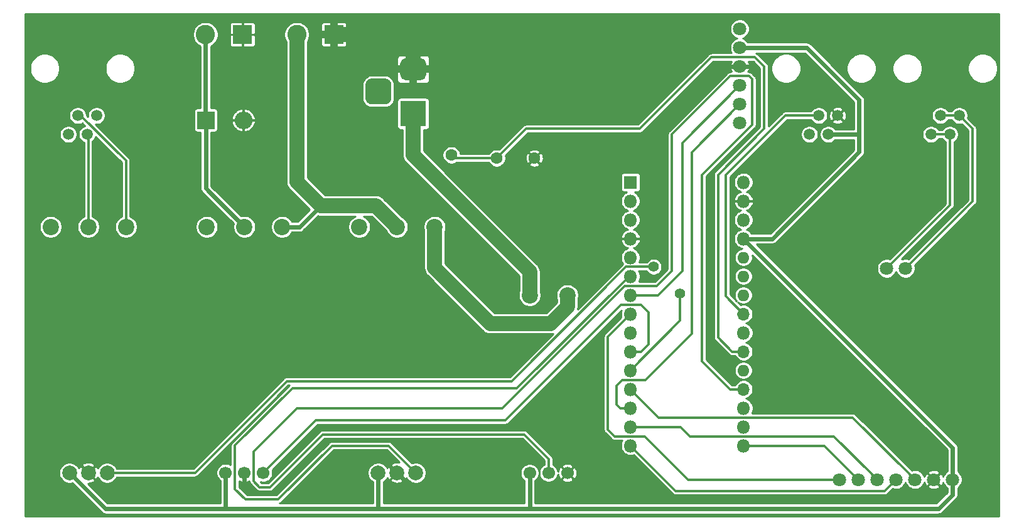
<source format=gbl>
G04 #@! TF.GenerationSoftware,KiCad,Pcbnew,5.1.6-c6e7f7d~87~ubuntu18.04.1*
G04 #@! TF.CreationDate,2020-08-29T16:42:25+03:00*
G04 #@! TF.ProjectId,Borjomi-Main,426f726a-6f6d-4692-9d4d-61696e2e6b69,rev?*
G04 #@! TF.SameCoordinates,Original*
G04 #@! TF.FileFunction,Copper,L2,Bot*
G04 #@! TF.FilePolarity,Positive*
%FSLAX46Y46*%
G04 Gerber Fmt 4.6, Leading zero omitted, Abs format (unit mm)*
G04 Created by KiCad (PCBNEW 5.1.6-c6e7f7d~87~ubuntu18.04.1) date 2020-08-29 16:42:25*
%MOMM*%
%LPD*%
G01*
G04 APERTURE LIST*
G04 #@! TA.AperFunction,ComponentPad*
%ADD10C,1.400000*%
G04 #@! TD*
G04 #@! TA.AperFunction,ComponentPad*
%ADD11R,1.800000X1.800000*%
G04 #@! TD*
G04 #@! TA.AperFunction,ComponentPad*
%ADD12O,1.800000X1.800000*%
G04 #@! TD*
G04 #@! TA.AperFunction,ComponentPad*
%ADD13O,1.700000X1.700000*%
G04 #@! TD*
G04 #@! TA.AperFunction,ComponentPad*
%ADD14O,1.600000X1.600000*%
G04 #@! TD*
G04 #@! TA.AperFunction,ComponentPad*
%ADD15C,1.520000*%
G04 #@! TD*
G04 #@! TA.AperFunction,ComponentPad*
%ADD16C,2.200000*%
G04 #@! TD*
G04 #@! TA.AperFunction,ComponentPad*
%ADD17C,2.000000*%
G04 #@! TD*
G04 #@! TA.AperFunction,ComponentPad*
%ADD18R,3.500000X3.500000*%
G04 #@! TD*
G04 #@! TA.AperFunction,ComponentPad*
%ADD19R,2.400000X2.400000*%
G04 #@! TD*
G04 #@! TA.AperFunction,ComponentPad*
%ADD20O,2.400000X2.400000*%
G04 #@! TD*
G04 #@! TA.AperFunction,ComponentPad*
%ADD21R,2.600000X2.600000*%
G04 #@! TD*
G04 #@! TA.AperFunction,ComponentPad*
%ADD22C,2.600000*%
G04 #@! TD*
G04 #@! TA.AperFunction,ComponentPad*
%ADD23C,1.600000*%
G04 #@! TD*
G04 #@! TA.AperFunction,ComponentPad*
%ADD24C,1.800000*%
G04 #@! TD*
G04 #@! TA.AperFunction,ComponentPad*
%ADD25C,1.700000*%
G04 #@! TD*
G04 #@! TA.AperFunction,Conductor*
%ADD26C,0.300000*%
G04 #@! TD*
G04 #@! TA.AperFunction,Conductor*
%ADD27C,0.250000*%
G04 #@! TD*
G04 #@! TA.AperFunction,Conductor*
%ADD28C,0.600000*%
G04 #@! TD*
G04 #@! TA.AperFunction,Conductor*
%ADD29C,1.000000*%
G04 #@! TD*
G04 #@! TA.AperFunction,Conductor*
%ADD30C,2.000000*%
G04 #@! TD*
G04 APERTURE END LIST*
D10*
X180444682Y-113045782D03*
X176852580Y-109453680D03*
D11*
X173736000Y-98044000D03*
D12*
X188976000Y-131064000D03*
X173736000Y-100584000D03*
X188976000Y-128524000D03*
X173736000Y-103124000D03*
D13*
X188976000Y-125984000D03*
D12*
X173736000Y-105664000D03*
D14*
X188976000Y-123444000D03*
D12*
X173736000Y-108204000D03*
D13*
X188976000Y-120904000D03*
D12*
X173736000Y-110744000D03*
X188976000Y-118364000D03*
X173736000Y-113284000D03*
D13*
X188976000Y-115824000D03*
D12*
X173736000Y-115824000D03*
D14*
X188976000Y-113284000D03*
D12*
X173736000Y-118364000D03*
D14*
X188976000Y-110744000D03*
D12*
X173736000Y-120904000D03*
D14*
X188976000Y-108204000D03*
D12*
X173736000Y-123444000D03*
X188976000Y-105664000D03*
X173736000Y-125984000D03*
X188976000Y-103124000D03*
X173736000Y-128524000D03*
X188976000Y-100584000D03*
X173736000Y-131064000D03*
X188976000Y-98044000D03*
X173736000Y-133604000D03*
X188976000Y-133604000D03*
X173736000Y-105664000D03*
X173736000Y-105664000D03*
D15*
X101738940Y-89035000D03*
X100468940Y-91575000D03*
X99198940Y-89035000D03*
X97928940Y-91575000D03*
D16*
X105691940Y-104061840D03*
X95531940Y-104061840D03*
X100611940Y-104061840D03*
D17*
X98071940Y-137261840D03*
X100611940Y-137261840D03*
X103151940Y-137261840D03*
G04 #@! TA.AperFunction,ComponentPad*
G36*
G01*
X138857020Y-84035700D02*
X140607020Y-84035700D01*
G75*
G02*
X141482020Y-84910700I0J-875000D01*
G01*
X141482020Y-86660700D01*
G75*
G02*
X140607020Y-87535700I-875000J0D01*
G01*
X138857020Y-87535700D01*
G75*
G02*
X137982020Y-86660700I0J875000D01*
G01*
X137982020Y-84910700D01*
G75*
G02*
X138857020Y-84035700I875000J0D01*
G01*
G37*
G04 #@! TD.AperFunction*
G04 #@! TA.AperFunction,ComponentPad*
G36*
G01*
X143432020Y-81285700D02*
X145432020Y-81285700D01*
G75*
G02*
X146182020Y-82035700I0J-750000D01*
G01*
X146182020Y-83535700D01*
G75*
G02*
X145432020Y-84285700I-750000J0D01*
G01*
X143432020Y-84285700D01*
G75*
G02*
X142682020Y-83535700I0J750000D01*
G01*
X142682020Y-82035700D01*
G75*
G02*
X143432020Y-81285700I750000J0D01*
G01*
G37*
G04 #@! TD.AperFunction*
D18*
X144432020Y-88785700D03*
D19*
X116459000Y-89662000D03*
D20*
X121539000Y-89662000D03*
D21*
X121412000Y-78105000D03*
D22*
X116412000Y-78105000D03*
X128731000Y-78105000D03*
D21*
X133731000Y-78105000D03*
D15*
X214249000Y-91575000D03*
X215519000Y-89035000D03*
X216789000Y-91575000D03*
X218059000Y-89035000D03*
X201676000Y-89035000D03*
X200406000Y-91575000D03*
X199136000Y-89035000D03*
X197866000Y-91575000D03*
D23*
X144492980Y-94371160D03*
X149572980Y-94371160D03*
X160764220Y-94795340D03*
X155684220Y-94795340D03*
D24*
X208280000Y-109676000D03*
X201930000Y-138176000D03*
X204470000Y-138176000D03*
X207010000Y-138176000D03*
X209550000Y-138176000D03*
X212090000Y-138176000D03*
X214630000Y-138176000D03*
X217170000Y-138176000D03*
X210820000Y-109676000D03*
D25*
X160147000Y-137287000D03*
X162687000Y-137287000D03*
X165227000Y-137287000D03*
D16*
X160147000Y-113287000D03*
X165227000Y-113287000D03*
D17*
X144780000Y-137272000D03*
X142240000Y-137272000D03*
X139700000Y-137272000D03*
D16*
X142240000Y-104072000D03*
X137160000Y-104072000D03*
X147320000Y-104072000D03*
X126746000Y-104072000D03*
X116586000Y-104072000D03*
X121666000Y-104072000D03*
D25*
X119126000Y-137272000D03*
X121666000Y-137272000D03*
X124206000Y-137272000D03*
D24*
X188468000Y-90043000D03*
X188468000Y-87503000D03*
X188468000Y-84963000D03*
X188468000Y-82423000D03*
X188468000Y-79883000D03*
X188468000Y-77343000D03*
D26*
X187198000Y-125984000D02*
X188976000Y-125984000D01*
X183388000Y-97028000D02*
X183388000Y-122174000D01*
X183388000Y-122174000D02*
X187198000Y-125984000D01*
X190119000Y-90297000D02*
X183388000Y-97028000D01*
X125095000Y-139192000D02*
X123698000Y-139192000D01*
X132207000Y-132080000D02*
X125095000Y-139192000D01*
X187178001Y-83712999D02*
X189718001Y-83712999D01*
X159385000Y-132080000D02*
X132207000Y-132080000D01*
X123698000Y-139192000D02*
X122930920Y-138424920D01*
X162687000Y-135382000D02*
X159385000Y-132080000D01*
X122930920Y-138424920D02*
X122930920Y-134371080D01*
X177292000Y-112014000D02*
X179324000Y-109982000D01*
X190119000Y-84113998D02*
X190119000Y-90297000D01*
X128778000Y-128524000D02*
X156464000Y-128524000D01*
X172974000Y-112014000D02*
X177292000Y-112014000D01*
X179324000Y-109982000D02*
X179324000Y-91567000D01*
X179324000Y-91567000D02*
X187178001Y-83712999D01*
X162687000Y-137287000D02*
X162687000Y-135382000D01*
X122930920Y-134371080D02*
X128778000Y-128524000D01*
X156464000Y-128524000D02*
X172974000Y-112014000D01*
X189718001Y-83712999D02*
X190119000Y-84113998D01*
D27*
X161417000Y-136525000D02*
X161417000Y-138049000D01*
D28*
X188341000Y-82550000D02*
X188468000Y-82423000D01*
X185293000Y-82423000D02*
X190119000Y-82423000D01*
X121666000Y-137272000D02*
X121666000Y-138938000D01*
X143390500Y-138422500D02*
X142240000Y-137272000D01*
X142240000Y-137272000D02*
X141041000Y-136073000D01*
D29*
X133731000Y-78105000D02*
X131732020Y-78105000D01*
X133731000Y-78105000D02*
X133731000Y-79872840D01*
X145415000Y-78105000D02*
X145415000Y-80152240D01*
X145415000Y-78105000D02*
X147474940Y-78105000D01*
D30*
X133731000Y-78105000D02*
X142283180Y-78105000D01*
X144432020Y-80253840D02*
X144432020Y-82785700D01*
X142283180Y-78105000D02*
X144432020Y-80253840D01*
D29*
X133731000Y-78105000D02*
X133731000Y-76207620D01*
X144432020Y-82785700D02*
X147071080Y-82785700D01*
X144432020Y-82785700D02*
X144432020Y-85074760D01*
X144432020Y-82785700D02*
X141841220Y-82785700D01*
D26*
X149997160Y-94795340D02*
X149572980Y-94371160D01*
X185547000Y-118999000D02*
X187452000Y-120904000D01*
X191770000Y-90805000D02*
X185547000Y-97028000D01*
X185547000Y-97028000D02*
X185547000Y-118999000D01*
X191770000Y-82423000D02*
X191770000Y-90805000D01*
X155684220Y-94795340D02*
X159674560Y-90805000D01*
X159674560Y-90805000D02*
X175006000Y-90805000D01*
X187452000Y-120904000D02*
X188976000Y-120904000D01*
X175006000Y-90805000D02*
X184638001Y-81172999D01*
X190519999Y-81172999D02*
X191770000Y-82423000D01*
X184638001Y-81172999D02*
X190519999Y-81172999D01*
X155684220Y-94795340D02*
X149997160Y-94795340D01*
X128143000Y-125857000D02*
X158423880Y-125857000D01*
X173536880Y-110744000D02*
X173736000Y-110744000D01*
X120398540Y-133601460D02*
X128143000Y-125857000D01*
X144780000Y-137272000D02*
X141112000Y-133604000D01*
X141112000Y-133604000D02*
X133477000Y-133604000D01*
X133477000Y-133604000D02*
X126238000Y-140843000D01*
X158423880Y-125857000D02*
X173536880Y-110744000D01*
X120398540Y-139448540D02*
X120398540Y-133601460D01*
X126238000Y-140843000D02*
X121793000Y-140843000D01*
X121793000Y-140843000D02*
X120398540Y-139448540D01*
X180721000Y-92710000D02*
X188468000Y-84963000D01*
X180721000Y-109982000D02*
X180721000Y-92710000D01*
X173736000Y-113284000D02*
X177419000Y-113284000D01*
X177419000Y-113284000D02*
X180721000Y-109982000D01*
X194628122Y-89035000D02*
X199136000Y-89035000D01*
X186563000Y-97100122D02*
X194628122Y-89035000D01*
X188976000Y-115824000D02*
X186563000Y-113411000D01*
X186563000Y-113411000D02*
X186563000Y-97100122D01*
X170688000Y-118872000D02*
X173736000Y-115824000D01*
X171577000Y-132334000D02*
X170688000Y-131445000D01*
X175641000Y-132334000D02*
X171577000Y-132334000D01*
X201930000Y-138176000D02*
X181483000Y-138176000D01*
X170688000Y-131445000D02*
X170688000Y-118872000D01*
X181483000Y-138176000D02*
X175641000Y-132334000D01*
X175133000Y-120904000D02*
X176149000Y-119888000D01*
X175152999Y-114573999D02*
X172446001Y-114573999D01*
X131303000Y-130175000D02*
X124206000Y-137272000D01*
X172446001Y-114573999D02*
X156845000Y-130175000D01*
X156845000Y-130175000D02*
X131303000Y-130175000D01*
X173736000Y-120904000D02*
X175133000Y-120904000D01*
X176149000Y-115570000D02*
X175152999Y-114573999D01*
X176149000Y-119888000D02*
X176149000Y-115570000D01*
D28*
X217170000Y-133858000D02*
X217170000Y-138176000D01*
X188976000Y-105664000D02*
X217170000Y-133858000D01*
X217170000Y-138176000D02*
X217170000Y-140208000D01*
X217170000Y-140208000D02*
X215265000Y-142113000D01*
X139700000Y-137272000D02*
X139700000Y-142113000D01*
X160147000Y-142006320D02*
X160253680Y-142113000D01*
X160147000Y-137287000D02*
X160147000Y-142006320D01*
X215265000Y-142113000D02*
X160253680Y-142113000D01*
X119126000Y-137272000D02*
X119126000Y-142113000D01*
X102923100Y-142113000D02*
X98071940Y-137261840D01*
X160253680Y-142113000D02*
X102923100Y-142113000D01*
X192864740Y-105664000D02*
X188976000Y-105664000D01*
X188468000Y-79883000D02*
X197535800Y-79883000D01*
X197535800Y-79883000D02*
X204561440Y-86908640D01*
X204561440Y-93967300D02*
X192864740Y-105664000D01*
X204544040Y-91575000D02*
X204561440Y-91592400D01*
X200406000Y-91575000D02*
X204544040Y-91575000D01*
X204561440Y-86908640D02*
X204561440Y-91592400D01*
X204561440Y-91592400D02*
X204561440Y-93967300D01*
D26*
X211190001Y-137276001D02*
X212090000Y-138176000D01*
X173736000Y-125984000D02*
X177546000Y-129794000D01*
X177546000Y-129794000D02*
X203708000Y-129794000D01*
X203708000Y-129794000D02*
X211190001Y-137276001D01*
X181991000Y-118530998D02*
X181991000Y-93980000D01*
X172339000Y-128524000D02*
X171831000Y-128016000D01*
X171831000Y-128016000D02*
X171831000Y-125476000D01*
X173736000Y-128524000D02*
X172339000Y-128524000D01*
X171831000Y-125476000D02*
X172573001Y-124733999D01*
X181991000Y-93980000D02*
X188468000Y-87503000D01*
X172573001Y-124733999D02*
X175787999Y-124733999D01*
X175787999Y-124733999D02*
X181991000Y-118530998D01*
X173736000Y-131064000D02*
X180467000Y-131064000D01*
X180467000Y-131064000D02*
X181673500Y-132270500D01*
X181610000Y-132207000D02*
X181673500Y-132270500D01*
X206110001Y-137276001D02*
X207010000Y-138176000D01*
X181673500Y-132270500D02*
X181737000Y-132334000D01*
X181737000Y-132334000D02*
X201168000Y-132334000D01*
X201168000Y-132334000D02*
X206110001Y-137276001D01*
X209550000Y-138176000D02*
X208026000Y-139700000D01*
X179832000Y-139700000D02*
X173736000Y-133604000D01*
X208026000Y-139700000D02*
X179832000Y-139700000D01*
X199898000Y-133604000D02*
X204470000Y-138176000D01*
X188976000Y-133604000D02*
X199898000Y-133604000D01*
D28*
X116412000Y-89615000D02*
X116459000Y-89662000D01*
X116412000Y-78105000D02*
X116412000Y-89615000D01*
X116459000Y-98865000D02*
X121666000Y-104072000D01*
X116459000Y-89662000D02*
X116459000Y-98865000D01*
D30*
X128731000Y-97997000D02*
X128731000Y-78105000D01*
X142240000Y-104072000D02*
X139387000Y-101219000D01*
X131953000Y-101219000D02*
X128731000Y-97997000D01*
X139387000Y-101219000D02*
X131953000Y-101219000D01*
D28*
X129100000Y-104072000D02*
X131953000Y-101219000D01*
X126746000Y-104072000D02*
X129100000Y-104072000D01*
D26*
X216789000Y-101167000D02*
X208280000Y-109676000D01*
X214249000Y-91575000D02*
X216789000Y-91575000D01*
X216789000Y-91575000D02*
X216789000Y-101167000D01*
X219837000Y-100659000D02*
X210820000Y-109676000D01*
X215519000Y-89035000D02*
X218059000Y-89035000D01*
X219837000Y-90813000D02*
X218059000Y-89035000D01*
X219837000Y-100659000D02*
X219837000Y-90813000D01*
D30*
X147320000Y-109601000D02*
X147320000Y-104072000D01*
X154813000Y-117094000D02*
X147320000Y-109601000D01*
X162975634Y-117094000D02*
X154813000Y-117094000D01*
X165227000Y-113287000D02*
X165227000Y-114842634D01*
X165227000Y-114842634D02*
X162975634Y-117094000D01*
X160147000Y-110109000D02*
X160147000Y-113287000D01*
X144432020Y-88785700D02*
X144432020Y-94394020D01*
X144432020Y-94394020D02*
X160147000Y-110109000D01*
D26*
X180444682Y-116735318D02*
X173736000Y-123444000D01*
X180444682Y-113045782D02*
X180444682Y-116735318D01*
X103151940Y-137261840D02*
X115010960Y-137261840D01*
X115010960Y-137261840D02*
X127373380Y-124899420D01*
X127373380Y-124899420D02*
X157706060Y-124899420D01*
X157706060Y-124899420D02*
X173151479Y-109454001D01*
X100611940Y-91718000D02*
X100468940Y-91575000D01*
X100611940Y-104061840D02*
X100611940Y-91718000D01*
X99571742Y-89035000D02*
X99198940Y-89035000D01*
X105691940Y-95155198D02*
X99571742Y-89035000D01*
X105691940Y-104061840D02*
X105691940Y-95155198D01*
X176852259Y-109454001D02*
X176852580Y-109453680D01*
X173151479Y-109454001D02*
X176852259Y-109454001D01*
D27*
G36*
X223426001Y-143162000D02*
G01*
X92124000Y-143162000D01*
X92124000Y-137121490D01*
X96646940Y-137121490D01*
X96646940Y-137402190D01*
X96701702Y-137677497D01*
X96809121Y-137936831D01*
X96965070Y-138170225D01*
X97163555Y-138368710D01*
X97396949Y-138524659D01*
X97656283Y-138632078D01*
X97931590Y-138686840D01*
X98212290Y-138686840D01*
X98428608Y-138643812D01*
X102385272Y-142600477D01*
X102407968Y-142628132D01*
X102435623Y-142650828D01*
X102435625Y-142650830D01*
X102470405Y-142679373D01*
X102518363Y-142718731D01*
X102644312Y-142786053D01*
X102780975Y-142827509D01*
X102887493Y-142838000D01*
X102887502Y-142838000D01*
X102923099Y-142841506D01*
X102958696Y-142838000D01*
X119090393Y-142838000D01*
X119126000Y-142841507D01*
X119161607Y-142838000D01*
X139664393Y-142838000D01*
X139700000Y-142841507D01*
X139735607Y-142838000D01*
X160218082Y-142838000D01*
X160253679Y-142841506D01*
X160289276Y-142838000D01*
X215229403Y-142838000D01*
X215265000Y-142841506D01*
X215300597Y-142838000D01*
X215300607Y-142838000D01*
X215407125Y-142827509D01*
X215543788Y-142786053D01*
X215669737Y-142718731D01*
X215780132Y-142628132D01*
X215802832Y-142600472D01*
X217657477Y-140745828D01*
X217685132Y-140723132D01*
X217775731Y-140612737D01*
X217843053Y-140486788D01*
X217884509Y-140350125D01*
X217895000Y-140243607D01*
X217895000Y-140243597D01*
X217898506Y-140208000D01*
X217895000Y-140172403D01*
X217895000Y-139285135D01*
X218014638Y-139205195D01*
X218199195Y-139020638D01*
X218344200Y-138803623D01*
X218444081Y-138562488D01*
X218495000Y-138306501D01*
X218495000Y-138045499D01*
X218444081Y-137789512D01*
X218344200Y-137548377D01*
X218199195Y-137331362D01*
X218014638Y-137146805D01*
X217895000Y-137066865D01*
X217895000Y-133893596D01*
X217898506Y-133857999D01*
X217895000Y-133822402D01*
X217895000Y-133822393D01*
X217884509Y-133715875D01*
X217843053Y-133579212D01*
X217775731Y-133453263D01*
X217707830Y-133370525D01*
X217707823Y-133370518D01*
X217685131Y-133342868D01*
X217657482Y-133320177D01*
X193882804Y-109545499D01*
X206955000Y-109545499D01*
X206955000Y-109806501D01*
X207005919Y-110062488D01*
X207105800Y-110303623D01*
X207250805Y-110520638D01*
X207435362Y-110705195D01*
X207652377Y-110850200D01*
X207893512Y-110950081D01*
X208149499Y-111001000D01*
X208410501Y-111001000D01*
X208666488Y-110950081D01*
X208907623Y-110850200D01*
X209124638Y-110705195D01*
X209309195Y-110520638D01*
X209454200Y-110303623D01*
X209550000Y-110072340D01*
X209645800Y-110303623D01*
X209790805Y-110520638D01*
X209975362Y-110705195D01*
X210192377Y-110850200D01*
X210433512Y-110950081D01*
X210689499Y-111001000D01*
X210950501Y-111001000D01*
X211206488Y-110950081D01*
X211447623Y-110850200D01*
X211664638Y-110705195D01*
X211849195Y-110520638D01*
X211994200Y-110303623D01*
X212094081Y-110062488D01*
X212145000Y-109806501D01*
X212145000Y-109545499D01*
X212094081Y-109289512D01*
X212072284Y-109236888D01*
X220223613Y-101085560D01*
X220245554Y-101067554D01*
X220317408Y-100979998D01*
X220370801Y-100880108D01*
X220403680Y-100771720D01*
X220412000Y-100687246D01*
X220412000Y-100687243D01*
X220414782Y-100659000D01*
X220412000Y-100630757D01*
X220412000Y-90841243D01*
X220414782Y-90813000D01*
X220410838Y-90772960D01*
X220403680Y-90700280D01*
X220370801Y-90591892D01*
X220317408Y-90492002D01*
X220245554Y-90404446D01*
X220223612Y-90386439D01*
X219201674Y-89364501D01*
X219244000Y-89151712D01*
X219244000Y-88918288D01*
X219198461Y-88689348D01*
X219109134Y-88473692D01*
X218979450Y-88279606D01*
X218814394Y-88114550D01*
X218620308Y-87984866D01*
X218404652Y-87895539D01*
X218175712Y-87850000D01*
X217942288Y-87850000D01*
X217713348Y-87895539D01*
X217497692Y-87984866D01*
X217303606Y-88114550D01*
X217138550Y-88279606D01*
X217018015Y-88460000D01*
X216559985Y-88460000D01*
X216439450Y-88279606D01*
X216274394Y-88114550D01*
X216080308Y-87984866D01*
X215864652Y-87895539D01*
X215635712Y-87850000D01*
X215402288Y-87850000D01*
X215173348Y-87895539D01*
X214957692Y-87984866D01*
X214763606Y-88114550D01*
X214598550Y-88279606D01*
X214468866Y-88473692D01*
X214379539Y-88689348D01*
X214334000Y-88918288D01*
X214334000Y-89151712D01*
X214379539Y-89380652D01*
X214468866Y-89596308D01*
X214598550Y-89790394D01*
X214763606Y-89955450D01*
X214957692Y-90085134D01*
X215173348Y-90174461D01*
X215402288Y-90220000D01*
X215635712Y-90220000D01*
X215864652Y-90174461D01*
X216080308Y-90085134D01*
X216274394Y-89955450D01*
X216439450Y-89790394D01*
X216559985Y-89610000D01*
X217018015Y-89610000D01*
X217138550Y-89790394D01*
X217303606Y-89955450D01*
X217497692Y-90085134D01*
X217713348Y-90174461D01*
X217942288Y-90220000D01*
X218175712Y-90220000D01*
X218388501Y-90177674D01*
X219262001Y-91051174D01*
X219262000Y-100420827D01*
X211259112Y-108423716D01*
X211206488Y-108401919D01*
X210950501Y-108351000D01*
X210689499Y-108351000D01*
X210433512Y-108401919D01*
X210320401Y-108448771D01*
X217175612Y-101593561D01*
X217197554Y-101575554D01*
X217231782Y-101533847D01*
X217269408Y-101487999D01*
X217322801Y-101388108D01*
X217330986Y-101361125D01*
X217355680Y-101279720D01*
X217364000Y-101195246D01*
X217364000Y-101195244D01*
X217366782Y-101167001D01*
X217364000Y-101138758D01*
X217364000Y-92615985D01*
X217544394Y-92495450D01*
X217709450Y-92330394D01*
X217839134Y-92136308D01*
X217928461Y-91920652D01*
X217974000Y-91691712D01*
X217974000Y-91458288D01*
X217928461Y-91229348D01*
X217839134Y-91013692D01*
X217709450Y-90819606D01*
X217544394Y-90654550D01*
X217350308Y-90524866D01*
X217134652Y-90435539D01*
X216905712Y-90390000D01*
X216672288Y-90390000D01*
X216443348Y-90435539D01*
X216227692Y-90524866D01*
X216033606Y-90654550D01*
X215868550Y-90819606D01*
X215748015Y-91000000D01*
X215289985Y-91000000D01*
X215169450Y-90819606D01*
X215004394Y-90654550D01*
X214810308Y-90524866D01*
X214594652Y-90435539D01*
X214365712Y-90390000D01*
X214132288Y-90390000D01*
X213903348Y-90435539D01*
X213687692Y-90524866D01*
X213493606Y-90654550D01*
X213328550Y-90819606D01*
X213198866Y-91013692D01*
X213109539Y-91229348D01*
X213064000Y-91458288D01*
X213064000Y-91691712D01*
X213109539Y-91920652D01*
X213198866Y-92136308D01*
X213328550Y-92330394D01*
X213493606Y-92495450D01*
X213687692Y-92625134D01*
X213903348Y-92714461D01*
X214132288Y-92760000D01*
X214365712Y-92760000D01*
X214594652Y-92714461D01*
X214810308Y-92625134D01*
X215004394Y-92495450D01*
X215169450Y-92330394D01*
X215289985Y-92150000D01*
X215748015Y-92150000D01*
X215868550Y-92330394D01*
X216033606Y-92495450D01*
X216214000Y-92615985D01*
X216214001Y-100928826D01*
X208719112Y-108423716D01*
X208666488Y-108401919D01*
X208410501Y-108351000D01*
X208149499Y-108351000D01*
X207893512Y-108401919D01*
X207652377Y-108501800D01*
X207435362Y-108646805D01*
X207250805Y-108831362D01*
X207105800Y-109048377D01*
X207005919Y-109289512D01*
X206955000Y-109545499D01*
X193882804Y-109545499D01*
X190726304Y-106389000D01*
X192829143Y-106389000D01*
X192864740Y-106392506D01*
X192900337Y-106389000D01*
X192900347Y-106389000D01*
X193006865Y-106378509D01*
X193143528Y-106337053D01*
X193269477Y-106269731D01*
X193379872Y-106179132D01*
X193402572Y-106151472D01*
X205048917Y-94505128D01*
X205076572Y-94482432D01*
X205113020Y-94438021D01*
X205167171Y-94372037D01*
X205234493Y-94246088D01*
X205239780Y-94228660D01*
X205275949Y-94109425D01*
X205286440Y-94002907D01*
X205286440Y-94002897D01*
X205289946Y-93967300D01*
X205286440Y-93931703D01*
X205286440Y-91627996D01*
X205289946Y-91592399D01*
X205286440Y-91556802D01*
X205286440Y-86944236D01*
X205289946Y-86908639D01*
X205286440Y-86873042D01*
X205286440Y-86873033D01*
X205275949Y-86766515D01*
X205234493Y-86629852D01*
X205167171Y-86503903D01*
X205142470Y-86473805D01*
X205099270Y-86421165D01*
X205099263Y-86421158D01*
X205076571Y-86393508D01*
X205048922Y-86370817D01*
X201163660Y-82485555D01*
X202831000Y-82485555D01*
X202831000Y-82884445D01*
X202908820Y-83275671D01*
X203061468Y-83644197D01*
X203283080Y-83975862D01*
X203565138Y-84257920D01*
X203896803Y-84479532D01*
X204265329Y-84632180D01*
X204656555Y-84710000D01*
X205055445Y-84710000D01*
X205446671Y-84632180D01*
X205815197Y-84479532D01*
X206146862Y-84257920D01*
X206428920Y-83975862D01*
X206650532Y-83644197D01*
X206803180Y-83275671D01*
X206881000Y-82884445D01*
X206881000Y-82485555D01*
X209054000Y-82485555D01*
X209054000Y-82884445D01*
X209131820Y-83275671D01*
X209284468Y-83644197D01*
X209506080Y-83975862D01*
X209788138Y-84257920D01*
X210119803Y-84479532D01*
X210488329Y-84632180D01*
X210879555Y-84710000D01*
X211278445Y-84710000D01*
X211669671Y-84632180D01*
X212038197Y-84479532D01*
X212369862Y-84257920D01*
X212651920Y-83975862D01*
X212873532Y-83644197D01*
X213026180Y-83275671D01*
X213104000Y-82884445D01*
X213104000Y-82485555D01*
X219214000Y-82485555D01*
X219214000Y-82884445D01*
X219291820Y-83275671D01*
X219444468Y-83644197D01*
X219666080Y-83975862D01*
X219948138Y-84257920D01*
X220279803Y-84479532D01*
X220648329Y-84632180D01*
X221039555Y-84710000D01*
X221438445Y-84710000D01*
X221829671Y-84632180D01*
X222198197Y-84479532D01*
X222529862Y-84257920D01*
X222811920Y-83975862D01*
X223033532Y-83644197D01*
X223186180Y-83275671D01*
X223264000Y-82884445D01*
X223264000Y-82485555D01*
X223186180Y-82094329D01*
X223033532Y-81725803D01*
X222811920Y-81394138D01*
X222529862Y-81112080D01*
X222198197Y-80890468D01*
X221829671Y-80737820D01*
X221438445Y-80660000D01*
X221039555Y-80660000D01*
X220648329Y-80737820D01*
X220279803Y-80890468D01*
X219948138Y-81112080D01*
X219666080Y-81394138D01*
X219444468Y-81725803D01*
X219291820Y-82094329D01*
X219214000Y-82485555D01*
X213104000Y-82485555D01*
X213026180Y-82094329D01*
X212873532Y-81725803D01*
X212651920Y-81394138D01*
X212369862Y-81112080D01*
X212038197Y-80890468D01*
X211669671Y-80737820D01*
X211278445Y-80660000D01*
X210879555Y-80660000D01*
X210488329Y-80737820D01*
X210119803Y-80890468D01*
X209788138Y-81112080D01*
X209506080Y-81394138D01*
X209284468Y-81725803D01*
X209131820Y-82094329D01*
X209054000Y-82485555D01*
X206881000Y-82485555D01*
X206803180Y-82094329D01*
X206650532Y-81725803D01*
X206428920Y-81394138D01*
X206146862Y-81112080D01*
X205815197Y-80890468D01*
X205446671Y-80737820D01*
X205055445Y-80660000D01*
X204656555Y-80660000D01*
X204265329Y-80737820D01*
X203896803Y-80890468D01*
X203565138Y-81112080D01*
X203283080Y-81394138D01*
X203061468Y-81725803D01*
X202908820Y-82094329D01*
X202831000Y-82485555D01*
X201163660Y-82485555D01*
X198073632Y-79395528D01*
X198050932Y-79367868D01*
X197940537Y-79277269D01*
X197814588Y-79209947D01*
X197677925Y-79168491D01*
X197571407Y-79158000D01*
X197571397Y-79158000D01*
X197535800Y-79154494D01*
X197500203Y-79158000D01*
X189577135Y-79158000D01*
X189497195Y-79038362D01*
X189312638Y-78853805D01*
X189095623Y-78708800D01*
X188864340Y-78613000D01*
X189095623Y-78517200D01*
X189312638Y-78372195D01*
X189497195Y-78187638D01*
X189642200Y-77970623D01*
X189742081Y-77729488D01*
X189793000Y-77473501D01*
X189793000Y-77212499D01*
X189742081Y-76956512D01*
X189642200Y-76715377D01*
X189497195Y-76498362D01*
X189312638Y-76313805D01*
X189095623Y-76168800D01*
X188854488Y-76068919D01*
X188598501Y-76018000D01*
X188337499Y-76018000D01*
X188081512Y-76068919D01*
X187840377Y-76168800D01*
X187623362Y-76313805D01*
X187438805Y-76498362D01*
X187293800Y-76715377D01*
X187193919Y-76956512D01*
X187143000Y-77212499D01*
X187143000Y-77473501D01*
X187193919Y-77729488D01*
X187293800Y-77970623D01*
X187438805Y-78187638D01*
X187623362Y-78372195D01*
X187840377Y-78517200D01*
X188071660Y-78613000D01*
X187840377Y-78708800D01*
X187623362Y-78853805D01*
X187438805Y-79038362D01*
X187293800Y-79255377D01*
X187193919Y-79496512D01*
X187143000Y-79752499D01*
X187143000Y-80013501D01*
X187193919Y-80269488D01*
X187293800Y-80510623D01*
X187352183Y-80597999D01*
X184666243Y-80597999D01*
X184638000Y-80595217D01*
X184609757Y-80597999D01*
X184609755Y-80597999D01*
X184525281Y-80606319D01*
X184416893Y-80639198D01*
X184377976Y-80660000D01*
X184317002Y-80692591D01*
X184274297Y-80727638D01*
X184229447Y-80764445D01*
X184211440Y-80786387D01*
X174767828Y-90230000D01*
X159702803Y-90230000D01*
X159674560Y-90227218D01*
X159646317Y-90230000D01*
X159646314Y-90230000D01*
X159561840Y-90238320D01*
X159464885Y-90267731D01*
X159453452Y-90271199D01*
X159353561Y-90324592D01*
X159307713Y-90362218D01*
X159266006Y-90396446D01*
X159248000Y-90418387D01*
X156046795Y-93619593D01*
X156041539Y-93617416D01*
X155804872Y-93570340D01*
X155563568Y-93570340D01*
X155326901Y-93617416D01*
X155103965Y-93709759D01*
X154903328Y-93843821D01*
X154732701Y-94014448D01*
X154598639Y-94215085D01*
X154596462Y-94220340D01*
X150791979Y-94220340D01*
X150750904Y-94013841D01*
X150658561Y-93790905D01*
X150524499Y-93590268D01*
X150353872Y-93419641D01*
X150153235Y-93285579D01*
X149930299Y-93193236D01*
X149693632Y-93146160D01*
X149452328Y-93146160D01*
X149215661Y-93193236D01*
X148992725Y-93285579D01*
X148792088Y-93419641D01*
X148621461Y-93590268D01*
X148487399Y-93790905D01*
X148395056Y-94013841D01*
X148347980Y-94250508D01*
X148347980Y-94491812D01*
X148395056Y-94728479D01*
X148487399Y-94951415D01*
X148621461Y-95152052D01*
X148792088Y-95322679D01*
X148992725Y-95456741D01*
X149215661Y-95549084D01*
X149452328Y-95596160D01*
X149693632Y-95596160D01*
X149930299Y-95549084D01*
X150153235Y-95456741D01*
X150282543Y-95370340D01*
X154596462Y-95370340D01*
X154598639Y-95375595D01*
X154732701Y-95576232D01*
X154903328Y-95746859D01*
X155103965Y-95880921D01*
X155326901Y-95973264D01*
X155563568Y-96020340D01*
X155804872Y-96020340D01*
X156041539Y-95973264D01*
X156264475Y-95880921D01*
X156465112Y-95746859D01*
X156603883Y-95608088D01*
X159986828Y-95608088D01*
X160061074Y-95805670D01*
X160271690Y-95923434D01*
X160501234Y-95997846D01*
X160740885Y-96026046D01*
X160981432Y-96006950D01*
X161213632Y-95941294D01*
X161428561Y-95831599D01*
X161467366Y-95805670D01*
X161541612Y-95608088D01*
X160764220Y-94830695D01*
X159986828Y-95608088D01*
X156603883Y-95608088D01*
X156635739Y-95576232D01*
X156769801Y-95375595D01*
X156862144Y-95152659D01*
X156909220Y-94915992D01*
X156909220Y-94772005D01*
X159533514Y-94772005D01*
X159552610Y-95012552D01*
X159618266Y-95244752D01*
X159727961Y-95459681D01*
X159753890Y-95498486D01*
X159951472Y-95572732D01*
X160728865Y-94795340D01*
X160799575Y-94795340D01*
X161576968Y-95572732D01*
X161774550Y-95498486D01*
X161892314Y-95287870D01*
X161966726Y-95058326D01*
X161994926Y-94818675D01*
X161975830Y-94578128D01*
X161910174Y-94345928D01*
X161800479Y-94130999D01*
X161774550Y-94092194D01*
X161576968Y-94017948D01*
X160799575Y-94795340D01*
X160728865Y-94795340D01*
X159951472Y-94017948D01*
X159753890Y-94092194D01*
X159636126Y-94302810D01*
X159561714Y-94532354D01*
X159533514Y-94772005D01*
X156909220Y-94772005D01*
X156909220Y-94674688D01*
X156862144Y-94438021D01*
X156859967Y-94432765D01*
X157310140Y-93982592D01*
X159986828Y-93982592D01*
X160764220Y-94759985D01*
X161541612Y-93982592D01*
X161467366Y-93785010D01*
X161256750Y-93667246D01*
X161027206Y-93592834D01*
X160787555Y-93564634D01*
X160547008Y-93583730D01*
X160314808Y-93649386D01*
X160099879Y-93759081D01*
X160061074Y-93785010D01*
X159986828Y-93982592D01*
X157310140Y-93982592D01*
X159912733Y-91380000D01*
X174977757Y-91380000D01*
X175006000Y-91382782D01*
X175034243Y-91380000D01*
X175034246Y-91380000D01*
X175118720Y-91371680D01*
X175227108Y-91338801D01*
X175326998Y-91285408D01*
X175414554Y-91213554D01*
X175432566Y-91191606D01*
X184876174Y-81747999D01*
X187327418Y-81747999D01*
X187248635Y-81888393D01*
X187167769Y-82136552D01*
X187136869Y-82395718D01*
X187157124Y-82655933D01*
X187227755Y-82907196D01*
X187345106Y-83137999D01*
X187206244Y-83137999D01*
X187178001Y-83135217D01*
X187149758Y-83137999D01*
X187149755Y-83137999D01*
X187065281Y-83146319D01*
X186956893Y-83179198D01*
X186857002Y-83232591D01*
X186811154Y-83270217D01*
X186769447Y-83304445D01*
X186751440Y-83326387D01*
X178937389Y-91140439D01*
X178915447Y-91158446D01*
X178891470Y-91187663D01*
X178843592Y-91246002D01*
X178790199Y-91345893D01*
X178757321Y-91454281D01*
X178746218Y-91567000D01*
X178749001Y-91595253D01*
X178749000Y-109743827D01*
X177053828Y-111439000D01*
X174865180Y-111439000D01*
X174910200Y-111371623D01*
X175010081Y-111130488D01*
X175061000Y-110874501D01*
X175061000Y-110613499D01*
X175010081Y-110357512D01*
X174910200Y-110116377D01*
X174851817Y-110029001D01*
X175883972Y-110029001D01*
X175978736Y-110170825D01*
X176135435Y-110327524D01*
X176319693Y-110450642D01*
X176524430Y-110535447D01*
X176741777Y-110578680D01*
X176963383Y-110578680D01*
X177180730Y-110535447D01*
X177385467Y-110450642D01*
X177569725Y-110327524D01*
X177726424Y-110170825D01*
X177849542Y-109986567D01*
X177934347Y-109781830D01*
X177977580Y-109564483D01*
X177977580Y-109342877D01*
X177934347Y-109125530D01*
X177849542Y-108920793D01*
X177726424Y-108736535D01*
X177569725Y-108579836D01*
X177385467Y-108456718D01*
X177180730Y-108371913D01*
X176963383Y-108328680D01*
X176741777Y-108328680D01*
X176524430Y-108371913D01*
X176319693Y-108456718D01*
X176135435Y-108579836D01*
X175978736Y-108736535D01*
X175883543Y-108879001D01*
X174878543Y-108879001D01*
X174910200Y-108831623D01*
X175010081Y-108590488D01*
X175061000Y-108334501D01*
X175061000Y-108073499D01*
X175010081Y-107817512D01*
X174910200Y-107576377D01*
X174765195Y-107359362D01*
X174580638Y-107174805D01*
X174363623Y-107029800D01*
X174122488Y-106929919D01*
X174112414Y-106927915D01*
X174217978Y-106898230D01*
X174449503Y-106780485D01*
X174653609Y-106619835D01*
X174822452Y-106422452D01*
X174949543Y-106195922D01*
X175029998Y-105948951D01*
X175040543Y-105895931D01*
X174954494Y-105689000D01*
X173761000Y-105689000D01*
X173761000Y-105709000D01*
X173711000Y-105709000D01*
X173711000Y-105689000D01*
X172517506Y-105689000D01*
X172431457Y-105895931D01*
X172442002Y-105948951D01*
X172522457Y-106195922D01*
X172649548Y-106422452D01*
X172818391Y-106619835D01*
X173022497Y-106780485D01*
X173254022Y-106898230D01*
X173359586Y-106927915D01*
X173349512Y-106929919D01*
X173108377Y-107029800D01*
X172891362Y-107174805D01*
X172706805Y-107359362D01*
X172561800Y-107576377D01*
X172461919Y-107817512D01*
X172411000Y-108073499D01*
X172411000Y-108334501D01*
X172461919Y-108590488D01*
X172561800Y-108831623D01*
X172706805Y-109048638D01*
X172725206Y-109067039D01*
X172724919Y-109067388D01*
X166614424Y-115177884D01*
X166631381Y-115121983D01*
X166652000Y-114912631D01*
X166652000Y-114912622D01*
X166658893Y-114842635D01*
X166652000Y-114772648D01*
X166652000Y-113831763D01*
X166693395Y-113731826D01*
X166752000Y-113437199D01*
X166752000Y-113136801D01*
X166693395Y-112842174D01*
X166578438Y-112564642D01*
X166411545Y-112314869D01*
X166199131Y-112102455D01*
X165949358Y-111935562D01*
X165671826Y-111820605D01*
X165377199Y-111762000D01*
X165076801Y-111762000D01*
X164782174Y-111820605D01*
X164504642Y-111935562D01*
X164254869Y-112102455D01*
X164042455Y-112314869D01*
X163875562Y-112564642D01*
X163760605Y-112842174D01*
X163702000Y-113136801D01*
X163702000Y-113437199D01*
X163760605Y-113731826D01*
X163802000Y-113831763D01*
X163802000Y-114252379D01*
X162385381Y-115669000D01*
X155403254Y-115669000D01*
X148745000Y-109010747D01*
X148745000Y-104616763D01*
X148786395Y-104516826D01*
X148845000Y-104222199D01*
X148845000Y-103921801D01*
X148786395Y-103627174D01*
X148671438Y-103349642D01*
X148504545Y-103099869D01*
X148292131Y-102887455D01*
X148042358Y-102720562D01*
X147764826Y-102605605D01*
X147470199Y-102547000D01*
X147169801Y-102547000D01*
X146875174Y-102605605D01*
X146597642Y-102720562D01*
X146347869Y-102887455D01*
X146135455Y-103099869D01*
X145968562Y-103349642D01*
X145853605Y-103627174D01*
X145795000Y-103921801D01*
X145795000Y-104222199D01*
X145853605Y-104516826D01*
X145895001Y-104616765D01*
X145895000Y-109531005D01*
X145888106Y-109601000D01*
X145895000Y-109670994D01*
X145895000Y-109670996D01*
X145915619Y-109880348D01*
X145997102Y-110148961D01*
X146129424Y-110396517D01*
X146307498Y-110613501D01*
X146361871Y-110658124D01*
X153755876Y-118052130D01*
X153800498Y-118106502D01*
X154017482Y-118284576D01*
X154265038Y-118416898D01*
X154533651Y-118498381D01*
X154743003Y-118519000D01*
X154743012Y-118519000D01*
X154812999Y-118525893D01*
X154882986Y-118519000D01*
X162905640Y-118519000D01*
X162975634Y-118525894D01*
X163045628Y-118519000D01*
X163045631Y-118519000D01*
X163254983Y-118498381D01*
X163310884Y-118481424D01*
X157467888Y-124324420D01*
X127401622Y-124324420D01*
X127373379Y-124321638D01*
X127345136Y-124324420D01*
X127345134Y-124324420D01*
X127260660Y-124332740D01*
X127152272Y-124365619D01*
X127052381Y-124419012D01*
X127006533Y-124456638D01*
X126964826Y-124490866D01*
X126946820Y-124512807D01*
X114772788Y-136686840D01*
X104456176Y-136686840D01*
X104414759Y-136586849D01*
X104258810Y-136353455D01*
X104060325Y-136154970D01*
X103826931Y-135999021D01*
X103567597Y-135891602D01*
X103292290Y-135836840D01*
X103011590Y-135836840D01*
X102736283Y-135891602D01*
X102476949Y-135999021D01*
X102243555Y-136154970D01*
X102045070Y-136353455D01*
X101889121Y-136586849D01*
X101879357Y-136610422D01*
X101819583Y-136492475D01*
X101784886Y-136440547D01*
X101566823Y-136342312D01*
X100647295Y-137261840D01*
X101566823Y-138181368D01*
X101784886Y-138083133D01*
X101879844Y-137914434D01*
X101889121Y-137936831D01*
X102045070Y-138170225D01*
X102243555Y-138368710D01*
X102476949Y-138524659D01*
X102736283Y-138632078D01*
X103011590Y-138686840D01*
X103292290Y-138686840D01*
X103567597Y-138632078D01*
X103826931Y-138524659D01*
X104060325Y-138368710D01*
X104258810Y-138170225D01*
X104414759Y-137936831D01*
X104456176Y-137836840D01*
X114982717Y-137836840D01*
X115010960Y-137839622D01*
X115039203Y-137836840D01*
X115039206Y-137836840D01*
X115123680Y-137828520D01*
X115232068Y-137795641D01*
X115331958Y-137742248D01*
X115419514Y-137670394D01*
X115437526Y-137648446D01*
X127611553Y-125474420D01*
X127712407Y-125474420D01*
X120011929Y-133174899D01*
X119989987Y-133192906D01*
X119971981Y-133214847D01*
X119918132Y-133280462D01*
X119864739Y-133380353D01*
X119831861Y-133488741D01*
X119820758Y-133601460D01*
X119823541Y-133629713D01*
X119823541Y-136204653D01*
X119729939Y-136142110D01*
X119497904Y-136045998D01*
X119251577Y-135997000D01*
X119000423Y-135997000D01*
X118754096Y-136045998D01*
X118522061Y-136142110D01*
X118313235Y-136281643D01*
X118135643Y-136459235D01*
X117996110Y-136668061D01*
X117899998Y-136900096D01*
X117851000Y-137146423D01*
X117851000Y-137397577D01*
X117899998Y-137643904D01*
X117996110Y-137875939D01*
X118135643Y-138084765D01*
X118313235Y-138262357D01*
X118401000Y-138321000D01*
X118401001Y-141388000D01*
X103223405Y-141388000D01*
X100521682Y-138686278D01*
X100580713Y-138693395D01*
X100860596Y-138671980D01*
X101130922Y-138596374D01*
X101381305Y-138469483D01*
X101433233Y-138434786D01*
X101531468Y-138216723D01*
X100611940Y-137297195D01*
X100597798Y-137311338D01*
X100562443Y-137275983D01*
X100576585Y-137261840D01*
X99657057Y-136342312D01*
X99438994Y-136440547D01*
X99344036Y-136609246D01*
X99334759Y-136586849D01*
X99178810Y-136353455D01*
X99132312Y-136306957D01*
X99692412Y-136306957D01*
X100611940Y-137226485D01*
X101531468Y-136306957D01*
X101433233Y-136088894D01*
X101188622Y-135951206D01*
X100921849Y-135863884D01*
X100643167Y-135830285D01*
X100363284Y-135851700D01*
X100092958Y-135927306D01*
X99842575Y-136054197D01*
X99790647Y-136088894D01*
X99692412Y-136306957D01*
X99132312Y-136306957D01*
X98980325Y-136154970D01*
X98746931Y-135999021D01*
X98487597Y-135891602D01*
X98212290Y-135836840D01*
X97931590Y-135836840D01*
X97656283Y-135891602D01*
X97396949Y-135999021D01*
X97163555Y-136154970D01*
X96965070Y-136353455D01*
X96809121Y-136586849D01*
X96701702Y-136846183D01*
X96646940Y-137121490D01*
X92124000Y-137121490D01*
X92124000Y-103911641D01*
X94006940Y-103911641D01*
X94006940Y-104212039D01*
X94065545Y-104506666D01*
X94180502Y-104784198D01*
X94347395Y-105033971D01*
X94559809Y-105246385D01*
X94809582Y-105413278D01*
X95087114Y-105528235D01*
X95381741Y-105586840D01*
X95682139Y-105586840D01*
X95976766Y-105528235D01*
X96254298Y-105413278D01*
X96504071Y-105246385D01*
X96716485Y-105033971D01*
X96883378Y-104784198D01*
X96998335Y-104506666D01*
X97056940Y-104212039D01*
X97056940Y-103911641D01*
X96998335Y-103617014D01*
X96883378Y-103339482D01*
X96716485Y-103089709D01*
X96504071Y-102877295D01*
X96254298Y-102710402D01*
X95976766Y-102595445D01*
X95682139Y-102536840D01*
X95381741Y-102536840D01*
X95087114Y-102595445D01*
X94809582Y-102710402D01*
X94559809Y-102877295D01*
X94347395Y-103089709D01*
X94180502Y-103339482D01*
X94065545Y-103617014D01*
X94006940Y-103911641D01*
X92124000Y-103911641D01*
X92124000Y-91458288D01*
X96743940Y-91458288D01*
X96743940Y-91691712D01*
X96789479Y-91920652D01*
X96878806Y-92136308D01*
X97008490Y-92330394D01*
X97173546Y-92495450D01*
X97367632Y-92625134D01*
X97583288Y-92714461D01*
X97812228Y-92760000D01*
X98045652Y-92760000D01*
X98274592Y-92714461D01*
X98490248Y-92625134D01*
X98684334Y-92495450D01*
X98849390Y-92330394D01*
X98979074Y-92136308D01*
X99068401Y-91920652D01*
X99113940Y-91691712D01*
X99113940Y-91458288D01*
X99068401Y-91229348D01*
X98979074Y-91013692D01*
X98849390Y-90819606D01*
X98684334Y-90654550D01*
X98490248Y-90524866D01*
X98274592Y-90435539D01*
X98045652Y-90390000D01*
X97812228Y-90390000D01*
X97583288Y-90435539D01*
X97367632Y-90524866D01*
X97173546Y-90654550D01*
X97008490Y-90819606D01*
X96878806Y-91013692D01*
X96789479Y-91229348D01*
X96743940Y-91458288D01*
X92124000Y-91458288D01*
X92124000Y-88918288D01*
X98013940Y-88918288D01*
X98013940Y-89151712D01*
X98059479Y-89380652D01*
X98148806Y-89596308D01*
X98278490Y-89790394D01*
X98443546Y-89955450D01*
X98637632Y-90085134D01*
X98853288Y-90174461D01*
X99082228Y-90220000D01*
X99315652Y-90220000D01*
X99544592Y-90174461D01*
X99760248Y-90085134D01*
X99789295Y-90065725D01*
X100153166Y-90429596D01*
X100123288Y-90435539D01*
X99907632Y-90524866D01*
X99713546Y-90654550D01*
X99548490Y-90819606D01*
X99418806Y-91013692D01*
X99329479Y-91229348D01*
X99283940Y-91458288D01*
X99283940Y-91691712D01*
X99329479Y-91920652D01*
X99418806Y-92136308D01*
X99548490Y-92330394D01*
X99713546Y-92495450D01*
X99907632Y-92625134D01*
X100036941Y-92678695D01*
X100036940Y-102649365D01*
X99889582Y-102710402D01*
X99639809Y-102877295D01*
X99427395Y-103089709D01*
X99260502Y-103339482D01*
X99145545Y-103617014D01*
X99086940Y-103911641D01*
X99086940Y-104212039D01*
X99145545Y-104506666D01*
X99260502Y-104784198D01*
X99427395Y-105033971D01*
X99639809Y-105246385D01*
X99889582Y-105413278D01*
X100167114Y-105528235D01*
X100461741Y-105586840D01*
X100762139Y-105586840D01*
X101056766Y-105528235D01*
X101334298Y-105413278D01*
X101584071Y-105246385D01*
X101796485Y-105033971D01*
X101963378Y-104784198D01*
X102078335Y-104506666D01*
X102136940Y-104212039D01*
X102136940Y-103911641D01*
X102078335Y-103617014D01*
X101963378Y-103339482D01*
X101796485Y-103089709D01*
X101584071Y-102877295D01*
X101334298Y-102710402D01*
X101186940Y-102649365D01*
X101186940Y-92520436D01*
X101224334Y-92495450D01*
X101389390Y-92330394D01*
X101519074Y-92136308D01*
X101608401Y-91920652D01*
X101614344Y-91890774D01*
X105116941Y-95393372D01*
X105116940Y-102649365D01*
X104969582Y-102710402D01*
X104719809Y-102877295D01*
X104507395Y-103089709D01*
X104340502Y-103339482D01*
X104225545Y-103617014D01*
X104166940Y-103911641D01*
X104166940Y-104212039D01*
X104225545Y-104506666D01*
X104340502Y-104784198D01*
X104507395Y-105033971D01*
X104719809Y-105246385D01*
X104969582Y-105413278D01*
X105247114Y-105528235D01*
X105541741Y-105586840D01*
X105842139Y-105586840D01*
X106136766Y-105528235D01*
X106414298Y-105413278D01*
X106664071Y-105246385D01*
X106876485Y-105033971D01*
X107043378Y-104784198D01*
X107158335Y-104506666D01*
X107216940Y-104212039D01*
X107216940Y-103921801D01*
X115061000Y-103921801D01*
X115061000Y-104222199D01*
X115119605Y-104516826D01*
X115234562Y-104794358D01*
X115401455Y-105044131D01*
X115613869Y-105256545D01*
X115863642Y-105423438D01*
X116141174Y-105538395D01*
X116435801Y-105597000D01*
X116736199Y-105597000D01*
X117030826Y-105538395D01*
X117308358Y-105423438D01*
X117558131Y-105256545D01*
X117770545Y-105044131D01*
X117937438Y-104794358D01*
X118052395Y-104516826D01*
X118111000Y-104222199D01*
X118111000Y-103921801D01*
X118052395Y-103627174D01*
X117937438Y-103349642D01*
X117770545Y-103099869D01*
X117558131Y-102887455D01*
X117308358Y-102720562D01*
X117030826Y-102605605D01*
X116736199Y-102547000D01*
X116435801Y-102547000D01*
X116141174Y-102605605D01*
X115863642Y-102720562D01*
X115613869Y-102887455D01*
X115401455Y-103099869D01*
X115234562Y-103349642D01*
X115119605Y-103627174D01*
X115061000Y-103921801D01*
X107216940Y-103921801D01*
X107216940Y-103911641D01*
X107158335Y-103617014D01*
X107043378Y-103339482D01*
X106876485Y-103089709D01*
X106664071Y-102877295D01*
X106414298Y-102710402D01*
X106266940Y-102649365D01*
X106266940Y-95183440D01*
X106269722Y-95155197D01*
X106266940Y-95126952D01*
X106258620Y-95042478D01*
X106225741Y-94934090D01*
X106216067Y-94915992D01*
X106172348Y-94834199D01*
X106118499Y-94768584D01*
X106100494Y-94746644D01*
X106078552Y-94728637D01*
X101556925Y-90207010D01*
X101622228Y-90220000D01*
X101855652Y-90220000D01*
X102084592Y-90174461D01*
X102300248Y-90085134D01*
X102494334Y-89955450D01*
X102659390Y-89790394D01*
X102789074Y-89596308D01*
X102878401Y-89380652D01*
X102923940Y-89151712D01*
X102923940Y-88918288D01*
X102878401Y-88689348D01*
X102789074Y-88473692D01*
X102659390Y-88279606D01*
X102494334Y-88114550D01*
X102300248Y-87984866D01*
X102084592Y-87895539D01*
X101855652Y-87850000D01*
X101622228Y-87850000D01*
X101393288Y-87895539D01*
X101177632Y-87984866D01*
X100983546Y-88114550D01*
X100818490Y-88279606D01*
X100688806Y-88473692D01*
X100599479Y-88689348D01*
X100553940Y-88918288D01*
X100553940Y-89151712D01*
X100566930Y-89217016D01*
X100383940Y-89034026D01*
X100383940Y-88918288D01*
X100338401Y-88689348D01*
X100249074Y-88473692D01*
X100119390Y-88279606D01*
X99954334Y-88114550D01*
X99760248Y-87984866D01*
X99544592Y-87895539D01*
X99315652Y-87850000D01*
X99082228Y-87850000D01*
X98853288Y-87895539D01*
X98637632Y-87984866D01*
X98443546Y-88114550D01*
X98278490Y-88279606D01*
X98148806Y-88473692D01*
X98059479Y-88689348D01*
X98013940Y-88918288D01*
X92124000Y-88918288D01*
X92124000Y-82485555D01*
X92733940Y-82485555D01*
X92733940Y-82884445D01*
X92811760Y-83275671D01*
X92964408Y-83644197D01*
X93186020Y-83975862D01*
X93468078Y-84257920D01*
X93799743Y-84479532D01*
X94168269Y-84632180D01*
X94559495Y-84710000D01*
X94958385Y-84710000D01*
X95349611Y-84632180D01*
X95718137Y-84479532D01*
X96049802Y-84257920D01*
X96331860Y-83975862D01*
X96553472Y-83644197D01*
X96706120Y-83275671D01*
X96783940Y-82884445D01*
X96783940Y-82485555D01*
X102893940Y-82485555D01*
X102893940Y-82884445D01*
X102971760Y-83275671D01*
X103124408Y-83644197D01*
X103346020Y-83975862D01*
X103628078Y-84257920D01*
X103959743Y-84479532D01*
X104328269Y-84632180D01*
X104719495Y-84710000D01*
X105118385Y-84710000D01*
X105509611Y-84632180D01*
X105878137Y-84479532D01*
X106209802Y-84257920D01*
X106491860Y-83975862D01*
X106713472Y-83644197D01*
X106866120Y-83275671D01*
X106943940Y-82884445D01*
X106943940Y-82485555D01*
X106866120Y-82094329D01*
X106713472Y-81725803D01*
X106491860Y-81394138D01*
X106209802Y-81112080D01*
X105878137Y-80890468D01*
X105509611Y-80737820D01*
X105118385Y-80660000D01*
X104719495Y-80660000D01*
X104328269Y-80737820D01*
X103959743Y-80890468D01*
X103628078Y-81112080D01*
X103346020Y-81394138D01*
X103124408Y-81725803D01*
X102971760Y-82094329D01*
X102893940Y-82485555D01*
X96783940Y-82485555D01*
X96706120Y-82094329D01*
X96553472Y-81725803D01*
X96331860Y-81394138D01*
X96049802Y-81112080D01*
X95718137Y-80890468D01*
X95349611Y-80737820D01*
X94958385Y-80660000D01*
X94559495Y-80660000D01*
X94168269Y-80737820D01*
X93799743Y-80890468D01*
X93468078Y-81112080D01*
X93186020Y-81394138D01*
X92964408Y-81725803D01*
X92811760Y-82094329D01*
X92733940Y-82485555D01*
X92124000Y-82485555D01*
X92124000Y-77935102D01*
X114687000Y-77935102D01*
X114687000Y-78274898D01*
X114753290Y-78608164D01*
X114883324Y-78922094D01*
X115072105Y-79204624D01*
X115312376Y-79444895D01*
X115594906Y-79633676D01*
X115687000Y-79671823D01*
X115687001Y-88034944D01*
X115259000Y-88034944D01*
X115175686Y-88043150D01*
X115095573Y-88067452D01*
X115021740Y-88106916D01*
X114957026Y-88160026D01*
X114903916Y-88224740D01*
X114864452Y-88298573D01*
X114840150Y-88378686D01*
X114831944Y-88462000D01*
X114831944Y-90862000D01*
X114840150Y-90945314D01*
X114864452Y-91025427D01*
X114903916Y-91099260D01*
X114957026Y-91163974D01*
X115021740Y-91217084D01*
X115095573Y-91256548D01*
X115175686Y-91280850D01*
X115259000Y-91289056D01*
X115734000Y-91289056D01*
X115734001Y-98829393D01*
X115730494Y-98865000D01*
X115744492Y-99007124D01*
X115785947Y-99143787D01*
X115853269Y-99269736D01*
X115921170Y-99352474D01*
X115921173Y-99352477D01*
X115943869Y-99380132D01*
X115971523Y-99402827D01*
X120198985Y-103630290D01*
X120141000Y-103921801D01*
X120141000Y-104222199D01*
X120199605Y-104516826D01*
X120314562Y-104794358D01*
X120481455Y-105044131D01*
X120693869Y-105256545D01*
X120943642Y-105423438D01*
X121221174Y-105538395D01*
X121515801Y-105597000D01*
X121816199Y-105597000D01*
X122110826Y-105538395D01*
X122388358Y-105423438D01*
X122638131Y-105256545D01*
X122850545Y-105044131D01*
X123017438Y-104794358D01*
X123132395Y-104516826D01*
X123191000Y-104222199D01*
X123191000Y-103921801D01*
X125221000Y-103921801D01*
X125221000Y-104222199D01*
X125279605Y-104516826D01*
X125394562Y-104794358D01*
X125561455Y-105044131D01*
X125773869Y-105256545D01*
X126023642Y-105423438D01*
X126301174Y-105538395D01*
X126595801Y-105597000D01*
X126896199Y-105597000D01*
X127190826Y-105538395D01*
X127468358Y-105423438D01*
X127718131Y-105256545D01*
X127930545Y-105044131D01*
X128095673Y-104797000D01*
X129064403Y-104797000D01*
X129100000Y-104800506D01*
X129135597Y-104797000D01*
X129135607Y-104797000D01*
X129242125Y-104786509D01*
X129378788Y-104745053D01*
X129504737Y-104677731D01*
X129615132Y-104587132D01*
X129637832Y-104559472D01*
X131597135Y-102600170D01*
X131673651Y-102623381D01*
X131883003Y-102644000D01*
X131883012Y-102644000D01*
X131952999Y-102650893D01*
X132022986Y-102644000D01*
X136622480Y-102644000D01*
X136437642Y-102720562D01*
X136187869Y-102887455D01*
X135975455Y-103099869D01*
X135808562Y-103349642D01*
X135693605Y-103627174D01*
X135635000Y-103921801D01*
X135635000Y-104222199D01*
X135693605Y-104516826D01*
X135808562Y-104794358D01*
X135975455Y-105044131D01*
X136187869Y-105256545D01*
X136437642Y-105423438D01*
X136715174Y-105538395D01*
X137009801Y-105597000D01*
X137310199Y-105597000D01*
X137604826Y-105538395D01*
X137882358Y-105423438D01*
X138132131Y-105256545D01*
X138344545Y-105044131D01*
X138511438Y-104794358D01*
X138626395Y-104516826D01*
X138685000Y-104222199D01*
X138685000Y-103921801D01*
X138626395Y-103627174D01*
X138511438Y-103349642D01*
X138344545Y-103099869D01*
X138132131Y-102887455D01*
X137882358Y-102720562D01*
X137697520Y-102644000D01*
X138796747Y-102644000D01*
X140847167Y-104694422D01*
X140888562Y-104794358D01*
X141055455Y-105044131D01*
X141267869Y-105256545D01*
X141517642Y-105423438D01*
X141795174Y-105538395D01*
X142089801Y-105597000D01*
X142390199Y-105597000D01*
X142684826Y-105538395D01*
X142962358Y-105423438D01*
X143212131Y-105256545D01*
X143424545Y-105044131D01*
X143591438Y-104794358D01*
X143706395Y-104516826D01*
X143765000Y-104222199D01*
X143765000Y-103921801D01*
X143706395Y-103627174D01*
X143591438Y-103349642D01*
X143424545Y-103099869D01*
X143212131Y-102887455D01*
X142962358Y-102720562D01*
X142862422Y-102679167D01*
X140444128Y-100260875D01*
X140399502Y-100206498D01*
X140182518Y-100028424D01*
X139934962Y-99896102D01*
X139666349Y-99814619D01*
X139456997Y-99794000D01*
X139456994Y-99794000D01*
X139387000Y-99787106D01*
X139317006Y-99794000D01*
X132543254Y-99794000D01*
X130156000Y-97406747D01*
X130156000Y-84910700D01*
X137554964Y-84910700D01*
X137554964Y-86660700D01*
X137579983Y-86914719D01*
X137654077Y-87158975D01*
X137774400Y-87384084D01*
X137936327Y-87581393D01*
X138133636Y-87743320D01*
X138358745Y-87863643D01*
X138603001Y-87937737D01*
X138857020Y-87962756D01*
X140607020Y-87962756D01*
X140861039Y-87937737D01*
X141105295Y-87863643D01*
X141330404Y-87743320D01*
X141527713Y-87581393D01*
X141689640Y-87384084D01*
X141809963Y-87158975D01*
X141847357Y-87035700D01*
X142254964Y-87035700D01*
X142254964Y-90535700D01*
X142263170Y-90619014D01*
X142287472Y-90699127D01*
X142326936Y-90772960D01*
X142380046Y-90837674D01*
X142444760Y-90890784D01*
X142518593Y-90930248D01*
X142598706Y-90954550D01*
X142682020Y-90962756D01*
X143007020Y-90962756D01*
X143007021Y-94324016D01*
X143000126Y-94394020D01*
X143019283Y-94588518D01*
X143027640Y-94673369D01*
X143076427Y-94834199D01*
X143109123Y-94941982D01*
X143241444Y-95189537D01*
X143268003Y-95221899D01*
X143419519Y-95406522D01*
X143473890Y-95451143D01*
X158722000Y-110699254D01*
X158722001Y-112742235D01*
X158680605Y-112842174D01*
X158622000Y-113136801D01*
X158622000Y-113437199D01*
X158680605Y-113731826D01*
X158795562Y-114009358D01*
X158962455Y-114259131D01*
X159174869Y-114471545D01*
X159424642Y-114638438D01*
X159702174Y-114753395D01*
X159996801Y-114812000D01*
X160297199Y-114812000D01*
X160591826Y-114753395D01*
X160869358Y-114638438D01*
X161119131Y-114471545D01*
X161331545Y-114259131D01*
X161498438Y-114009358D01*
X161613395Y-113731826D01*
X161672000Y-113437199D01*
X161672000Y-113136801D01*
X161613395Y-112842174D01*
X161572000Y-112742237D01*
X161572000Y-110178994D01*
X161578894Y-110109000D01*
X161570195Y-110020680D01*
X161551381Y-109829651D01*
X161469898Y-109561038D01*
X161393977Y-109419000D01*
X161337577Y-109313482D01*
X161204122Y-109150868D01*
X161204119Y-109150865D01*
X161159501Y-109096498D01*
X161105135Y-109051881D01*
X149197254Y-97144000D01*
X172408944Y-97144000D01*
X172408944Y-98944000D01*
X172417150Y-99027314D01*
X172441452Y-99107427D01*
X172480916Y-99181260D01*
X172534026Y-99245974D01*
X172598740Y-99299084D01*
X172672573Y-99338548D01*
X172752686Y-99362850D01*
X172836000Y-99371056D01*
X173201914Y-99371056D01*
X173108377Y-99409800D01*
X172891362Y-99554805D01*
X172706805Y-99739362D01*
X172561800Y-99956377D01*
X172461919Y-100197512D01*
X172411000Y-100453499D01*
X172411000Y-100714501D01*
X172461919Y-100970488D01*
X172561800Y-101211623D01*
X172706805Y-101428638D01*
X172891362Y-101613195D01*
X173108377Y-101758200D01*
X173339660Y-101854000D01*
X173108377Y-101949800D01*
X172891362Y-102094805D01*
X172706805Y-102279362D01*
X172561800Y-102496377D01*
X172461919Y-102737512D01*
X172411000Y-102993499D01*
X172411000Y-103254501D01*
X172461919Y-103510488D01*
X172561800Y-103751623D01*
X172706805Y-103968638D01*
X172891362Y-104153195D01*
X173108377Y-104298200D01*
X173349512Y-104398081D01*
X173359586Y-104400085D01*
X173254022Y-104429770D01*
X173022497Y-104547515D01*
X172818391Y-104708165D01*
X172649548Y-104905548D01*
X172522457Y-105132078D01*
X172442002Y-105379049D01*
X172431457Y-105432069D01*
X172517506Y-105639000D01*
X173711000Y-105639000D01*
X173711000Y-105619000D01*
X173761000Y-105619000D01*
X173761000Y-105639000D01*
X174954494Y-105639000D01*
X175040543Y-105432069D01*
X175029998Y-105379049D01*
X174949543Y-105132078D01*
X174822452Y-104905548D01*
X174653609Y-104708165D01*
X174449503Y-104547515D01*
X174217978Y-104429770D01*
X174112414Y-104400085D01*
X174122488Y-104398081D01*
X174363623Y-104298200D01*
X174580638Y-104153195D01*
X174765195Y-103968638D01*
X174910200Y-103751623D01*
X175010081Y-103510488D01*
X175061000Y-103254501D01*
X175061000Y-102993499D01*
X175010081Y-102737512D01*
X174910200Y-102496377D01*
X174765195Y-102279362D01*
X174580638Y-102094805D01*
X174363623Y-101949800D01*
X174132340Y-101854000D01*
X174363623Y-101758200D01*
X174580638Y-101613195D01*
X174765195Y-101428638D01*
X174910200Y-101211623D01*
X175010081Y-100970488D01*
X175061000Y-100714501D01*
X175061000Y-100453499D01*
X175010081Y-100197512D01*
X174910200Y-99956377D01*
X174765195Y-99739362D01*
X174580638Y-99554805D01*
X174363623Y-99409800D01*
X174270086Y-99371056D01*
X174636000Y-99371056D01*
X174719314Y-99362850D01*
X174799427Y-99338548D01*
X174873260Y-99299084D01*
X174937974Y-99245974D01*
X174991084Y-99181260D01*
X175030548Y-99107427D01*
X175054850Y-99027314D01*
X175063056Y-98944000D01*
X175063056Y-97144000D01*
X175054850Y-97060686D01*
X175030548Y-96980573D01*
X174991084Y-96906740D01*
X174937974Y-96842026D01*
X174873260Y-96788916D01*
X174799427Y-96749452D01*
X174719314Y-96725150D01*
X174636000Y-96716944D01*
X172836000Y-96716944D01*
X172752686Y-96725150D01*
X172672573Y-96749452D01*
X172598740Y-96788916D01*
X172534026Y-96842026D01*
X172480916Y-96906740D01*
X172441452Y-96980573D01*
X172417150Y-97060686D01*
X172408944Y-97144000D01*
X149197254Y-97144000D01*
X145857020Y-93803767D01*
X145857020Y-90962756D01*
X146182020Y-90962756D01*
X146265334Y-90954550D01*
X146345447Y-90930248D01*
X146419280Y-90890784D01*
X146483994Y-90837674D01*
X146537104Y-90772960D01*
X146576568Y-90699127D01*
X146600870Y-90619014D01*
X146609076Y-90535700D01*
X146609076Y-87035700D01*
X146600870Y-86952386D01*
X146576568Y-86872273D01*
X146537104Y-86798440D01*
X146483994Y-86733726D01*
X146419280Y-86680616D01*
X146345447Y-86641152D01*
X146265334Y-86616850D01*
X146182020Y-86608644D01*
X142682020Y-86608644D01*
X142598706Y-86616850D01*
X142518593Y-86641152D01*
X142444760Y-86680616D01*
X142380046Y-86733726D01*
X142326936Y-86798440D01*
X142287472Y-86872273D01*
X142263170Y-86952386D01*
X142254964Y-87035700D01*
X141847357Y-87035700D01*
X141884057Y-86914719D01*
X141909076Y-86660700D01*
X141909076Y-84910700D01*
X141884057Y-84656681D01*
X141809963Y-84412425D01*
X141742228Y-84285700D01*
X142254964Y-84285700D01*
X142263170Y-84369014D01*
X142287472Y-84449127D01*
X142326936Y-84522960D01*
X142380046Y-84587674D01*
X142444760Y-84640784D01*
X142518593Y-84680248D01*
X142598706Y-84704550D01*
X142682020Y-84712756D01*
X144300770Y-84710700D01*
X144407020Y-84604450D01*
X144407020Y-82810700D01*
X144457020Y-82810700D01*
X144457020Y-84604450D01*
X144563270Y-84710700D01*
X146182020Y-84712756D01*
X146265334Y-84704550D01*
X146345447Y-84680248D01*
X146419280Y-84640784D01*
X146483994Y-84587674D01*
X146537104Y-84522960D01*
X146576568Y-84449127D01*
X146600870Y-84369014D01*
X146609076Y-84285700D01*
X146607020Y-82916950D01*
X146500770Y-82810700D01*
X144457020Y-82810700D01*
X144407020Y-82810700D01*
X142363270Y-82810700D01*
X142257020Y-82916950D01*
X142254964Y-84285700D01*
X141742228Y-84285700D01*
X141689640Y-84187316D01*
X141527713Y-83990007D01*
X141330404Y-83828080D01*
X141105295Y-83707757D01*
X140861039Y-83633663D01*
X140607020Y-83608644D01*
X138857020Y-83608644D01*
X138603001Y-83633663D01*
X138358745Y-83707757D01*
X138133636Y-83828080D01*
X137936327Y-83990007D01*
X137774400Y-84187316D01*
X137654077Y-84412425D01*
X137579983Y-84656681D01*
X137554964Y-84910700D01*
X130156000Y-84910700D01*
X130156000Y-81285700D01*
X142254964Y-81285700D01*
X142257020Y-82654450D01*
X142363270Y-82760700D01*
X144407020Y-82760700D01*
X144407020Y-80966950D01*
X144457020Y-80966950D01*
X144457020Y-82760700D01*
X146500770Y-82760700D01*
X146607020Y-82654450D01*
X146609076Y-81285700D01*
X146600870Y-81202386D01*
X146576568Y-81122273D01*
X146537104Y-81048440D01*
X146483994Y-80983726D01*
X146419280Y-80930616D01*
X146345447Y-80891152D01*
X146265334Y-80866850D01*
X146182020Y-80858644D01*
X144563270Y-80860700D01*
X144457020Y-80966950D01*
X144407020Y-80966950D01*
X144300770Y-80860700D01*
X142682020Y-80858644D01*
X142598706Y-80866850D01*
X142518593Y-80891152D01*
X142444760Y-80930616D01*
X142380046Y-80983726D01*
X142326936Y-81048440D01*
X142287472Y-81122273D01*
X142263170Y-81202386D01*
X142254964Y-81285700D01*
X130156000Y-81285700D01*
X130156000Y-79405000D01*
X132003944Y-79405000D01*
X132012150Y-79488314D01*
X132036452Y-79568427D01*
X132075916Y-79642260D01*
X132129026Y-79706974D01*
X132193740Y-79760084D01*
X132267573Y-79799548D01*
X132347686Y-79823850D01*
X132431000Y-79832056D01*
X133599750Y-79830000D01*
X133706000Y-79723750D01*
X133706000Y-78130000D01*
X133756000Y-78130000D01*
X133756000Y-79723750D01*
X133862250Y-79830000D01*
X135031000Y-79832056D01*
X135114314Y-79823850D01*
X135194427Y-79799548D01*
X135268260Y-79760084D01*
X135332974Y-79706974D01*
X135386084Y-79642260D01*
X135425548Y-79568427D01*
X135449850Y-79488314D01*
X135458056Y-79405000D01*
X135456000Y-78236250D01*
X135349750Y-78130000D01*
X133756000Y-78130000D01*
X133706000Y-78130000D01*
X132112250Y-78130000D01*
X132006000Y-78236250D01*
X132003944Y-79405000D01*
X130156000Y-79405000D01*
X130156000Y-79077256D01*
X130259676Y-78922094D01*
X130389710Y-78608164D01*
X130456000Y-78274898D01*
X130456000Y-77935102D01*
X130389710Y-77601836D01*
X130259676Y-77287906D01*
X130070895Y-77005376D01*
X129870519Y-76805000D01*
X132003944Y-76805000D01*
X132006000Y-77973750D01*
X132112250Y-78080000D01*
X133706000Y-78080000D01*
X133706000Y-76486250D01*
X133756000Y-76486250D01*
X133756000Y-78080000D01*
X135349750Y-78080000D01*
X135456000Y-77973750D01*
X135458056Y-76805000D01*
X135449850Y-76721686D01*
X135425548Y-76641573D01*
X135386084Y-76567740D01*
X135332974Y-76503026D01*
X135268260Y-76449916D01*
X135194427Y-76410452D01*
X135114314Y-76386150D01*
X135031000Y-76377944D01*
X133862250Y-76380000D01*
X133756000Y-76486250D01*
X133706000Y-76486250D01*
X133599750Y-76380000D01*
X132431000Y-76377944D01*
X132347686Y-76386150D01*
X132267573Y-76410452D01*
X132193740Y-76449916D01*
X132129026Y-76503026D01*
X132075916Y-76567740D01*
X132036452Y-76641573D01*
X132012150Y-76721686D01*
X132003944Y-76805000D01*
X129870519Y-76805000D01*
X129830624Y-76765105D01*
X129548094Y-76576324D01*
X129234164Y-76446290D01*
X128900898Y-76380000D01*
X128561102Y-76380000D01*
X128227836Y-76446290D01*
X127913906Y-76576324D01*
X127631376Y-76765105D01*
X127391105Y-77005376D01*
X127202324Y-77287906D01*
X127072290Y-77601836D01*
X127006000Y-77935102D01*
X127006000Y-78274898D01*
X127072290Y-78608164D01*
X127202324Y-78922094D01*
X127306001Y-79077257D01*
X127306000Y-97927006D01*
X127299106Y-97997000D01*
X127306000Y-98066994D01*
X127306000Y-98066996D01*
X127326619Y-98276348D01*
X127408102Y-98544961D01*
X127540424Y-98792517D01*
X127718498Y-99009501D01*
X127772871Y-99054124D01*
X130432721Y-101713975D01*
X128799696Y-103347000D01*
X128095673Y-103347000D01*
X127930545Y-103099869D01*
X127718131Y-102887455D01*
X127468358Y-102720562D01*
X127190826Y-102605605D01*
X126896199Y-102547000D01*
X126595801Y-102547000D01*
X126301174Y-102605605D01*
X126023642Y-102720562D01*
X125773869Y-102887455D01*
X125561455Y-103099869D01*
X125394562Y-103349642D01*
X125279605Y-103627174D01*
X125221000Y-103921801D01*
X123191000Y-103921801D01*
X123132395Y-103627174D01*
X123017438Y-103349642D01*
X122850545Y-103099869D01*
X122638131Y-102887455D01*
X122388358Y-102720562D01*
X122110826Y-102605605D01*
X121816199Y-102547000D01*
X121515801Y-102547000D01*
X121224290Y-102604985D01*
X117184000Y-98564696D01*
X117184000Y-91289056D01*
X117659000Y-91289056D01*
X117742314Y-91280850D01*
X117822427Y-91256548D01*
X117896260Y-91217084D01*
X117960974Y-91163974D01*
X118014084Y-91099260D01*
X118053548Y-91025427D01*
X118077850Y-90945314D01*
X118086056Y-90862000D01*
X118086056Y-89940868D01*
X119938107Y-89940868D01*
X119953248Y-90016994D01*
X120052974Y-90319538D01*
X120209807Y-90596813D01*
X120417720Y-90838164D01*
X120668723Y-91034315D01*
X120953171Y-91177729D01*
X121260132Y-91262894D01*
X121514000Y-91180559D01*
X121514000Y-89687000D01*
X121564000Y-89687000D01*
X121564000Y-91180559D01*
X121817868Y-91262894D01*
X122124829Y-91177729D01*
X122409277Y-91034315D01*
X122660280Y-90838164D01*
X122868193Y-90596813D01*
X123025026Y-90319538D01*
X123124752Y-90016994D01*
X123139893Y-89940868D01*
X123057544Y-89687000D01*
X121564000Y-89687000D01*
X121514000Y-89687000D01*
X120020456Y-89687000D01*
X119938107Y-89940868D01*
X118086056Y-89940868D01*
X118086056Y-89383132D01*
X119938107Y-89383132D01*
X120020456Y-89637000D01*
X121514000Y-89637000D01*
X121514000Y-88143441D01*
X121564000Y-88143441D01*
X121564000Y-89637000D01*
X123057544Y-89637000D01*
X123139893Y-89383132D01*
X123124752Y-89307006D01*
X123025026Y-89004462D01*
X122868193Y-88727187D01*
X122660280Y-88485836D01*
X122409277Y-88289685D01*
X122124829Y-88146271D01*
X121817868Y-88061106D01*
X121564000Y-88143441D01*
X121514000Y-88143441D01*
X121260132Y-88061106D01*
X120953171Y-88146271D01*
X120668723Y-88289685D01*
X120417720Y-88485836D01*
X120209807Y-88727187D01*
X120052974Y-89004462D01*
X119953248Y-89307006D01*
X119938107Y-89383132D01*
X118086056Y-89383132D01*
X118086056Y-88462000D01*
X118077850Y-88378686D01*
X118053548Y-88298573D01*
X118014084Y-88224740D01*
X117960974Y-88160026D01*
X117896260Y-88106916D01*
X117822427Y-88067452D01*
X117742314Y-88043150D01*
X117659000Y-88034944D01*
X117137000Y-88034944D01*
X117137000Y-79671823D01*
X117229094Y-79633676D01*
X117511624Y-79444895D01*
X117551519Y-79405000D01*
X119684944Y-79405000D01*
X119693150Y-79488314D01*
X119717452Y-79568427D01*
X119756916Y-79642260D01*
X119810026Y-79706974D01*
X119874740Y-79760084D01*
X119948573Y-79799548D01*
X120028686Y-79823850D01*
X120112000Y-79832056D01*
X121280750Y-79830000D01*
X121387000Y-79723750D01*
X121387000Y-78130000D01*
X121437000Y-78130000D01*
X121437000Y-79723750D01*
X121543250Y-79830000D01*
X122712000Y-79832056D01*
X122795314Y-79823850D01*
X122875427Y-79799548D01*
X122949260Y-79760084D01*
X123013974Y-79706974D01*
X123067084Y-79642260D01*
X123106548Y-79568427D01*
X123130850Y-79488314D01*
X123139056Y-79405000D01*
X123137000Y-78236250D01*
X123030750Y-78130000D01*
X121437000Y-78130000D01*
X121387000Y-78130000D01*
X119793250Y-78130000D01*
X119687000Y-78236250D01*
X119684944Y-79405000D01*
X117551519Y-79405000D01*
X117751895Y-79204624D01*
X117940676Y-78922094D01*
X118070710Y-78608164D01*
X118137000Y-78274898D01*
X118137000Y-77935102D01*
X118070710Y-77601836D01*
X117940676Y-77287906D01*
X117751895Y-77005376D01*
X117551519Y-76805000D01*
X119684944Y-76805000D01*
X119687000Y-77973750D01*
X119793250Y-78080000D01*
X121387000Y-78080000D01*
X121387000Y-76486250D01*
X121437000Y-76486250D01*
X121437000Y-78080000D01*
X123030750Y-78080000D01*
X123137000Y-77973750D01*
X123139056Y-76805000D01*
X123130850Y-76721686D01*
X123106548Y-76641573D01*
X123067084Y-76567740D01*
X123013974Y-76503026D01*
X122949260Y-76449916D01*
X122875427Y-76410452D01*
X122795314Y-76386150D01*
X122712000Y-76377944D01*
X121543250Y-76380000D01*
X121437000Y-76486250D01*
X121387000Y-76486250D01*
X121280750Y-76380000D01*
X120112000Y-76377944D01*
X120028686Y-76386150D01*
X119948573Y-76410452D01*
X119874740Y-76449916D01*
X119810026Y-76503026D01*
X119756916Y-76567740D01*
X119717452Y-76641573D01*
X119693150Y-76721686D01*
X119684944Y-76805000D01*
X117551519Y-76805000D01*
X117511624Y-76765105D01*
X117229094Y-76576324D01*
X116915164Y-76446290D01*
X116581898Y-76380000D01*
X116242102Y-76380000D01*
X115908836Y-76446290D01*
X115594906Y-76576324D01*
X115312376Y-76765105D01*
X115072105Y-77005376D01*
X114883324Y-77287906D01*
X114753290Y-77601836D01*
X114687000Y-77935102D01*
X92124000Y-77935102D01*
X92124000Y-75278000D01*
X223426000Y-75278000D01*
X223426001Y-143162000D01*
G37*
X223426001Y-143162000D02*
X92124000Y-143162000D01*
X92124000Y-137121490D01*
X96646940Y-137121490D01*
X96646940Y-137402190D01*
X96701702Y-137677497D01*
X96809121Y-137936831D01*
X96965070Y-138170225D01*
X97163555Y-138368710D01*
X97396949Y-138524659D01*
X97656283Y-138632078D01*
X97931590Y-138686840D01*
X98212290Y-138686840D01*
X98428608Y-138643812D01*
X102385272Y-142600477D01*
X102407968Y-142628132D01*
X102435623Y-142650828D01*
X102435625Y-142650830D01*
X102470405Y-142679373D01*
X102518363Y-142718731D01*
X102644312Y-142786053D01*
X102780975Y-142827509D01*
X102887493Y-142838000D01*
X102887502Y-142838000D01*
X102923099Y-142841506D01*
X102958696Y-142838000D01*
X119090393Y-142838000D01*
X119126000Y-142841507D01*
X119161607Y-142838000D01*
X139664393Y-142838000D01*
X139700000Y-142841507D01*
X139735607Y-142838000D01*
X160218082Y-142838000D01*
X160253679Y-142841506D01*
X160289276Y-142838000D01*
X215229403Y-142838000D01*
X215265000Y-142841506D01*
X215300597Y-142838000D01*
X215300607Y-142838000D01*
X215407125Y-142827509D01*
X215543788Y-142786053D01*
X215669737Y-142718731D01*
X215780132Y-142628132D01*
X215802832Y-142600472D01*
X217657477Y-140745828D01*
X217685132Y-140723132D01*
X217775731Y-140612737D01*
X217843053Y-140486788D01*
X217884509Y-140350125D01*
X217895000Y-140243607D01*
X217895000Y-140243597D01*
X217898506Y-140208000D01*
X217895000Y-140172403D01*
X217895000Y-139285135D01*
X218014638Y-139205195D01*
X218199195Y-139020638D01*
X218344200Y-138803623D01*
X218444081Y-138562488D01*
X218495000Y-138306501D01*
X218495000Y-138045499D01*
X218444081Y-137789512D01*
X218344200Y-137548377D01*
X218199195Y-137331362D01*
X218014638Y-137146805D01*
X217895000Y-137066865D01*
X217895000Y-133893596D01*
X217898506Y-133857999D01*
X217895000Y-133822402D01*
X217895000Y-133822393D01*
X217884509Y-133715875D01*
X217843053Y-133579212D01*
X217775731Y-133453263D01*
X217707830Y-133370525D01*
X217707823Y-133370518D01*
X217685131Y-133342868D01*
X217657482Y-133320177D01*
X193882804Y-109545499D01*
X206955000Y-109545499D01*
X206955000Y-109806501D01*
X207005919Y-110062488D01*
X207105800Y-110303623D01*
X207250805Y-110520638D01*
X207435362Y-110705195D01*
X207652377Y-110850200D01*
X207893512Y-110950081D01*
X208149499Y-111001000D01*
X208410501Y-111001000D01*
X208666488Y-110950081D01*
X208907623Y-110850200D01*
X209124638Y-110705195D01*
X209309195Y-110520638D01*
X209454200Y-110303623D01*
X209550000Y-110072340D01*
X209645800Y-110303623D01*
X209790805Y-110520638D01*
X209975362Y-110705195D01*
X210192377Y-110850200D01*
X210433512Y-110950081D01*
X210689499Y-111001000D01*
X210950501Y-111001000D01*
X211206488Y-110950081D01*
X211447623Y-110850200D01*
X211664638Y-110705195D01*
X211849195Y-110520638D01*
X211994200Y-110303623D01*
X212094081Y-110062488D01*
X212145000Y-109806501D01*
X212145000Y-109545499D01*
X212094081Y-109289512D01*
X212072284Y-109236888D01*
X220223613Y-101085560D01*
X220245554Y-101067554D01*
X220317408Y-100979998D01*
X220370801Y-100880108D01*
X220403680Y-100771720D01*
X220412000Y-100687246D01*
X220412000Y-100687243D01*
X220414782Y-100659000D01*
X220412000Y-100630757D01*
X220412000Y-90841243D01*
X220414782Y-90813000D01*
X220410838Y-90772960D01*
X220403680Y-90700280D01*
X220370801Y-90591892D01*
X220317408Y-90492002D01*
X220245554Y-90404446D01*
X220223612Y-90386439D01*
X219201674Y-89364501D01*
X219244000Y-89151712D01*
X219244000Y-88918288D01*
X219198461Y-88689348D01*
X219109134Y-88473692D01*
X218979450Y-88279606D01*
X218814394Y-88114550D01*
X218620308Y-87984866D01*
X218404652Y-87895539D01*
X218175712Y-87850000D01*
X217942288Y-87850000D01*
X217713348Y-87895539D01*
X217497692Y-87984866D01*
X217303606Y-88114550D01*
X217138550Y-88279606D01*
X217018015Y-88460000D01*
X216559985Y-88460000D01*
X216439450Y-88279606D01*
X216274394Y-88114550D01*
X216080308Y-87984866D01*
X215864652Y-87895539D01*
X215635712Y-87850000D01*
X215402288Y-87850000D01*
X215173348Y-87895539D01*
X214957692Y-87984866D01*
X214763606Y-88114550D01*
X214598550Y-88279606D01*
X214468866Y-88473692D01*
X214379539Y-88689348D01*
X214334000Y-88918288D01*
X214334000Y-89151712D01*
X214379539Y-89380652D01*
X214468866Y-89596308D01*
X214598550Y-89790394D01*
X214763606Y-89955450D01*
X214957692Y-90085134D01*
X215173348Y-90174461D01*
X215402288Y-90220000D01*
X215635712Y-90220000D01*
X215864652Y-90174461D01*
X216080308Y-90085134D01*
X216274394Y-89955450D01*
X216439450Y-89790394D01*
X216559985Y-89610000D01*
X217018015Y-89610000D01*
X217138550Y-89790394D01*
X217303606Y-89955450D01*
X217497692Y-90085134D01*
X217713348Y-90174461D01*
X217942288Y-90220000D01*
X218175712Y-90220000D01*
X218388501Y-90177674D01*
X219262001Y-91051174D01*
X219262000Y-100420827D01*
X211259112Y-108423716D01*
X211206488Y-108401919D01*
X210950501Y-108351000D01*
X210689499Y-108351000D01*
X210433512Y-108401919D01*
X210320401Y-108448771D01*
X217175612Y-101593561D01*
X217197554Y-101575554D01*
X217231782Y-101533847D01*
X217269408Y-101487999D01*
X217322801Y-101388108D01*
X217330986Y-101361125D01*
X217355680Y-101279720D01*
X217364000Y-101195246D01*
X217364000Y-101195244D01*
X217366782Y-101167001D01*
X217364000Y-101138758D01*
X217364000Y-92615985D01*
X217544394Y-92495450D01*
X217709450Y-92330394D01*
X217839134Y-92136308D01*
X217928461Y-91920652D01*
X217974000Y-91691712D01*
X217974000Y-91458288D01*
X217928461Y-91229348D01*
X217839134Y-91013692D01*
X217709450Y-90819606D01*
X217544394Y-90654550D01*
X217350308Y-90524866D01*
X217134652Y-90435539D01*
X216905712Y-90390000D01*
X216672288Y-90390000D01*
X216443348Y-90435539D01*
X216227692Y-90524866D01*
X216033606Y-90654550D01*
X215868550Y-90819606D01*
X215748015Y-91000000D01*
X215289985Y-91000000D01*
X215169450Y-90819606D01*
X215004394Y-90654550D01*
X214810308Y-90524866D01*
X214594652Y-90435539D01*
X214365712Y-90390000D01*
X214132288Y-90390000D01*
X213903348Y-90435539D01*
X213687692Y-90524866D01*
X213493606Y-90654550D01*
X213328550Y-90819606D01*
X213198866Y-91013692D01*
X213109539Y-91229348D01*
X213064000Y-91458288D01*
X213064000Y-91691712D01*
X213109539Y-91920652D01*
X213198866Y-92136308D01*
X213328550Y-92330394D01*
X213493606Y-92495450D01*
X213687692Y-92625134D01*
X213903348Y-92714461D01*
X214132288Y-92760000D01*
X214365712Y-92760000D01*
X214594652Y-92714461D01*
X214810308Y-92625134D01*
X215004394Y-92495450D01*
X215169450Y-92330394D01*
X215289985Y-92150000D01*
X215748015Y-92150000D01*
X215868550Y-92330394D01*
X216033606Y-92495450D01*
X216214000Y-92615985D01*
X216214001Y-100928826D01*
X208719112Y-108423716D01*
X208666488Y-108401919D01*
X208410501Y-108351000D01*
X208149499Y-108351000D01*
X207893512Y-108401919D01*
X207652377Y-108501800D01*
X207435362Y-108646805D01*
X207250805Y-108831362D01*
X207105800Y-109048377D01*
X207005919Y-109289512D01*
X206955000Y-109545499D01*
X193882804Y-109545499D01*
X190726304Y-106389000D01*
X192829143Y-106389000D01*
X192864740Y-106392506D01*
X192900337Y-106389000D01*
X192900347Y-106389000D01*
X193006865Y-106378509D01*
X193143528Y-106337053D01*
X193269477Y-106269731D01*
X193379872Y-106179132D01*
X193402572Y-106151472D01*
X205048917Y-94505128D01*
X205076572Y-94482432D01*
X205113020Y-94438021D01*
X205167171Y-94372037D01*
X205234493Y-94246088D01*
X205239780Y-94228660D01*
X205275949Y-94109425D01*
X205286440Y-94002907D01*
X205286440Y-94002897D01*
X205289946Y-93967300D01*
X205286440Y-93931703D01*
X205286440Y-91627996D01*
X205289946Y-91592399D01*
X205286440Y-91556802D01*
X205286440Y-86944236D01*
X205289946Y-86908639D01*
X205286440Y-86873042D01*
X205286440Y-86873033D01*
X205275949Y-86766515D01*
X205234493Y-86629852D01*
X205167171Y-86503903D01*
X205142470Y-86473805D01*
X205099270Y-86421165D01*
X205099263Y-86421158D01*
X205076571Y-86393508D01*
X205048922Y-86370817D01*
X201163660Y-82485555D01*
X202831000Y-82485555D01*
X202831000Y-82884445D01*
X202908820Y-83275671D01*
X203061468Y-83644197D01*
X203283080Y-83975862D01*
X203565138Y-84257920D01*
X203896803Y-84479532D01*
X204265329Y-84632180D01*
X204656555Y-84710000D01*
X205055445Y-84710000D01*
X205446671Y-84632180D01*
X205815197Y-84479532D01*
X206146862Y-84257920D01*
X206428920Y-83975862D01*
X206650532Y-83644197D01*
X206803180Y-83275671D01*
X206881000Y-82884445D01*
X206881000Y-82485555D01*
X209054000Y-82485555D01*
X209054000Y-82884445D01*
X209131820Y-83275671D01*
X209284468Y-83644197D01*
X209506080Y-83975862D01*
X209788138Y-84257920D01*
X210119803Y-84479532D01*
X210488329Y-84632180D01*
X210879555Y-84710000D01*
X211278445Y-84710000D01*
X211669671Y-84632180D01*
X212038197Y-84479532D01*
X212369862Y-84257920D01*
X212651920Y-83975862D01*
X212873532Y-83644197D01*
X213026180Y-83275671D01*
X213104000Y-82884445D01*
X213104000Y-82485555D01*
X219214000Y-82485555D01*
X219214000Y-82884445D01*
X219291820Y-83275671D01*
X219444468Y-83644197D01*
X219666080Y-83975862D01*
X219948138Y-84257920D01*
X220279803Y-84479532D01*
X220648329Y-84632180D01*
X221039555Y-84710000D01*
X221438445Y-84710000D01*
X221829671Y-84632180D01*
X222198197Y-84479532D01*
X222529862Y-84257920D01*
X222811920Y-83975862D01*
X223033532Y-83644197D01*
X223186180Y-83275671D01*
X223264000Y-82884445D01*
X223264000Y-82485555D01*
X223186180Y-82094329D01*
X223033532Y-81725803D01*
X222811920Y-81394138D01*
X222529862Y-81112080D01*
X222198197Y-80890468D01*
X221829671Y-80737820D01*
X221438445Y-80660000D01*
X221039555Y-80660000D01*
X220648329Y-80737820D01*
X220279803Y-80890468D01*
X219948138Y-81112080D01*
X219666080Y-81394138D01*
X219444468Y-81725803D01*
X219291820Y-82094329D01*
X219214000Y-82485555D01*
X213104000Y-82485555D01*
X213026180Y-82094329D01*
X212873532Y-81725803D01*
X212651920Y-81394138D01*
X212369862Y-81112080D01*
X212038197Y-80890468D01*
X211669671Y-80737820D01*
X211278445Y-80660000D01*
X210879555Y-80660000D01*
X210488329Y-80737820D01*
X210119803Y-80890468D01*
X209788138Y-81112080D01*
X209506080Y-81394138D01*
X209284468Y-81725803D01*
X209131820Y-82094329D01*
X209054000Y-82485555D01*
X206881000Y-82485555D01*
X206803180Y-82094329D01*
X206650532Y-81725803D01*
X206428920Y-81394138D01*
X206146862Y-81112080D01*
X205815197Y-80890468D01*
X205446671Y-80737820D01*
X205055445Y-80660000D01*
X204656555Y-80660000D01*
X204265329Y-80737820D01*
X203896803Y-80890468D01*
X203565138Y-81112080D01*
X203283080Y-81394138D01*
X203061468Y-81725803D01*
X202908820Y-82094329D01*
X202831000Y-82485555D01*
X201163660Y-82485555D01*
X198073632Y-79395528D01*
X198050932Y-79367868D01*
X197940537Y-79277269D01*
X197814588Y-79209947D01*
X197677925Y-79168491D01*
X197571407Y-79158000D01*
X197571397Y-79158000D01*
X197535800Y-79154494D01*
X197500203Y-79158000D01*
X189577135Y-79158000D01*
X189497195Y-79038362D01*
X189312638Y-78853805D01*
X189095623Y-78708800D01*
X188864340Y-78613000D01*
X189095623Y-78517200D01*
X189312638Y-78372195D01*
X189497195Y-78187638D01*
X189642200Y-77970623D01*
X189742081Y-77729488D01*
X189793000Y-77473501D01*
X189793000Y-77212499D01*
X189742081Y-76956512D01*
X189642200Y-76715377D01*
X189497195Y-76498362D01*
X189312638Y-76313805D01*
X189095623Y-76168800D01*
X188854488Y-76068919D01*
X188598501Y-76018000D01*
X188337499Y-76018000D01*
X188081512Y-76068919D01*
X187840377Y-76168800D01*
X187623362Y-76313805D01*
X187438805Y-76498362D01*
X187293800Y-76715377D01*
X187193919Y-76956512D01*
X187143000Y-77212499D01*
X187143000Y-77473501D01*
X187193919Y-77729488D01*
X187293800Y-77970623D01*
X187438805Y-78187638D01*
X187623362Y-78372195D01*
X187840377Y-78517200D01*
X188071660Y-78613000D01*
X187840377Y-78708800D01*
X187623362Y-78853805D01*
X187438805Y-79038362D01*
X187293800Y-79255377D01*
X187193919Y-79496512D01*
X187143000Y-79752499D01*
X187143000Y-80013501D01*
X187193919Y-80269488D01*
X187293800Y-80510623D01*
X187352183Y-80597999D01*
X184666243Y-80597999D01*
X184638000Y-80595217D01*
X184609757Y-80597999D01*
X184609755Y-80597999D01*
X184525281Y-80606319D01*
X184416893Y-80639198D01*
X184377976Y-80660000D01*
X184317002Y-80692591D01*
X184274297Y-80727638D01*
X184229447Y-80764445D01*
X184211440Y-80786387D01*
X174767828Y-90230000D01*
X159702803Y-90230000D01*
X159674560Y-90227218D01*
X159646317Y-90230000D01*
X159646314Y-90230000D01*
X159561840Y-90238320D01*
X159464885Y-90267731D01*
X159453452Y-90271199D01*
X159353561Y-90324592D01*
X159307713Y-90362218D01*
X159266006Y-90396446D01*
X159248000Y-90418387D01*
X156046795Y-93619593D01*
X156041539Y-93617416D01*
X155804872Y-93570340D01*
X155563568Y-93570340D01*
X155326901Y-93617416D01*
X155103965Y-93709759D01*
X154903328Y-93843821D01*
X154732701Y-94014448D01*
X154598639Y-94215085D01*
X154596462Y-94220340D01*
X150791979Y-94220340D01*
X150750904Y-94013841D01*
X150658561Y-93790905D01*
X150524499Y-93590268D01*
X150353872Y-93419641D01*
X150153235Y-93285579D01*
X149930299Y-93193236D01*
X149693632Y-93146160D01*
X149452328Y-93146160D01*
X149215661Y-93193236D01*
X148992725Y-93285579D01*
X148792088Y-93419641D01*
X148621461Y-93590268D01*
X148487399Y-93790905D01*
X148395056Y-94013841D01*
X148347980Y-94250508D01*
X148347980Y-94491812D01*
X148395056Y-94728479D01*
X148487399Y-94951415D01*
X148621461Y-95152052D01*
X148792088Y-95322679D01*
X148992725Y-95456741D01*
X149215661Y-95549084D01*
X149452328Y-95596160D01*
X149693632Y-95596160D01*
X149930299Y-95549084D01*
X150153235Y-95456741D01*
X150282543Y-95370340D01*
X154596462Y-95370340D01*
X154598639Y-95375595D01*
X154732701Y-95576232D01*
X154903328Y-95746859D01*
X155103965Y-95880921D01*
X155326901Y-95973264D01*
X155563568Y-96020340D01*
X155804872Y-96020340D01*
X156041539Y-95973264D01*
X156264475Y-95880921D01*
X156465112Y-95746859D01*
X156603883Y-95608088D01*
X159986828Y-95608088D01*
X160061074Y-95805670D01*
X160271690Y-95923434D01*
X160501234Y-95997846D01*
X160740885Y-96026046D01*
X160981432Y-96006950D01*
X161213632Y-95941294D01*
X161428561Y-95831599D01*
X161467366Y-95805670D01*
X161541612Y-95608088D01*
X160764220Y-94830695D01*
X159986828Y-95608088D01*
X156603883Y-95608088D01*
X156635739Y-95576232D01*
X156769801Y-95375595D01*
X156862144Y-95152659D01*
X156909220Y-94915992D01*
X156909220Y-94772005D01*
X159533514Y-94772005D01*
X159552610Y-95012552D01*
X159618266Y-95244752D01*
X159727961Y-95459681D01*
X159753890Y-95498486D01*
X159951472Y-95572732D01*
X160728865Y-94795340D01*
X160799575Y-94795340D01*
X161576968Y-95572732D01*
X161774550Y-95498486D01*
X161892314Y-95287870D01*
X161966726Y-95058326D01*
X161994926Y-94818675D01*
X161975830Y-94578128D01*
X161910174Y-94345928D01*
X161800479Y-94130999D01*
X161774550Y-94092194D01*
X161576968Y-94017948D01*
X160799575Y-94795340D01*
X160728865Y-94795340D01*
X159951472Y-94017948D01*
X159753890Y-94092194D01*
X159636126Y-94302810D01*
X159561714Y-94532354D01*
X159533514Y-94772005D01*
X156909220Y-94772005D01*
X156909220Y-94674688D01*
X156862144Y-94438021D01*
X156859967Y-94432765D01*
X157310140Y-93982592D01*
X159986828Y-93982592D01*
X160764220Y-94759985D01*
X161541612Y-93982592D01*
X161467366Y-93785010D01*
X161256750Y-93667246D01*
X161027206Y-93592834D01*
X160787555Y-93564634D01*
X160547008Y-93583730D01*
X160314808Y-93649386D01*
X160099879Y-93759081D01*
X160061074Y-93785010D01*
X159986828Y-93982592D01*
X157310140Y-93982592D01*
X159912733Y-91380000D01*
X174977757Y-91380000D01*
X175006000Y-91382782D01*
X175034243Y-91380000D01*
X175034246Y-91380000D01*
X175118720Y-91371680D01*
X175227108Y-91338801D01*
X175326998Y-91285408D01*
X175414554Y-91213554D01*
X175432566Y-91191606D01*
X184876174Y-81747999D01*
X187327418Y-81747999D01*
X187248635Y-81888393D01*
X187167769Y-82136552D01*
X187136869Y-82395718D01*
X187157124Y-82655933D01*
X187227755Y-82907196D01*
X187345106Y-83137999D01*
X187206244Y-83137999D01*
X187178001Y-83135217D01*
X187149758Y-83137999D01*
X187149755Y-83137999D01*
X187065281Y-83146319D01*
X186956893Y-83179198D01*
X186857002Y-83232591D01*
X186811154Y-83270217D01*
X186769447Y-83304445D01*
X186751440Y-83326387D01*
X178937389Y-91140439D01*
X178915447Y-91158446D01*
X178891470Y-91187663D01*
X178843592Y-91246002D01*
X178790199Y-91345893D01*
X178757321Y-91454281D01*
X178746218Y-91567000D01*
X178749001Y-91595253D01*
X178749000Y-109743827D01*
X177053828Y-111439000D01*
X174865180Y-111439000D01*
X174910200Y-111371623D01*
X175010081Y-111130488D01*
X175061000Y-110874501D01*
X175061000Y-110613499D01*
X175010081Y-110357512D01*
X174910200Y-110116377D01*
X174851817Y-110029001D01*
X175883972Y-110029001D01*
X175978736Y-110170825D01*
X176135435Y-110327524D01*
X176319693Y-110450642D01*
X176524430Y-110535447D01*
X176741777Y-110578680D01*
X176963383Y-110578680D01*
X177180730Y-110535447D01*
X177385467Y-110450642D01*
X177569725Y-110327524D01*
X177726424Y-110170825D01*
X177849542Y-109986567D01*
X177934347Y-109781830D01*
X177977580Y-109564483D01*
X177977580Y-109342877D01*
X177934347Y-109125530D01*
X177849542Y-108920793D01*
X177726424Y-108736535D01*
X177569725Y-108579836D01*
X177385467Y-108456718D01*
X177180730Y-108371913D01*
X176963383Y-108328680D01*
X176741777Y-108328680D01*
X176524430Y-108371913D01*
X176319693Y-108456718D01*
X176135435Y-108579836D01*
X175978736Y-108736535D01*
X175883543Y-108879001D01*
X174878543Y-108879001D01*
X174910200Y-108831623D01*
X175010081Y-108590488D01*
X175061000Y-108334501D01*
X175061000Y-108073499D01*
X175010081Y-107817512D01*
X174910200Y-107576377D01*
X174765195Y-107359362D01*
X174580638Y-107174805D01*
X174363623Y-107029800D01*
X174122488Y-106929919D01*
X174112414Y-106927915D01*
X174217978Y-106898230D01*
X174449503Y-106780485D01*
X174653609Y-106619835D01*
X174822452Y-106422452D01*
X174949543Y-106195922D01*
X175029998Y-105948951D01*
X175040543Y-105895931D01*
X174954494Y-105689000D01*
X173761000Y-105689000D01*
X173761000Y-105709000D01*
X173711000Y-105709000D01*
X173711000Y-105689000D01*
X172517506Y-105689000D01*
X172431457Y-105895931D01*
X172442002Y-105948951D01*
X172522457Y-106195922D01*
X172649548Y-106422452D01*
X172818391Y-106619835D01*
X173022497Y-106780485D01*
X173254022Y-106898230D01*
X173359586Y-106927915D01*
X173349512Y-106929919D01*
X173108377Y-107029800D01*
X172891362Y-107174805D01*
X172706805Y-107359362D01*
X172561800Y-107576377D01*
X172461919Y-107817512D01*
X172411000Y-108073499D01*
X172411000Y-108334501D01*
X172461919Y-108590488D01*
X172561800Y-108831623D01*
X172706805Y-109048638D01*
X172725206Y-109067039D01*
X172724919Y-109067388D01*
X166614424Y-115177884D01*
X166631381Y-115121983D01*
X166652000Y-114912631D01*
X166652000Y-114912622D01*
X166658893Y-114842635D01*
X166652000Y-114772648D01*
X166652000Y-113831763D01*
X166693395Y-113731826D01*
X166752000Y-113437199D01*
X166752000Y-113136801D01*
X166693395Y-112842174D01*
X166578438Y-112564642D01*
X166411545Y-112314869D01*
X166199131Y-112102455D01*
X165949358Y-111935562D01*
X165671826Y-111820605D01*
X165377199Y-111762000D01*
X165076801Y-111762000D01*
X164782174Y-111820605D01*
X164504642Y-111935562D01*
X164254869Y-112102455D01*
X164042455Y-112314869D01*
X163875562Y-112564642D01*
X163760605Y-112842174D01*
X163702000Y-113136801D01*
X163702000Y-113437199D01*
X163760605Y-113731826D01*
X163802000Y-113831763D01*
X163802000Y-114252379D01*
X162385381Y-115669000D01*
X155403254Y-115669000D01*
X148745000Y-109010747D01*
X148745000Y-104616763D01*
X148786395Y-104516826D01*
X148845000Y-104222199D01*
X148845000Y-103921801D01*
X148786395Y-103627174D01*
X148671438Y-103349642D01*
X148504545Y-103099869D01*
X148292131Y-102887455D01*
X148042358Y-102720562D01*
X147764826Y-102605605D01*
X147470199Y-102547000D01*
X147169801Y-102547000D01*
X146875174Y-102605605D01*
X146597642Y-102720562D01*
X146347869Y-102887455D01*
X146135455Y-103099869D01*
X145968562Y-103349642D01*
X145853605Y-103627174D01*
X145795000Y-103921801D01*
X145795000Y-104222199D01*
X145853605Y-104516826D01*
X145895001Y-104616765D01*
X145895000Y-109531005D01*
X145888106Y-109601000D01*
X145895000Y-109670994D01*
X145895000Y-109670996D01*
X145915619Y-109880348D01*
X145997102Y-110148961D01*
X146129424Y-110396517D01*
X146307498Y-110613501D01*
X146361871Y-110658124D01*
X153755876Y-118052130D01*
X153800498Y-118106502D01*
X154017482Y-118284576D01*
X154265038Y-118416898D01*
X154533651Y-118498381D01*
X154743003Y-118519000D01*
X154743012Y-118519000D01*
X154812999Y-118525893D01*
X154882986Y-118519000D01*
X162905640Y-118519000D01*
X162975634Y-118525894D01*
X163045628Y-118519000D01*
X163045631Y-118519000D01*
X163254983Y-118498381D01*
X163310884Y-118481424D01*
X157467888Y-124324420D01*
X127401622Y-124324420D01*
X127373379Y-124321638D01*
X127345136Y-124324420D01*
X127345134Y-124324420D01*
X127260660Y-124332740D01*
X127152272Y-124365619D01*
X127052381Y-124419012D01*
X127006533Y-124456638D01*
X126964826Y-124490866D01*
X126946820Y-124512807D01*
X114772788Y-136686840D01*
X104456176Y-136686840D01*
X104414759Y-136586849D01*
X104258810Y-136353455D01*
X104060325Y-136154970D01*
X103826931Y-135999021D01*
X103567597Y-135891602D01*
X103292290Y-135836840D01*
X103011590Y-135836840D01*
X102736283Y-135891602D01*
X102476949Y-135999021D01*
X102243555Y-136154970D01*
X102045070Y-136353455D01*
X101889121Y-136586849D01*
X101879357Y-136610422D01*
X101819583Y-136492475D01*
X101784886Y-136440547D01*
X101566823Y-136342312D01*
X100647295Y-137261840D01*
X101566823Y-138181368D01*
X101784886Y-138083133D01*
X101879844Y-137914434D01*
X101889121Y-137936831D01*
X102045070Y-138170225D01*
X102243555Y-138368710D01*
X102476949Y-138524659D01*
X102736283Y-138632078D01*
X103011590Y-138686840D01*
X103292290Y-138686840D01*
X103567597Y-138632078D01*
X103826931Y-138524659D01*
X104060325Y-138368710D01*
X104258810Y-138170225D01*
X104414759Y-137936831D01*
X104456176Y-137836840D01*
X114982717Y-137836840D01*
X115010960Y-137839622D01*
X115039203Y-137836840D01*
X115039206Y-137836840D01*
X115123680Y-137828520D01*
X115232068Y-137795641D01*
X115331958Y-137742248D01*
X115419514Y-137670394D01*
X115437526Y-137648446D01*
X127611553Y-125474420D01*
X127712407Y-125474420D01*
X120011929Y-133174899D01*
X119989987Y-133192906D01*
X119971981Y-133214847D01*
X119918132Y-133280462D01*
X119864739Y-133380353D01*
X119831861Y-133488741D01*
X119820758Y-133601460D01*
X119823541Y-133629713D01*
X119823541Y-136204653D01*
X119729939Y-136142110D01*
X119497904Y-136045998D01*
X119251577Y-135997000D01*
X119000423Y-135997000D01*
X118754096Y-136045998D01*
X118522061Y-136142110D01*
X118313235Y-136281643D01*
X118135643Y-136459235D01*
X117996110Y-136668061D01*
X117899998Y-136900096D01*
X117851000Y-137146423D01*
X117851000Y-137397577D01*
X117899998Y-137643904D01*
X117996110Y-137875939D01*
X118135643Y-138084765D01*
X118313235Y-138262357D01*
X118401000Y-138321000D01*
X118401001Y-141388000D01*
X103223405Y-141388000D01*
X100521682Y-138686278D01*
X100580713Y-138693395D01*
X100860596Y-138671980D01*
X101130922Y-138596374D01*
X101381305Y-138469483D01*
X101433233Y-138434786D01*
X101531468Y-138216723D01*
X100611940Y-137297195D01*
X100597798Y-137311338D01*
X100562443Y-137275983D01*
X100576585Y-137261840D01*
X99657057Y-136342312D01*
X99438994Y-136440547D01*
X99344036Y-136609246D01*
X99334759Y-136586849D01*
X99178810Y-136353455D01*
X99132312Y-136306957D01*
X99692412Y-136306957D01*
X100611940Y-137226485D01*
X101531468Y-136306957D01*
X101433233Y-136088894D01*
X101188622Y-135951206D01*
X100921849Y-135863884D01*
X100643167Y-135830285D01*
X100363284Y-135851700D01*
X100092958Y-135927306D01*
X99842575Y-136054197D01*
X99790647Y-136088894D01*
X99692412Y-136306957D01*
X99132312Y-136306957D01*
X98980325Y-136154970D01*
X98746931Y-135999021D01*
X98487597Y-135891602D01*
X98212290Y-135836840D01*
X97931590Y-135836840D01*
X97656283Y-135891602D01*
X97396949Y-135999021D01*
X97163555Y-136154970D01*
X96965070Y-136353455D01*
X96809121Y-136586849D01*
X96701702Y-136846183D01*
X96646940Y-137121490D01*
X92124000Y-137121490D01*
X92124000Y-103911641D01*
X94006940Y-103911641D01*
X94006940Y-104212039D01*
X94065545Y-104506666D01*
X94180502Y-104784198D01*
X94347395Y-105033971D01*
X94559809Y-105246385D01*
X94809582Y-105413278D01*
X95087114Y-105528235D01*
X95381741Y-105586840D01*
X95682139Y-105586840D01*
X95976766Y-105528235D01*
X96254298Y-105413278D01*
X96504071Y-105246385D01*
X96716485Y-105033971D01*
X96883378Y-104784198D01*
X96998335Y-104506666D01*
X97056940Y-104212039D01*
X97056940Y-103911641D01*
X96998335Y-103617014D01*
X96883378Y-103339482D01*
X96716485Y-103089709D01*
X96504071Y-102877295D01*
X96254298Y-102710402D01*
X95976766Y-102595445D01*
X95682139Y-102536840D01*
X95381741Y-102536840D01*
X95087114Y-102595445D01*
X94809582Y-102710402D01*
X94559809Y-102877295D01*
X94347395Y-103089709D01*
X94180502Y-103339482D01*
X94065545Y-103617014D01*
X94006940Y-103911641D01*
X92124000Y-103911641D01*
X92124000Y-91458288D01*
X96743940Y-91458288D01*
X96743940Y-91691712D01*
X96789479Y-91920652D01*
X96878806Y-92136308D01*
X97008490Y-92330394D01*
X97173546Y-92495450D01*
X97367632Y-92625134D01*
X97583288Y-92714461D01*
X97812228Y-92760000D01*
X98045652Y-92760000D01*
X98274592Y-92714461D01*
X98490248Y-92625134D01*
X98684334Y-92495450D01*
X98849390Y-92330394D01*
X98979074Y-92136308D01*
X99068401Y-91920652D01*
X99113940Y-91691712D01*
X99113940Y-91458288D01*
X99068401Y-91229348D01*
X98979074Y-91013692D01*
X98849390Y-90819606D01*
X98684334Y-90654550D01*
X98490248Y-90524866D01*
X98274592Y-90435539D01*
X98045652Y-90390000D01*
X97812228Y-90390000D01*
X97583288Y-90435539D01*
X97367632Y-90524866D01*
X97173546Y-90654550D01*
X97008490Y-90819606D01*
X96878806Y-91013692D01*
X96789479Y-91229348D01*
X96743940Y-91458288D01*
X92124000Y-91458288D01*
X92124000Y-88918288D01*
X98013940Y-88918288D01*
X98013940Y-89151712D01*
X98059479Y-89380652D01*
X98148806Y-89596308D01*
X98278490Y-89790394D01*
X98443546Y-89955450D01*
X98637632Y-90085134D01*
X98853288Y-90174461D01*
X99082228Y-90220000D01*
X99315652Y-90220000D01*
X99544592Y-90174461D01*
X99760248Y-90085134D01*
X99789295Y-90065725D01*
X100153166Y-90429596D01*
X100123288Y-90435539D01*
X99907632Y-90524866D01*
X99713546Y-90654550D01*
X99548490Y-90819606D01*
X99418806Y-91013692D01*
X99329479Y-91229348D01*
X99283940Y-91458288D01*
X99283940Y-91691712D01*
X99329479Y-91920652D01*
X99418806Y-92136308D01*
X99548490Y-92330394D01*
X99713546Y-92495450D01*
X99907632Y-92625134D01*
X100036941Y-92678695D01*
X100036940Y-102649365D01*
X99889582Y-102710402D01*
X99639809Y-102877295D01*
X99427395Y-103089709D01*
X99260502Y-103339482D01*
X99145545Y-103617014D01*
X99086940Y-103911641D01*
X99086940Y-104212039D01*
X99145545Y-104506666D01*
X99260502Y-104784198D01*
X99427395Y-105033971D01*
X99639809Y-105246385D01*
X99889582Y-105413278D01*
X100167114Y-105528235D01*
X100461741Y-105586840D01*
X100762139Y-105586840D01*
X101056766Y-105528235D01*
X101334298Y-105413278D01*
X101584071Y-105246385D01*
X101796485Y-105033971D01*
X101963378Y-104784198D01*
X102078335Y-104506666D01*
X102136940Y-104212039D01*
X102136940Y-103911641D01*
X102078335Y-103617014D01*
X101963378Y-103339482D01*
X101796485Y-103089709D01*
X101584071Y-102877295D01*
X101334298Y-102710402D01*
X101186940Y-102649365D01*
X101186940Y-92520436D01*
X101224334Y-92495450D01*
X101389390Y-92330394D01*
X101519074Y-92136308D01*
X101608401Y-91920652D01*
X101614344Y-91890774D01*
X105116941Y-95393372D01*
X105116940Y-102649365D01*
X104969582Y-102710402D01*
X104719809Y-102877295D01*
X104507395Y-103089709D01*
X104340502Y-103339482D01*
X104225545Y-103617014D01*
X104166940Y-103911641D01*
X104166940Y-104212039D01*
X104225545Y-104506666D01*
X104340502Y-104784198D01*
X104507395Y-105033971D01*
X104719809Y-105246385D01*
X104969582Y-105413278D01*
X105247114Y-105528235D01*
X105541741Y-105586840D01*
X105842139Y-105586840D01*
X106136766Y-105528235D01*
X106414298Y-105413278D01*
X106664071Y-105246385D01*
X106876485Y-105033971D01*
X107043378Y-104784198D01*
X107158335Y-104506666D01*
X107216940Y-104212039D01*
X107216940Y-103921801D01*
X115061000Y-103921801D01*
X115061000Y-104222199D01*
X115119605Y-104516826D01*
X115234562Y-104794358D01*
X115401455Y-105044131D01*
X115613869Y-105256545D01*
X115863642Y-105423438D01*
X116141174Y-105538395D01*
X116435801Y-105597000D01*
X116736199Y-105597000D01*
X117030826Y-105538395D01*
X117308358Y-105423438D01*
X117558131Y-105256545D01*
X117770545Y-105044131D01*
X117937438Y-104794358D01*
X118052395Y-104516826D01*
X118111000Y-104222199D01*
X118111000Y-103921801D01*
X118052395Y-103627174D01*
X117937438Y-103349642D01*
X117770545Y-103099869D01*
X117558131Y-102887455D01*
X117308358Y-102720562D01*
X117030826Y-102605605D01*
X116736199Y-102547000D01*
X116435801Y-102547000D01*
X116141174Y-102605605D01*
X115863642Y-102720562D01*
X115613869Y-102887455D01*
X115401455Y-103099869D01*
X115234562Y-103349642D01*
X115119605Y-103627174D01*
X115061000Y-103921801D01*
X107216940Y-103921801D01*
X107216940Y-103911641D01*
X107158335Y-103617014D01*
X107043378Y-103339482D01*
X106876485Y-103089709D01*
X106664071Y-102877295D01*
X106414298Y-102710402D01*
X106266940Y-102649365D01*
X106266940Y-95183440D01*
X106269722Y-95155197D01*
X106266940Y-95126952D01*
X106258620Y-95042478D01*
X106225741Y-94934090D01*
X106216067Y-94915992D01*
X106172348Y-94834199D01*
X106118499Y-94768584D01*
X106100494Y-94746644D01*
X106078552Y-94728637D01*
X101556925Y-90207010D01*
X101622228Y-90220000D01*
X101855652Y-90220000D01*
X102084592Y-90174461D01*
X102300248Y-90085134D01*
X102494334Y-89955450D01*
X102659390Y-89790394D01*
X102789074Y-89596308D01*
X102878401Y-89380652D01*
X102923940Y-89151712D01*
X102923940Y-88918288D01*
X102878401Y-88689348D01*
X102789074Y-88473692D01*
X102659390Y-88279606D01*
X102494334Y-88114550D01*
X102300248Y-87984866D01*
X102084592Y-87895539D01*
X101855652Y-87850000D01*
X101622228Y-87850000D01*
X101393288Y-87895539D01*
X101177632Y-87984866D01*
X100983546Y-88114550D01*
X100818490Y-88279606D01*
X100688806Y-88473692D01*
X100599479Y-88689348D01*
X100553940Y-88918288D01*
X100553940Y-89151712D01*
X100566930Y-89217016D01*
X100383940Y-89034026D01*
X100383940Y-88918288D01*
X100338401Y-88689348D01*
X100249074Y-88473692D01*
X100119390Y-88279606D01*
X99954334Y-88114550D01*
X99760248Y-87984866D01*
X99544592Y-87895539D01*
X99315652Y-87850000D01*
X99082228Y-87850000D01*
X98853288Y-87895539D01*
X98637632Y-87984866D01*
X98443546Y-88114550D01*
X98278490Y-88279606D01*
X98148806Y-88473692D01*
X98059479Y-88689348D01*
X98013940Y-88918288D01*
X92124000Y-88918288D01*
X92124000Y-82485555D01*
X92733940Y-82485555D01*
X92733940Y-82884445D01*
X92811760Y-83275671D01*
X92964408Y-83644197D01*
X93186020Y-83975862D01*
X93468078Y-84257920D01*
X93799743Y-84479532D01*
X94168269Y-84632180D01*
X94559495Y-84710000D01*
X94958385Y-84710000D01*
X95349611Y-84632180D01*
X95718137Y-84479532D01*
X96049802Y-84257920D01*
X96331860Y-83975862D01*
X96553472Y-83644197D01*
X96706120Y-83275671D01*
X96783940Y-82884445D01*
X96783940Y-82485555D01*
X102893940Y-82485555D01*
X102893940Y-82884445D01*
X102971760Y-83275671D01*
X103124408Y-83644197D01*
X103346020Y-83975862D01*
X103628078Y-84257920D01*
X103959743Y-84479532D01*
X104328269Y-84632180D01*
X104719495Y-84710000D01*
X105118385Y-84710000D01*
X105509611Y-84632180D01*
X105878137Y-84479532D01*
X106209802Y-84257920D01*
X106491860Y-83975862D01*
X106713472Y-83644197D01*
X106866120Y-83275671D01*
X106943940Y-82884445D01*
X106943940Y-82485555D01*
X106866120Y-82094329D01*
X106713472Y-81725803D01*
X106491860Y-81394138D01*
X106209802Y-81112080D01*
X105878137Y-80890468D01*
X105509611Y-80737820D01*
X105118385Y-80660000D01*
X104719495Y-80660000D01*
X104328269Y-80737820D01*
X103959743Y-80890468D01*
X103628078Y-81112080D01*
X103346020Y-81394138D01*
X103124408Y-81725803D01*
X102971760Y-82094329D01*
X102893940Y-82485555D01*
X96783940Y-82485555D01*
X96706120Y-82094329D01*
X96553472Y-81725803D01*
X96331860Y-81394138D01*
X96049802Y-81112080D01*
X95718137Y-80890468D01*
X95349611Y-80737820D01*
X94958385Y-80660000D01*
X94559495Y-80660000D01*
X94168269Y-80737820D01*
X93799743Y-80890468D01*
X93468078Y-81112080D01*
X93186020Y-81394138D01*
X92964408Y-81725803D01*
X92811760Y-82094329D01*
X92733940Y-82485555D01*
X92124000Y-82485555D01*
X92124000Y-77935102D01*
X114687000Y-77935102D01*
X114687000Y-78274898D01*
X114753290Y-78608164D01*
X114883324Y-78922094D01*
X115072105Y-79204624D01*
X115312376Y-79444895D01*
X115594906Y-79633676D01*
X115687000Y-79671823D01*
X115687001Y-88034944D01*
X115259000Y-88034944D01*
X115175686Y-88043150D01*
X115095573Y-88067452D01*
X115021740Y-88106916D01*
X114957026Y-88160026D01*
X114903916Y-88224740D01*
X114864452Y-88298573D01*
X114840150Y-88378686D01*
X114831944Y-88462000D01*
X114831944Y-90862000D01*
X114840150Y-90945314D01*
X114864452Y-91025427D01*
X114903916Y-91099260D01*
X114957026Y-91163974D01*
X115021740Y-91217084D01*
X115095573Y-91256548D01*
X115175686Y-91280850D01*
X115259000Y-91289056D01*
X115734000Y-91289056D01*
X115734001Y-98829393D01*
X115730494Y-98865000D01*
X115744492Y-99007124D01*
X115785947Y-99143787D01*
X115853269Y-99269736D01*
X115921170Y-99352474D01*
X115921173Y-99352477D01*
X115943869Y-99380132D01*
X115971523Y-99402827D01*
X120198985Y-103630290D01*
X120141000Y-103921801D01*
X120141000Y-104222199D01*
X120199605Y-104516826D01*
X120314562Y-104794358D01*
X120481455Y-105044131D01*
X120693869Y-105256545D01*
X120943642Y-105423438D01*
X121221174Y-105538395D01*
X121515801Y-105597000D01*
X121816199Y-105597000D01*
X122110826Y-105538395D01*
X122388358Y-105423438D01*
X122638131Y-105256545D01*
X122850545Y-105044131D01*
X123017438Y-104794358D01*
X123132395Y-104516826D01*
X123191000Y-104222199D01*
X123191000Y-103921801D01*
X125221000Y-103921801D01*
X125221000Y-104222199D01*
X125279605Y-104516826D01*
X125394562Y-104794358D01*
X125561455Y-105044131D01*
X125773869Y-105256545D01*
X126023642Y-105423438D01*
X126301174Y-105538395D01*
X126595801Y-105597000D01*
X126896199Y-105597000D01*
X127190826Y-105538395D01*
X127468358Y-105423438D01*
X127718131Y-105256545D01*
X127930545Y-105044131D01*
X128095673Y-104797000D01*
X129064403Y-104797000D01*
X129100000Y-104800506D01*
X129135597Y-104797000D01*
X129135607Y-104797000D01*
X129242125Y-104786509D01*
X129378788Y-104745053D01*
X129504737Y-104677731D01*
X129615132Y-104587132D01*
X129637832Y-104559472D01*
X131597135Y-102600170D01*
X131673651Y-102623381D01*
X131883003Y-102644000D01*
X131883012Y-102644000D01*
X131952999Y-102650893D01*
X132022986Y-102644000D01*
X136622480Y-102644000D01*
X136437642Y-102720562D01*
X136187869Y-102887455D01*
X135975455Y-103099869D01*
X135808562Y-103349642D01*
X135693605Y-103627174D01*
X135635000Y-103921801D01*
X135635000Y-104222199D01*
X135693605Y-104516826D01*
X135808562Y-104794358D01*
X135975455Y-105044131D01*
X136187869Y-105256545D01*
X136437642Y-105423438D01*
X136715174Y-105538395D01*
X137009801Y-105597000D01*
X137310199Y-105597000D01*
X137604826Y-105538395D01*
X137882358Y-105423438D01*
X138132131Y-105256545D01*
X138344545Y-105044131D01*
X138511438Y-104794358D01*
X138626395Y-104516826D01*
X138685000Y-104222199D01*
X138685000Y-103921801D01*
X138626395Y-103627174D01*
X138511438Y-103349642D01*
X138344545Y-103099869D01*
X138132131Y-102887455D01*
X137882358Y-102720562D01*
X137697520Y-102644000D01*
X138796747Y-102644000D01*
X140847167Y-104694422D01*
X140888562Y-104794358D01*
X141055455Y-105044131D01*
X141267869Y-105256545D01*
X141517642Y-105423438D01*
X141795174Y-105538395D01*
X142089801Y-105597000D01*
X142390199Y-105597000D01*
X142684826Y-105538395D01*
X142962358Y-105423438D01*
X143212131Y-105256545D01*
X143424545Y-105044131D01*
X143591438Y-104794358D01*
X143706395Y-104516826D01*
X143765000Y-104222199D01*
X143765000Y-103921801D01*
X143706395Y-103627174D01*
X143591438Y-103349642D01*
X143424545Y-103099869D01*
X143212131Y-102887455D01*
X142962358Y-102720562D01*
X142862422Y-102679167D01*
X140444128Y-100260875D01*
X140399502Y-100206498D01*
X140182518Y-100028424D01*
X139934962Y-99896102D01*
X139666349Y-99814619D01*
X139456997Y-99794000D01*
X139456994Y-99794000D01*
X139387000Y-99787106D01*
X139317006Y-99794000D01*
X132543254Y-99794000D01*
X130156000Y-97406747D01*
X130156000Y-84910700D01*
X137554964Y-84910700D01*
X137554964Y-86660700D01*
X137579983Y-86914719D01*
X137654077Y-87158975D01*
X137774400Y-87384084D01*
X137936327Y-87581393D01*
X138133636Y-87743320D01*
X138358745Y-87863643D01*
X138603001Y-87937737D01*
X138857020Y-87962756D01*
X140607020Y-87962756D01*
X140861039Y-87937737D01*
X141105295Y-87863643D01*
X141330404Y-87743320D01*
X141527713Y-87581393D01*
X141689640Y-87384084D01*
X141809963Y-87158975D01*
X141847357Y-87035700D01*
X142254964Y-87035700D01*
X142254964Y-90535700D01*
X142263170Y-90619014D01*
X142287472Y-90699127D01*
X142326936Y-90772960D01*
X142380046Y-90837674D01*
X142444760Y-90890784D01*
X142518593Y-90930248D01*
X142598706Y-90954550D01*
X142682020Y-90962756D01*
X143007020Y-90962756D01*
X143007021Y-94324016D01*
X143000126Y-94394020D01*
X143019283Y-94588518D01*
X143027640Y-94673369D01*
X143076427Y-94834199D01*
X143109123Y-94941982D01*
X143241444Y-95189537D01*
X143268003Y-95221899D01*
X143419519Y-95406522D01*
X143473890Y-95451143D01*
X158722000Y-110699254D01*
X158722001Y-112742235D01*
X158680605Y-112842174D01*
X158622000Y-113136801D01*
X158622000Y-113437199D01*
X158680605Y-113731826D01*
X158795562Y-114009358D01*
X158962455Y-114259131D01*
X159174869Y-114471545D01*
X159424642Y-114638438D01*
X159702174Y-114753395D01*
X159996801Y-114812000D01*
X160297199Y-114812000D01*
X160591826Y-114753395D01*
X160869358Y-114638438D01*
X161119131Y-114471545D01*
X161331545Y-114259131D01*
X161498438Y-114009358D01*
X161613395Y-113731826D01*
X161672000Y-113437199D01*
X161672000Y-113136801D01*
X161613395Y-112842174D01*
X161572000Y-112742237D01*
X161572000Y-110178994D01*
X161578894Y-110109000D01*
X161570195Y-110020680D01*
X161551381Y-109829651D01*
X161469898Y-109561038D01*
X161393977Y-109419000D01*
X161337577Y-109313482D01*
X161204122Y-109150868D01*
X161204119Y-109150865D01*
X161159501Y-109096498D01*
X161105135Y-109051881D01*
X149197254Y-97144000D01*
X172408944Y-97144000D01*
X172408944Y-98944000D01*
X172417150Y-99027314D01*
X172441452Y-99107427D01*
X172480916Y-99181260D01*
X172534026Y-99245974D01*
X172598740Y-99299084D01*
X172672573Y-99338548D01*
X172752686Y-99362850D01*
X172836000Y-99371056D01*
X173201914Y-99371056D01*
X173108377Y-99409800D01*
X172891362Y-99554805D01*
X172706805Y-99739362D01*
X172561800Y-99956377D01*
X172461919Y-100197512D01*
X172411000Y-100453499D01*
X172411000Y-100714501D01*
X172461919Y-100970488D01*
X172561800Y-101211623D01*
X172706805Y-101428638D01*
X172891362Y-101613195D01*
X173108377Y-101758200D01*
X173339660Y-101854000D01*
X173108377Y-101949800D01*
X172891362Y-102094805D01*
X172706805Y-102279362D01*
X172561800Y-102496377D01*
X172461919Y-102737512D01*
X172411000Y-102993499D01*
X172411000Y-103254501D01*
X172461919Y-103510488D01*
X172561800Y-103751623D01*
X172706805Y-103968638D01*
X172891362Y-104153195D01*
X173108377Y-104298200D01*
X173349512Y-104398081D01*
X173359586Y-104400085D01*
X173254022Y-104429770D01*
X173022497Y-104547515D01*
X172818391Y-104708165D01*
X172649548Y-104905548D01*
X172522457Y-105132078D01*
X172442002Y-105379049D01*
X172431457Y-105432069D01*
X172517506Y-105639000D01*
X173711000Y-105639000D01*
X173711000Y-105619000D01*
X173761000Y-105619000D01*
X173761000Y-105639000D01*
X174954494Y-105639000D01*
X175040543Y-105432069D01*
X175029998Y-105379049D01*
X174949543Y-105132078D01*
X174822452Y-104905548D01*
X174653609Y-104708165D01*
X174449503Y-104547515D01*
X174217978Y-104429770D01*
X174112414Y-104400085D01*
X174122488Y-104398081D01*
X174363623Y-104298200D01*
X174580638Y-104153195D01*
X174765195Y-103968638D01*
X174910200Y-103751623D01*
X175010081Y-103510488D01*
X175061000Y-103254501D01*
X175061000Y-102993499D01*
X175010081Y-102737512D01*
X174910200Y-102496377D01*
X174765195Y-102279362D01*
X174580638Y-102094805D01*
X174363623Y-101949800D01*
X174132340Y-101854000D01*
X174363623Y-101758200D01*
X174580638Y-101613195D01*
X174765195Y-101428638D01*
X174910200Y-101211623D01*
X175010081Y-100970488D01*
X175061000Y-100714501D01*
X175061000Y-100453499D01*
X175010081Y-100197512D01*
X174910200Y-99956377D01*
X174765195Y-99739362D01*
X174580638Y-99554805D01*
X174363623Y-99409800D01*
X174270086Y-99371056D01*
X174636000Y-99371056D01*
X174719314Y-99362850D01*
X174799427Y-99338548D01*
X174873260Y-99299084D01*
X174937974Y-99245974D01*
X174991084Y-99181260D01*
X175030548Y-99107427D01*
X175054850Y-99027314D01*
X175063056Y-98944000D01*
X175063056Y-97144000D01*
X175054850Y-97060686D01*
X175030548Y-96980573D01*
X174991084Y-96906740D01*
X174937974Y-96842026D01*
X174873260Y-96788916D01*
X174799427Y-96749452D01*
X174719314Y-96725150D01*
X174636000Y-96716944D01*
X172836000Y-96716944D01*
X172752686Y-96725150D01*
X172672573Y-96749452D01*
X172598740Y-96788916D01*
X172534026Y-96842026D01*
X172480916Y-96906740D01*
X172441452Y-96980573D01*
X172417150Y-97060686D01*
X172408944Y-97144000D01*
X149197254Y-97144000D01*
X145857020Y-93803767D01*
X145857020Y-90962756D01*
X146182020Y-90962756D01*
X146265334Y-90954550D01*
X146345447Y-90930248D01*
X146419280Y-90890784D01*
X146483994Y-90837674D01*
X146537104Y-90772960D01*
X146576568Y-90699127D01*
X146600870Y-90619014D01*
X146609076Y-90535700D01*
X146609076Y-87035700D01*
X146600870Y-86952386D01*
X146576568Y-86872273D01*
X146537104Y-86798440D01*
X146483994Y-86733726D01*
X146419280Y-86680616D01*
X146345447Y-86641152D01*
X146265334Y-86616850D01*
X146182020Y-86608644D01*
X142682020Y-86608644D01*
X142598706Y-86616850D01*
X142518593Y-86641152D01*
X142444760Y-86680616D01*
X142380046Y-86733726D01*
X142326936Y-86798440D01*
X142287472Y-86872273D01*
X142263170Y-86952386D01*
X142254964Y-87035700D01*
X141847357Y-87035700D01*
X141884057Y-86914719D01*
X141909076Y-86660700D01*
X141909076Y-84910700D01*
X141884057Y-84656681D01*
X141809963Y-84412425D01*
X141742228Y-84285700D01*
X142254964Y-84285700D01*
X142263170Y-84369014D01*
X142287472Y-84449127D01*
X142326936Y-84522960D01*
X142380046Y-84587674D01*
X142444760Y-84640784D01*
X142518593Y-84680248D01*
X142598706Y-84704550D01*
X142682020Y-84712756D01*
X144300770Y-84710700D01*
X144407020Y-84604450D01*
X144407020Y-82810700D01*
X144457020Y-82810700D01*
X144457020Y-84604450D01*
X144563270Y-84710700D01*
X146182020Y-84712756D01*
X146265334Y-84704550D01*
X146345447Y-84680248D01*
X146419280Y-84640784D01*
X146483994Y-84587674D01*
X146537104Y-84522960D01*
X146576568Y-84449127D01*
X146600870Y-84369014D01*
X146609076Y-84285700D01*
X146607020Y-82916950D01*
X146500770Y-82810700D01*
X144457020Y-82810700D01*
X144407020Y-82810700D01*
X142363270Y-82810700D01*
X142257020Y-82916950D01*
X142254964Y-84285700D01*
X141742228Y-84285700D01*
X141689640Y-84187316D01*
X141527713Y-83990007D01*
X141330404Y-83828080D01*
X141105295Y-83707757D01*
X140861039Y-83633663D01*
X140607020Y-83608644D01*
X138857020Y-83608644D01*
X138603001Y-83633663D01*
X138358745Y-83707757D01*
X138133636Y-83828080D01*
X137936327Y-83990007D01*
X137774400Y-84187316D01*
X137654077Y-84412425D01*
X137579983Y-84656681D01*
X137554964Y-84910700D01*
X130156000Y-84910700D01*
X130156000Y-81285700D01*
X142254964Y-81285700D01*
X142257020Y-82654450D01*
X142363270Y-82760700D01*
X144407020Y-82760700D01*
X144407020Y-80966950D01*
X144457020Y-80966950D01*
X144457020Y-82760700D01*
X146500770Y-82760700D01*
X146607020Y-82654450D01*
X146609076Y-81285700D01*
X146600870Y-81202386D01*
X146576568Y-81122273D01*
X146537104Y-81048440D01*
X146483994Y-80983726D01*
X146419280Y-80930616D01*
X146345447Y-80891152D01*
X146265334Y-80866850D01*
X146182020Y-80858644D01*
X144563270Y-80860700D01*
X144457020Y-80966950D01*
X144407020Y-80966950D01*
X144300770Y-80860700D01*
X142682020Y-80858644D01*
X142598706Y-80866850D01*
X142518593Y-80891152D01*
X142444760Y-80930616D01*
X142380046Y-80983726D01*
X142326936Y-81048440D01*
X142287472Y-81122273D01*
X142263170Y-81202386D01*
X142254964Y-81285700D01*
X130156000Y-81285700D01*
X130156000Y-79405000D01*
X132003944Y-79405000D01*
X132012150Y-79488314D01*
X132036452Y-79568427D01*
X132075916Y-79642260D01*
X132129026Y-79706974D01*
X132193740Y-79760084D01*
X132267573Y-79799548D01*
X132347686Y-79823850D01*
X132431000Y-79832056D01*
X133599750Y-79830000D01*
X133706000Y-79723750D01*
X133706000Y-78130000D01*
X133756000Y-78130000D01*
X133756000Y-79723750D01*
X133862250Y-79830000D01*
X135031000Y-79832056D01*
X135114314Y-79823850D01*
X135194427Y-79799548D01*
X135268260Y-79760084D01*
X135332974Y-79706974D01*
X135386084Y-79642260D01*
X135425548Y-79568427D01*
X135449850Y-79488314D01*
X135458056Y-79405000D01*
X135456000Y-78236250D01*
X135349750Y-78130000D01*
X133756000Y-78130000D01*
X133706000Y-78130000D01*
X132112250Y-78130000D01*
X132006000Y-78236250D01*
X132003944Y-79405000D01*
X130156000Y-79405000D01*
X130156000Y-79077256D01*
X130259676Y-78922094D01*
X130389710Y-78608164D01*
X130456000Y-78274898D01*
X130456000Y-77935102D01*
X130389710Y-77601836D01*
X130259676Y-77287906D01*
X130070895Y-77005376D01*
X129870519Y-76805000D01*
X132003944Y-76805000D01*
X132006000Y-77973750D01*
X132112250Y-78080000D01*
X133706000Y-78080000D01*
X133706000Y-76486250D01*
X133756000Y-76486250D01*
X133756000Y-78080000D01*
X135349750Y-78080000D01*
X135456000Y-77973750D01*
X135458056Y-76805000D01*
X135449850Y-76721686D01*
X135425548Y-76641573D01*
X135386084Y-76567740D01*
X135332974Y-76503026D01*
X135268260Y-76449916D01*
X135194427Y-76410452D01*
X135114314Y-76386150D01*
X135031000Y-76377944D01*
X133862250Y-76380000D01*
X133756000Y-76486250D01*
X133706000Y-76486250D01*
X133599750Y-76380000D01*
X132431000Y-76377944D01*
X132347686Y-76386150D01*
X132267573Y-76410452D01*
X132193740Y-76449916D01*
X132129026Y-76503026D01*
X132075916Y-76567740D01*
X132036452Y-76641573D01*
X132012150Y-76721686D01*
X132003944Y-76805000D01*
X129870519Y-76805000D01*
X129830624Y-76765105D01*
X129548094Y-76576324D01*
X129234164Y-76446290D01*
X128900898Y-76380000D01*
X128561102Y-76380000D01*
X128227836Y-76446290D01*
X127913906Y-76576324D01*
X127631376Y-76765105D01*
X127391105Y-77005376D01*
X127202324Y-77287906D01*
X127072290Y-77601836D01*
X127006000Y-77935102D01*
X127006000Y-78274898D01*
X127072290Y-78608164D01*
X127202324Y-78922094D01*
X127306001Y-79077257D01*
X127306000Y-97927006D01*
X127299106Y-97997000D01*
X127306000Y-98066994D01*
X127306000Y-98066996D01*
X127326619Y-98276348D01*
X127408102Y-98544961D01*
X127540424Y-98792517D01*
X127718498Y-99009501D01*
X127772871Y-99054124D01*
X130432721Y-101713975D01*
X128799696Y-103347000D01*
X128095673Y-103347000D01*
X127930545Y-103099869D01*
X127718131Y-102887455D01*
X127468358Y-102720562D01*
X127190826Y-102605605D01*
X126896199Y-102547000D01*
X126595801Y-102547000D01*
X126301174Y-102605605D01*
X126023642Y-102720562D01*
X125773869Y-102887455D01*
X125561455Y-103099869D01*
X125394562Y-103349642D01*
X125279605Y-103627174D01*
X125221000Y-103921801D01*
X123191000Y-103921801D01*
X123132395Y-103627174D01*
X123017438Y-103349642D01*
X122850545Y-103099869D01*
X122638131Y-102887455D01*
X122388358Y-102720562D01*
X122110826Y-102605605D01*
X121816199Y-102547000D01*
X121515801Y-102547000D01*
X121224290Y-102604985D01*
X117184000Y-98564696D01*
X117184000Y-91289056D01*
X117659000Y-91289056D01*
X117742314Y-91280850D01*
X117822427Y-91256548D01*
X117896260Y-91217084D01*
X117960974Y-91163974D01*
X118014084Y-91099260D01*
X118053548Y-91025427D01*
X118077850Y-90945314D01*
X118086056Y-90862000D01*
X118086056Y-89940868D01*
X119938107Y-89940868D01*
X119953248Y-90016994D01*
X120052974Y-90319538D01*
X120209807Y-90596813D01*
X120417720Y-90838164D01*
X120668723Y-91034315D01*
X120953171Y-91177729D01*
X121260132Y-91262894D01*
X121514000Y-91180559D01*
X121514000Y-89687000D01*
X121564000Y-89687000D01*
X121564000Y-91180559D01*
X121817868Y-91262894D01*
X122124829Y-91177729D01*
X122409277Y-91034315D01*
X122660280Y-90838164D01*
X122868193Y-90596813D01*
X123025026Y-90319538D01*
X123124752Y-90016994D01*
X123139893Y-89940868D01*
X123057544Y-89687000D01*
X121564000Y-89687000D01*
X121514000Y-89687000D01*
X120020456Y-89687000D01*
X119938107Y-89940868D01*
X118086056Y-89940868D01*
X118086056Y-89383132D01*
X119938107Y-89383132D01*
X120020456Y-89637000D01*
X121514000Y-89637000D01*
X121514000Y-88143441D01*
X121564000Y-88143441D01*
X121564000Y-89637000D01*
X123057544Y-89637000D01*
X123139893Y-89383132D01*
X123124752Y-89307006D01*
X123025026Y-89004462D01*
X122868193Y-88727187D01*
X122660280Y-88485836D01*
X122409277Y-88289685D01*
X122124829Y-88146271D01*
X121817868Y-88061106D01*
X121564000Y-88143441D01*
X121514000Y-88143441D01*
X121260132Y-88061106D01*
X120953171Y-88146271D01*
X120668723Y-88289685D01*
X120417720Y-88485836D01*
X120209807Y-88727187D01*
X120052974Y-89004462D01*
X119953248Y-89307006D01*
X119938107Y-89383132D01*
X118086056Y-89383132D01*
X118086056Y-88462000D01*
X118077850Y-88378686D01*
X118053548Y-88298573D01*
X118014084Y-88224740D01*
X117960974Y-88160026D01*
X117896260Y-88106916D01*
X117822427Y-88067452D01*
X117742314Y-88043150D01*
X117659000Y-88034944D01*
X117137000Y-88034944D01*
X117137000Y-79671823D01*
X117229094Y-79633676D01*
X117511624Y-79444895D01*
X117551519Y-79405000D01*
X119684944Y-79405000D01*
X119693150Y-79488314D01*
X119717452Y-79568427D01*
X119756916Y-79642260D01*
X119810026Y-79706974D01*
X119874740Y-79760084D01*
X119948573Y-79799548D01*
X120028686Y-79823850D01*
X120112000Y-79832056D01*
X121280750Y-79830000D01*
X121387000Y-79723750D01*
X121387000Y-78130000D01*
X121437000Y-78130000D01*
X121437000Y-79723750D01*
X121543250Y-79830000D01*
X122712000Y-79832056D01*
X122795314Y-79823850D01*
X122875427Y-79799548D01*
X122949260Y-79760084D01*
X123013974Y-79706974D01*
X123067084Y-79642260D01*
X123106548Y-79568427D01*
X123130850Y-79488314D01*
X123139056Y-79405000D01*
X123137000Y-78236250D01*
X123030750Y-78130000D01*
X121437000Y-78130000D01*
X121387000Y-78130000D01*
X119793250Y-78130000D01*
X119687000Y-78236250D01*
X119684944Y-79405000D01*
X117551519Y-79405000D01*
X117751895Y-79204624D01*
X117940676Y-78922094D01*
X118070710Y-78608164D01*
X118137000Y-78274898D01*
X118137000Y-77935102D01*
X118070710Y-77601836D01*
X117940676Y-77287906D01*
X117751895Y-77005376D01*
X117551519Y-76805000D01*
X119684944Y-76805000D01*
X119687000Y-77973750D01*
X119793250Y-78080000D01*
X121387000Y-78080000D01*
X121387000Y-76486250D01*
X121437000Y-76486250D01*
X121437000Y-78080000D01*
X123030750Y-78080000D01*
X123137000Y-77973750D01*
X123139056Y-76805000D01*
X123130850Y-76721686D01*
X123106548Y-76641573D01*
X123067084Y-76567740D01*
X123013974Y-76503026D01*
X122949260Y-76449916D01*
X122875427Y-76410452D01*
X122795314Y-76386150D01*
X122712000Y-76377944D01*
X121543250Y-76380000D01*
X121437000Y-76486250D01*
X121387000Y-76486250D01*
X121280750Y-76380000D01*
X120112000Y-76377944D01*
X120028686Y-76386150D01*
X119948573Y-76410452D01*
X119874740Y-76449916D01*
X119810026Y-76503026D01*
X119756916Y-76567740D01*
X119717452Y-76641573D01*
X119693150Y-76721686D01*
X119684944Y-76805000D01*
X117551519Y-76805000D01*
X117511624Y-76765105D01*
X117229094Y-76576324D01*
X116915164Y-76446290D01*
X116581898Y-76380000D01*
X116242102Y-76380000D01*
X115908836Y-76446290D01*
X115594906Y-76576324D01*
X115312376Y-76765105D01*
X115072105Y-77005376D01*
X114883324Y-77287906D01*
X114753290Y-77601836D01*
X114687000Y-77935102D01*
X92124000Y-77935102D01*
X92124000Y-75278000D01*
X223426000Y-75278000D01*
X223426001Y-143162000D01*
G36*
X203836440Y-87208945D02*
G01*
X203836441Y-90850000D01*
X201346759Y-90850000D01*
X201326450Y-90819606D01*
X201161394Y-90654550D01*
X200967308Y-90524866D01*
X200751652Y-90435539D01*
X200522712Y-90390000D01*
X200289288Y-90390000D01*
X200060348Y-90435539D01*
X199844692Y-90524866D01*
X199650606Y-90654550D01*
X199485550Y-90819606D01*
X199355866Y-91013692D01*
X199266539Y-91229348D01*
X199221000Y-91458288D01*
X199221000Y-91691712D01*
X199266539Y-91920652D01*
X199355866Y-92136308D01*
X199485550Y-92330394D01*
X199650606Y-92495450D01*
X199844692Y-92625134D01*
X200060348Y-92714461D01*
X200289288Y-92760000D01*
X200522712Y-92760000D01*
X200751652Y-92714461D01*
X200967308Y-92625134D01*
X201161394Y-92495450D01*
X201326450Y-92330394D01*
X201346759Y-92300000D01*
X203836440Y-92300000D01*
X203836441Y-93666994D01*
X192564436Y-104939000D01*
X190085135Y-104939000D01*
X190005195Y-104819362D01*
X189820638Y-104634805D01*
X189603623Y-104489800D01*
X189372340Y-104394000D01*
X189603623Y-104298200D01*
X189820638Y-104153195D01*
X190005195Y-103968638D01*
X190150200Y-103751623D01*
X190250081Y-103510488D01*
X190301000Y-103254501D01*
X190301000Y-102993499D01*
X190250081Y-102737512D01*
X190150200Y-102496377D01*
X190005195Y-102279362D01*
X189820638Y-102094805D01*
X189603623Y-101949800D01*
X189362488Y-101849919D01*
X189352414Y-101847915D01*
X189457978Y-101818230D01*
X189689503Y-101700485D01*
X189893609Y-101539835D01*
X190062452Y-101342452D01*
X190189543Y-101115922D01*
X190269998Y-100868951D01*
X190280543Y-100815931D01*
X190194494Y-100609000D01*
X189001000Y-100609000D01*
X189001000Y-100629000D01*
X188951000Y-100629000D01*
X188951000Y-100609000D01*
X187757506Y-100609000D01*
X187671457Y-100815931D01*
X187682002Y-100868951D01*
X187762457Y-101115922D01*
X187889548Y-101342452D01*
X188058391Y-101539835D01*
X188262497Y-101700485D01*
X188494022Y-101818230D01*
X188599586Y-101847915D01*
X188589512Y-101849919D01*
X188348377Y-101949800D01*
X188131362Y-102094805D01*
X187946805Y-102279362D01*
X187801800Y-102496377D01*
X187701919Y-102737512D01*
X187651000Y-102993499D01*
X187651000Y-103254501D01*
X187701919Y-103510488D01*
X187801800Y-103751623D01*
X187946805Y-103968638D01*
X188131362Y-104153195D01*
X188348377Y-104298200D01*
X188579660Y-104394000D01*
X188348377Y-104489800D01*
X188131362Y-104634805D01*
X187946805Y-104819362D01*
X187801800Y-105036377D01*
X187701919Y-105277512D01*
X187651000Y-105533499D01*
X187651000Y-105794501D01*
X187701919Y-106050488D01*
X187801800Y-106291623D01*
X187946805Y-106508638D01*
X188131362Y-106693195D01*
X188348377Y-106838200D01*
X188589512Y-106938081D01*
X188825287Y-106984980D01*
X188618681Y-107026076D01*
X188395745Y-107118419D01*
X188195108Y-107252481D01*
X188024481Y-107423108D01*
X187890419Y-107623745D01*
X187798076Y-107846681D01*
X187751000Y-108083348D01*
X187751000Y-108324652D01*
X187798076Y-108561319D01*
X187890419Y-108784255D01*
X188024481Y-108984892D01*
X188195108Y-109155519D01*
X188395745Y-109289581D01*
X188618681Y-109381924D01*
X188855348Y-109429000D01*
X189096652Y-109429000D01*
X189333319Y-109381924D01*
X189556255Y-109289581D01*
X189756892Y-109155519D01*
X189927519Y-108984892D01*
X190061581Y-108784255D01*
X190153924Y-108561319D01*
X190201000Y-108324652D01*
X190201000Y-108083348D01*
X190159026Y-107872330D01*
X216445000Y-134158305D01*
X216445001Y-137066865D01*
X216325362Y-137146805D01*
X216140805Y-137331362D01*
X215995800Y-137548377D01*
X215896987Y-137786935D01*
X215870245Y-137691804D01*
X215751952Y-137459148D01*
X215721639Y-137413780D01*
X215513817Y-137327538D01*
X214665355Y-138176000D01*
X215513817Y-139024462D01*
X215721639Y-138938220D01*
X215849365Y-138710607D01*
X215896878Y-138564802D01*
X215995800Y-138803623D01*
X216140805Y-139020638D01*
X216325362Y-139205195D01*
X216445001Y-139285135D01*
X216445001Y-139907694D01*
X214964696Y-141388000D01*
X160872000Y-141388000D01*
X160872000Y-138336000D01*
X160959765Y-138277357D01*
X161137357Y-138099765D01*
X161276890Y-137890939D01*
X161373002Y-137658904D01*
X161417000Y-137437713D01*
X161460998Y-137658904D01*
X161557110Y-137890939D01*
X161696643Y-138099765D01*
X161874235Y-138277357D01*
X162083061Y-138416890D01*
X162315096Y-138513002D01*
X162561423Y-138562000D01*
X162812577Y-138562000D01*
X163058904Y-138513002D01*
X163290939Y-138416890D01*
X163499765Y-138277357D01*
X163641839Y-138135283D01*
X164414073Y-138135283D01*
X164494316Y-138337985D01*
X164713432Y-138460730D01*
X164952283Y-138538370D01*
X165201692Y-138567919D01*
X165452074Y-138548244D01*
X165693805Y-138480100D01*
X165917597Y-138366106D01*
X165959684Y-138337985D01*
X166039927Y-138135283D01*
X165227000Y-137322355D01*
X164414073Y-138135283D01*
X163641839Y-138135283D01*
X163677357Y-138099765D01*
X163816890Y-137890939D01*
X163913002Y-137658904D01*
X163959088Y-137427217D01*
X163965756Y-137512074D01*
X164033900Y-137753805D01*
X164147894Y-137977597D01*
X164176015Y-138019684D01*
X164378717Y-138099927D01*
X165191645Y-137287000D01*
X165262355Y-137287000D01*
X166075283Y-138099927D01*
X166277985Y-138019684D01*
X166400730Y-137800568D01*
X166478370Y-137561717D01*
X166507919Y-137312308D01*
X166488244Y-137061926D01*
X166420100Y-136820195D01*
X166306106Y-136596403D01*
X166277985Y-136554316D01*
X166075283Y-136474073D01*
X165262355Y-137287000D01*
X165191645Y-137287000D01*
X164378717Y-136474073D01*
X164176015Y-136554316D01*
X164053270Y-136773432D01*
X163975630Y-137012283D01*
X163959468Y-137148696D01*
X163913002Y-136915096D01*
X163816890Y-136683061D01*
X163677357Y-136474235D01*
X163641839Y-136438717D01*
X164414073Y-136438717D01*
X165227000Y-137251645D01*
X166039927Y-136438717D01*
X165959684Y-136236015D01*
X165740568Y-136113270D01*
X165501717Y-136035630D01*
X165252308Y-136006081D01*
X165001926Y-136025756D01*
X164760195Y-136093900D01*
X164536403Y-136207894D01*
X164494316Y-136236015D01*
X164414073Y-136438717D01*
X163641839Y-136438717D01*
X163499765Y-136296643D01*
X163290939Y-136157110D01*
X163262000Y-136145123D01*
X163262000Y-135410242D01*
X163264782Y-135381999D01*
X163262000Y-135353754D01*
X163253680Y-135269280D01*
X163220801Y-135160892D01*
X163167408Y-135061001D01*
X163113559Y-134995386D01*
X163095554Y-134973446D01*
X163073612Y-134955439D01*
X159811565Y-131693393D01*
X159793554Y-131671446D01*
X159705998Y-131599592D01*
X159606108Y-131546199D01*
X159497720Y-131513320D01*
X159413246Y-131505000D01*
X159413243Y-131505000D01*
X159385000Y-131502218D01*
X159356757Y-131505000D01*
X132235243Y-131505000D01*
X132207000Y-131502218D01*
X132178757Y-131505000D01*
X132178754Y-131505000D01*
X132094280Y-131513320D01*
X131991796Y-131544408D01*
X131985892Y-131546199D01*
X131886001Y-131599592D01*
X131849902Y-131629218D01*
X131798446Y-131671446D01*
X131780439Y-131693388D01*
X124856828Y-138617000D01*
X123936173Y-138617000D01*
X123805209Y-138486037D01*
X123834096Y-138498002D01*
X124080423Y-138547000D01*
X124331577Y-138547000D01*
X124577904Y-138498002D01*
X124809939Y-138401890D01*
X125018765Y-138262357D01*
X125196357Y-138084765D01*
X125335890Y-137875939D01*
X125432002Y-137643904D01*
X125481000Y-137397577D01*
X125481000Y-137146423D01*
X125432002Y-136900096D01*
X125420015Y-136871157D01*
X131541173Y-130750000D01*
X156816757Y-130750000D01*
X156845000Y-130752782D01*
X156873243Y-130750000D01*
X156873246Y-130750000D01*
X156957720Y-130741680D01*
X157066108Y-130708801D01*
X157165998Y-130655408D01*
X157253554Y-130583554D01*
X157271566Y-130561606D01*
X172508770Y-115324403D01*
X172461919Y-115437512D01*
X172411000Y-115693499D01*
X172411000Y-115954501D01*
X172461919Y-116210488D01*
X172483716Y-116263111D01*
X170301389Y-118445439D01*
X170279447Y-118463446D01*
X170261441Y-118485387D01*
X170207592Y-118551002D01*
X170154199Y-118650893D01*
X170121321Y-118759281D01*
X170110218Y-118872000D01*
X170113001Y-118900253D01*
X170113000Y-131416757D01*
X170110218Y-131445000D01*
X170113000Y-131473243D01*
X170113000Y-131473245D01*
X170121320Y-131557719D01*
X170145976Y-131639000D01*
X170154199Y-131666107D01*
X170207592Y-131765998D01*
X170232287Y-131796089D01*
X170279446Y-131853554D01*
X170301393Y-131871565D01*
X171150439Y-132720612D01*
X171168446Y-132742554D01*
X171190386Y-132760559D01*
X171256001Y-132814408D01*
X171319375Y-132848282D01*
X171355892Y-132867801D01*
X171464280Y-132900680D01*
X171548754Y-132909000D01*
X171548757Y-132909000D01*
X171577000Y-132911782D01*
X171605243Y-132909000D01*
X172606820Y-132909000D01*
X172561800Y-132976377D01*
X172461919Y-133217512D01*
X172411000Y-133473499D01*
X172411000Y-133734501D01*
X172461919Y-133990488D01*
X172561800Y-134231623D01*
X172706805Y-134448638D01*
X172891362Y-134633195D01*
X173108377Y-134778200D01*
X173349512Y-134878081D01*
X173605499Y-134929000D01*
X173866501Y-134929000D01*
X174122488Y-134878081D01*
X174175112Y-134856284D01*
X179405439Y-140086612D01*
X179423446Y-140108554D01*
X179445386Y-140126559D01*
X179511001Y-140180408D01*
X179562622Y-140208000D01*
X179610892Y-140233801D01*
X179719280Y-140266680D01*
X179803754Y-140275000D01*
X179803757Y-140275000D01*
X179832000Y-140277782D01*
X179860243Y-140275000D01*
X207997757Y-140275000D01*
X208026000Y-140277782D01*
X208054243Y-140275000D01*
X208054246Y-140275000D01*
X208138720Y-140266680D01*
X208247108Y-140233801D01*
X208346998Y-140180408D01*
X208434554Y-140108554D01*
X208452565Y-140086607D01*
X209110889Y-139428284D01*
X209163512Y-139450081D01*
X209419499Y-139501000D01*
X209680501Y-139501000D01*
X209936488Y-139450081D01*
X210177623Y-139350200D01*
X210394638Y-139205195D01*
X210579195Y-139020638D01*
X210724200Y-138803623D01*
X210820000Y-138572340D01*
X210915800Y-138803623D01*
X211060805Y-139020638D01*
X211245362Y-139205195D01*
X211462377Y-139350200D01*
X211703512Y-139450081D01*
X211959499Y-139501000D01*
X212220501Y-139501000D01*
X212476488Y-139450081D01*
X212717623Y-139350200D01*
X212934638Y-139205195D01*
X213080016Y-139059817D01*
X213781538Y-139059817D01*
X213867780Y-139267639D01*
X214095393Y-139395365D01*
X214343552Y-139476231D01*
X214602718Y-139507131D01*
X214862933Y-139486876D01*
X215114196Y-139416245D01*
X215346852Y-139297952D01*
X215392220Y-139267639D01*
X215478462Y-139059817D01*
X214630000Y-138211355D01*
X213781538Y-139059817D01*
X213080016Y-139059817D01*
X213119195Y-139020638D01*
X213264200Y-138803623D01*
X213363013Y-138565065D01*
X213389755Y-138660196D01*
X213508048Y-138892852D01*
X213538361Y-138938220D01*
X213746183Y-139024462D01*
X214594645Y-138176000D01*
X213746183Y-137327538D01*
X213538361Y-137413780D01*
X213410635Y-137641393D01*
X213363122Y-137787198D01*
X213264200Y-137548377D01*
X213119195Y-137331362D01*
X213080016Y-137292183D01*
X213781538Y-137292183D01*
X214630000Y-138140645D01*
X215478462Y-137292183D01*
X215392220Y-137084361D01*
X215164607Y-136956635D01*
X214916448Y-136875769D01*
X214657282Y-136844869D01*
X214397067Y-136865124D01*
X214145804Y-136935755D01*
X213913148Y-137054048D01*
X213867780Y-137084361D01*
X213781538Y-137292183D01*
X213080016Y-137292183D01*
X212934638Y-137146805D01*
X212717623Y-137001800D01*
X212476488Y-136901919D01*
X212220501Y-136851000D01*
X211959499Y-136851000D01*
X211703512Y-136901919D01*
X211650888Y-136923716D01*
X211616564Y-136889392D01*
X211616560Y-136889387D01*
X204134566Y-129407394D01*
X204116554Y-129385446D01*
X204028998Y-129313592D01*
X203929108Y-129260199D01*
X203820720Y-129227320D01*
X203736246Y-129219000D01*
X203736243Y-129219000D01*
X203708000Y-129216218D01*
X203679757Y-129219000D01*
X190105180Y-129219000D01*
X190150200Y-129151623D01*
X190250081Y-128910488D01*
X190301000Y-128654501D01*
X190301000Y-128393499D01*
X190250081Y-128137512D01*
X190150200Y-127896377D01*
X190005195Y-127679362D01*
X189820638Y-127494805D01*
X189603623Y-127349800D01*
X189362488Y-127249919D01*
X189254858Y-127228510D01*
X189347904Y-127210002D01*
X189579939Y-127113890D01*
X189788765Y-126974357D01*
X189966357Y-126796765D01*
X190105890Y-126587939D01*
X190202002Y-126355904D01*
X190251000Y-126109577D01*
X190251000Y-125858423D01*
X190202002Y-125612096D01*
X190105890Y-125380061D01*
X189966357Y-125171235D01*
X189788765Y-124993643D01*
X189579939Y-124854110D01*
X189347904Y-124757998D01*
X189101577Y-124709000D01*
X188850423Y-124709000D01*
X188604096Y-124757998D01*
X188372061Y-124854110D01*
X188163235Y-124993643D01*
X187985643Y-125171235D01*
X187846110Y-125380061D01*
X187834123Y-125409000D01*
X187436173Y-125409000D01*
X185350521Y-123323348D01*
X187751000Y-123323348D01*
X187751000Y-123564652D01*
X187798076Y-123801319D01*
X187890419Y-124024255D01*
X188024481Y-124224892D01*
X188195108Y-124395519D01*
X188395745Y-124529581D01*
X188618681Y-124621924D01*
X188855348Y-124669000D01*
X189096652Y-124669000D01*
X189333319Y-124621924D01*
X189556255Y-124529581D01*
X189756892Y-124395519D01*
X189927519Y-124224892D01*
X190061581Y-124024255D01*
X190153924Y-123801319D01*
X190201000Y-123564652D01*
X190201000Y-123323348D01*
X190153924Y-123086681D01*
X190061581Y-122863745D01*
X189927519Y-122663108D01*
X189756892Y-122492481D01*
X189556255Y-122358419D01*
X189333319Y-122266076D01*
X189096652Y-122219000D01*
X188855348Y-122219000D01*
X188618681Y-122266076D01*
X188395745Y-122358419D01*
X188195108Y-122492481D01*
X188024481Y-122663108D01*
X187890419Y-122863745D01*
X187798076Y-123086681D01*
X187751000Y-123323348D01*
X185350521Y-123323348D01*
X183963000Y-121935828D01*
X183963000Y-97266172D01*
X190505606Y-90723566D01*
X190527554Y-90705554D01*
X190579085Y-90642762D01*
X190599408Y-90617999D01*
X190618006Y-90583204D01*
X190652801Y-90518108D01*
X190685680Y-90409720D01*
X190694000Y-90325246D01*
X190694000Y-90325244D01*
X190696782Y-90297001D01*
X190694000Y-90268758D01*
X190694000Y-84142240D01*
X190696782Y-84113997D01*
X190694000Y-84085752D01*
X190685680Y-84001278D01*
X190652801Y-83892890D01*
X190616897Y-83825719D01*
X190599408Y-83792999D01*
X190545559Y-83727384D01*
X190527554Y-83705444D01*
X190505613Y-83687438D01*
X190144566Y-83326392D01*
X190126555Y-83304445D01*
X190038999Y-83232591D01*
X189939109Y-83179198D01*
X189830721Y-83146319D01*
X189746247Y-83137999D01*
X189746244Y-83137999D01*
X189718001Y-83135217D01*
X189689758Y-83137999D01*
X189586137Y-83137999D01*
X189687365Y-82957607D01*
X189768231Y-82709448D01*
X189799131Y-82450282D01*
X189778876Y-82190067D01*
X189708245Y-81938804D01*
X189611231Y-81747999D01*
X190281827Y-81747999D01*
X191195000Y-82661173D01*
X191195001Y-90566826D01*
X185160394Y-96601434D01*
X185138446Y-96619446D01*
X185093592Y-96674103D01*
X185066592Y-96707002D01*
X185063114Y-96713509D01*
X185013199Y-96806893D01*
X184980320Y-96915281D01*
X184973503Y-96984499D01*
X184969218Y-97028000D01*
X184972000Y-97056243D01*
X184972001Y-118970747D01*
X184969218Y-118999000D01*
X184978488Y-119093107D01*
X184980032Y-119108780D01*
X184980321Y-119111719D01*
X185013199Y-119220107D01*
X185066592Y-119319998D01*
X185112441Y-119375865D01*
X185138447Y-119407554D01*
X185160389Y-119425561D01*
X187025439Y-121290612D01*
X187043446Y-121312554D01*
X187065386Y-121330559D01*
X187131001Y-121384408D01*
X187230892Y-121437801D01*
X187339280Y-121470680D01*
X187423754Y-121479000D01*
X187423757Y-121479000D01*
X187452000Y-121481782D01*
X187480243Y-121479000D01*
X187834123Y-121479000D01*
X187846110Y-121507939D01*
X187985643Y-121716765D01*
X188163235Y-121894357D01*
X188372061Y-122033890D01*
X188604096Y-122130002D01*
X188850423Y-122179000D01*
X189101577Y-122179000D01*
X189347904Y-122130002D01*
X189579939Y-122033890D01*
X189788765Y-121894357D01*
X189966357Y-121716765D01*
X190105890Y-121507939D01*
X190202002Y-121275904D01*
X190251000Y-121029577D01*
X190251000Y-120778423D01*
X190202002Y-120532096D01*
X190105890Y-120300061D01*
X189966357Y-120091235D01*
X189788765Y-119913643D01*
X189579939Y-119774110D01*
X189347904Y-119677998D01*
X189254858Y-119659490D01*
X189362488Y-119638081D01*
X189603623Y-119538200D01*
X189820638Y-119393195D01*
X190005195Y-119208638D01*
X190150200Y-118991623D01*
X190250081Y-118750488D01*
X190301000Y-118494501D01*
X190301000Y-118233499D01*
X190250081Y-117977512D01*
X190150200Y-117736377D01*
X190005195Y-117519362D01*
X189820638Y-117334805D01*
X189603623Y-117189800D01*
X189362488Y-117089919D01*
X189254858Y-117068510D01*
X189347904Y-117050002D01*
X189579939Y-116953890D01*
X189788765Y-116814357D01*
X189966357Y-116636765D01*
X190105890Y-116427939D01*
X190202002Y-116195904D01*
X190251000Y-115949577D01*
X190251000Y-115698423D01*
X190202002Y-115452096D01*
X190105890Y-115220061D01*
X189966357Y-115011235D01*
X189788765Y-114833643D01*
X189579939Y-114694110D01*
X189347904Y-114597998D01*
X189101577Y-114549000D01*
X188850423Y-114549000D01*
X188604096Y-114597998D01*
X188575157Y-114609985D01*
X188211935Y-114246763D01*
X188395745Y-114369581D01*
X188618681Y-114461924D01*
X188855348Y-114509000D01*
X189096652Y-114509000D01*
X189333319Y-114461924D01*
X189556255Y-114369581D01*
X189756892Y-114235519D01*
X189927519Y-114064892D01*
X190061581Y-113864255D01*
X190153924Y-113641319D01*
X190201000Y-113404652D01*
X190201000Y-113163348D01*
X190153924Y-112926681D01*
X190061581Y-112703745D01*
X189927519Y-112503108D01*
X189756892Y-112332481D01*
X189556255Y-112198419D01*
X189333319Y-112106076D01*
X189096652Y-112059000D01*
X188855348Y-112059000D01*
X188618681Y-112106076D01*
X188395745Y-112198419D01*
X188195108Y-112332481D01*
X188024481Y-112503108D01*
X187890419Y-112703745D01*
X187798076Y-112926681D01*
X187751000Y-113163348D01*
X187751000Y-113404652D01*
X187798076Y-113641319D01*
X187890419Y-113864255D01*
X188013238Y-114048065D01*
X187138000Y-113172828D01*
X187138000Y-110623348D01*
X187751000Y-110623348D01*
X187751000Y-110864652D01*
X187798076Y-111101319D01*
X187890419Y-111324255D01*
X188024481Y-111524892D01*
X188195108Y-111695519D01*
X188395745Y-111829581D01*
X188618681Y-111921924D01*
X188855348Y-111969000D01*
X189096652Y-111969000D01*
X189333319Y-111921924D01*
X189556255Y-111829581D01*
X189756892Y-111695519D01*
X189927519Y-111524892D01*
X190061581Y-111324255D01*
X190153924Y-111101319D01*
X190201000Y-110864652D01*
X190201000Y-110623348D01*
X190153924Y-110386681D01*
X190061581Y-110163745D01*
X189927519Y-109963108D01*
X189756892Y-109792481D01*
X189556255Y-109658419D01*
X189333319Y-109566076D01*
X189096652Y-109519000D01*
X188855348Y-109519000D01*
X188618681Y-109566076D01*
X188395745Y-109658419D01*
X188195108Y-109792481D01*
X188024481Y-109963108D01*
X187890419Y-110163745D01*
X187798076Y-110386681D01*
X187751000Y-110623348D01*
X187138000Y-110623348D01*
X187138000Y-97913499D01*
X187651000Y-97913499D01*
X187651000Y-98174501D01*
X187701919Y-98430488D01*
X187801800Y-98671623D01*
X187946805Y-98888638D01*
X188131362Y-99073195D01*
X188348377Y-99218200D01*
X188589512Y-99318081D01*
X188599586Y-99320085D01*
X188494022Y-99349770D01*
X188262497Y-99467515D01*
X188058391Y-99628165D01*
X187889548Y-99825548D01*
X187762457Y-100052078D01*
X187682002Y-100299049D01*
X187671457Y-100352069D01*
X187757506Y-100559000D01*
X188951000Y-100559000D01*
X188951000Y-100539000D01*
X189001000Y-100539000D01*
X189001000Y-100559000D01*
X190194494Y-100559000D01*
X190280543Y-100352069D01*
X190269998Y-100299049D01*
X190189543Y-100052078D01*
X190062452Y-99825548D01*
X189893609Y-99628165D01*
X189689503Y-99467515D01*
X189457978Y-99349770D01*
X189352414Y-99320085D01*
X189362488Y-99318081D01*
X189603623Y-99218200D01*
X189820638Y-99073195D01*
X190005195Y-98888638D01*
X190150200Y-98671623D01*
X190250081Y-98430488D01*
X190301000Y-98174501D01*
X190301000Y-97913499D01*
X190250081Y-97657512D01*
X190150200Y-97416377D01*
X190005195Y-97199362D01*
X189820638Y-97014805D01*
X189603623Y-96869800D01*
X189362488Y-96769919D01*
X189106501Y-96719000D01*
X188845499Y-96719000D01*
X188589512Y-96769919D01*
X188348377Y-96869800D01*
X188131362Y-97014805D01*
X187946805Y-97199362D01*
X187801800Y-97416377D01*
X187701919Y-97657512D01*
X187651000Y-97913499D01*
X187138000Y-97913499D01*
X187138000Y-97338294D01*
X193018006Y-91458288D01*
X196681000Y-91458288D01*
X196681000Y-91691712D01*
X196726539Y-91920652D01*
X196815866Y-92136308D01*
X196945550Y-92330394D01*
X197110606Y-92495450D01*
X197304692Y-92625134D01*
X197520348Y-92714461D01*
X197749288Y-92760000D01*
X197982712Y-92760000D01*
X198211652Y-92714461D01*
X198427308Y-92625134D01*
X198621394Y-92495450D01*
X198786450Y-92330394D01*
X198916134Y-92136308D01*
X199005461Y-91920652D01*
X199051000Y-91691712D01*
X199051000Y-91458288D01*
X199005461Y-91229348D01*
X198916134Y-91013692D01*
X198786450Y-90819606D01*
X198621394Y-90654550D01*
X198427308Y-90524866D01*
X198211652Y-90435539D01*
X197982712Y-90390000D01*
X197749288Y-90390000D01*
X197520348Y-90435539D01*
X197304692Y-90524866D01*
X197110606Y-90654550D01*
X196945550Y-90819606D01*
X196815866Y-91013692D01*
X196726539Y-91229348D01*
X196681000Y-91458288D01*
X193018006Y-91458288D01*
X194866295Y-89610000D01*
X198095015Y-89610000D01*
X198215550Y-89790394D01*
X198380606Y-89955450D01*
X198574692Y-90085134D01*
X198790348Y-90174461D01*
X199019288Y-90220000D01*
X199252712Y-90220000D01*
X199481652Y-90174461D01*
X199697308Y-90085134D01*
X199891394Y-89955450D01*
X200027524Y-89819320D01*
X200927035Y-89819320D01*
X200996484Y-90012806D01*
X201200301Y-90126585D01*
X201422399Y-90198414D01*
X201654242Y-90225534D01*
X201886922Y-90206903D01*
X202111496Y-90143236D01*
X202319335Y-90036981D01*
X202355516Y-90012806D01*
X202424965Y-89819320D01*
X201676000Y-89070355D01*
X200927035Y-89819320D01*
X200027524Y-89819320D01*
X200056450Y-89790394D01*
X200186134Y-89596308D01*
X200275461Y-89380652D01*
X200321000Y-89151712D01*
X200321000Y-89013242D01*
X200485466Y-89013242D01*
X200504097Y-89245922D01*
X200567764Y-89470496D01*
X200674019Y-89678335D01*
X200698194Y-89714516D01*
X200891680Y-89783965D01*
X201640645Y-89035000D01*
X201711355Y-89035000D01*
X202460320Y-89783965D01*
X202653806Y-89714516D01*
X202767585Y-89510699D01*
X202839414Y-89288601D01*
X202866534Y-89056758D01*
X202847903Y-88824078D01*
X202784236Y-88599504D01*
X202677981Y-88391665D01*
X202653806Y-88355484D01*
X202460320Y-88286035D01*
X201711355Y-89035000D01*
X201640645Y-89035000D01*
X200891680Y-88286035D01*
X200698194Y-88355484D01*
X200584415Y-88559301D01*
X200512586Y-88781399D01*
X200485466Y-89013242D01*
X200321000Y-89013242D01*
X200321000Y-88918288D01*
X200275461Y-88689348D01*
X200186134Y-88473692D01*
X200056450Y-88279606D01*
X200027524Y-88250680D01*
X200927035Y-88250680D01*
X201676000Y-88999645D01*
X202424965Y-88250680D01*
X202355516Y-88057194D01*
X202151699Y-87943415D01*
X201929601Y-87871586D01*
X201697758Y-87844466D01*
X201465078Y-87863097D01*
X201240504Y-87926764D01*
X201032665Y-88033019D01*
X200996484Y-88057194D01*
X200927035Y-88250680D01*
X200027524Y-88250680D01*
X199891394Y-88114550D01*
X199697308Y-87984866D01*
X199481652Y-87895539D01*
X199252712Y-87850000D01*
X199019288Y-87850000D01*
X198790348Y-87895539D01*
X198574692Y-87984866D01*
X198380606Y-88114550D01*
X198215550Y-88279606D01*
X198095015Y-88460000D01*
X194656365Y-88460000D01*
X194628122Y-88457218D01*
X194599879Y-88460000D01*
X194599876Y-88460000D01*
X194515402Y-88468320D01*
X194407014Y-88501199D01*
X194307123Y-88554592D01*
X194261275Y-88592218D01*
X194219568Y-88626446D01*
X194201561Y-88648388D01*
X192345000Y-90504949D01*
X192345000Y-82485555D01*
X192671000Y-82485555D01*
X192671000Y-82884445D01*
X192748820Y-83275671D01*
X192901468Y-83644197D01*
X193123080Y-83975862D01*
X193405138Y-84257920D01*
X193736803Y-84479532D01*
X194105329Y-84632180D01*
X194496555Y-84710000D01*
X194895445Y-84710000D01*
X195286671Y-84632180D01*
X195655197Y-84479532D01*
X195986862Y-84257920D01*
X196268920Y-83975862D01*
X196490532Y-83644197D01*
X196643180Y-83275671D01*
X196721000Y-82884445D01*
X196721000Y-82485555D01*
X196643180Y-82094329D01*
X196490532Y-81725803D01*
X196268920Y-81394138D01*
X195986862Y-81112080D01*
X195655197Y-80890468D01*
X195286671Y-80737820D01*
X194895445Y-80660000D01*
X194496555Y-80660000D01*
X194105329Y-80737820D01*
X193736803Y-80890468D01*
X193405138Y-81112080D01*
X193123080Y-81394138D01*
X192901468Y-81725803D01*
X192748820Y-82094329D01*
X192671000Y-82485555D01*
X192345000Y-82485555D01*
X192345000Y-82451242D01*
X192347782Y-82422999D01*
X192344300Y-82387645D01*
X192336680Y-82310280D01*
X192303801Y-82201892D01*
X192250409Y-82102003D01*
X192250408Y-82102001D01*
X192196559Y-82036386D01*
X192178554Y-82014446D01*
X192156613Y-81996440D01*
X190946564Y-80786392D01*
X190928553Y-80764445D01*
X190840997Y-80692591D01*
X190741107Y-80639198D01*
X190638261Y-80608000D01*
X197235496Y-80608000D01*
X203836440Y-87208945D01*
G37*
X203836440Y-87208945D02*
X203836441Y-90850000D01*
X201346759Y-90850000D01*
X201326450Y-90819606D01*
X201161394Y-90654550D01*
X200967308Y-90524866D01*
X200751652Y-90435539D01*
X200522712Y-90390000D01*
X200289288Y-90390000D01*
X200060348Y-90435539D01*
X199844692Y-90524866D01*
X199650606Y-90654550D01*
X199485550Y-90819606D01*
X199355866Y-91013692D01*
X199266539Y-91229348D01*
X199221000Y-91458288D01*
X199221000Y-91691712D01*
X199266539Y-91920652D01*
X199355866Y-92136308D01*
X199485550Y-92330394D01*
X199650606Y-92495450D01*
X199844692Y-92625134D01*
X200060348Y-92714461D01*
X200289288Y-92760000D01*
X200522712Y-92760000D01*
X200751652Y-92714461D01*
X200967308Y-92625134D01*
X201161394Y-92495450D01*
X201326450Y-92330394D01*
X201346759Y-92300000D01*
X203836440Y-92300000D01*
X203836441Y-93666994D01*
X192564436Y-104939000D01*
X190085135Y-104939000D01*
X190005195Y-104819362D01*
X189820638Y-104634805D01*
X189603623Y-104489800D01*
X189372340Y-104394000D01*
X189603623Y-104298200D01*
X189820638Y-104153195D01*
X190005195Y-103968638D01*
X190150200Y-103751623D01*
X190250081Y-103510488D01*
X190301000Y-103254501D01*
X190301000Y-102993499D01*
X190250081Y-102737512D01*
X190150200Y-102496377D01*
X190005195Y-102279362D01*
X189820638Y-102094805D01*
X189603623Y-101949800D01*
X189362488Y-101849919D01*
X189352414Y-101847915D01*
X189457978Y-101818230D01*
X189689503Y-101700485D01*
X189893609Y-101539835D01*
X190062452Y-101342452D01*
X190189543Y-101115922D01*
X190269998Y-100868951D01*
X190280543Y-100815931D01*
X190194494Y-100609000D01*
X189001000Y-100609000D01*
X189001000Y-100629000D01*
X188951000Y-100629000D01*
X188951000Y-100609000D01*
X187757506Y-100609000D01*
X187671457Y-100815931D01*
X187682002Y-100868951D01*
X187762457Y-101115922D01*
X187889548Y-101342452D01*
X188058391Y-101539835D01*
X188262497Y-101700485D01*
X188494022Y-101818230D01*
X188599586Y-101847915D01*
X188589512Y-101849919D01*
X188348377Y-101949800D01*
X188131362Y-102094805D01*
X187946805Y-102279362D01*
X187801800Y-102496377D01*
X187701919Y-102737512D01*
X187651000Y-102993499D01*
X187651000Y-103254501D01*
X187701919Y-103510488D01*
X187801800Y-103751623D01*
X187946805Y-103968638D01*
X188131362Y-104153195D01*
X188348377Y-104298200D01*
X188579660Y-104394000D01*
X188348377Y-104489800D01*
X188131362Y-104634805D01*
X187946805Y-104819362D01*
X187801800Y-105036377D01*
X187701919Y-105277512D01*
X187651000Y-105533499D01*
X187651000Y-105794501D01*
X187701919Y-106050488D01*
X187801800Y-106291623D01*
X187946805Y-106508638D01*
X188131362Y-106693195D01*
X188348377Y-106838200D01*
X188589512Y-106938081D01*
X188825287Y-106984980D01*
X188618681Y-107026076D01*
X188395745Y-107118419D01*
X188195108Y-107252481D01*
X188024481Y-107423108D01*
X187890419Y-107623745D01*
X187798076Y-107846681D01*
X187751000Y-108083348D01*
X187751000Y-108324652D01*
X187798076Y-108561319D01*
X187890419Y-108784255D01*
X188024481Y-108984892D01*
X188195108Y-109155519D01*
X188395745Y-109289581D01*
X188618681Y-109381924D01*
X188855348Y-109429000D01*
X189096652Y-109429000D01*
X189333319Y-109381924D01*
X189556255Y-109289581D01*
X189756892Y-109155519D01*
X189927519Y-108984892D01*
X190061581Y-108784255D01*
X190153924Y-108561319D01*
X190201000Y-108324652D01*
X190201000Y-108083348D01*
X190159026Y-107872330D01*
X216445000Y-134158305D01*
X216445001Y-137066865D01*
X216325362Y-137146805D01*
X216140805Y-137331362D01*
X215995800Y-137548377D01*
X215896987Y-137786935D01*
X215870245Y-137691804D01*
X215751952Y-137459148D01*
X215721639Y-137413780D01*
X215513817Y-137327538D01*
X214665355Y-138176000D01*
X215513817Y-139024462D01*
X215721639Y-138938220D01*
X215849365Y-138710607D01*
X215896878Y-138564802D01*
X215995800Y-138803623D01*
X216140805Y-139020638D01*
X216325362Y-139205195D01*
X216445001Y-139285135D01*
X216445001Y-139907694D01*
X214964696Y-141388000D01*
X160872000Y-141388000D01*
X160872000Y-138336000D01*
X160959765Y-138277357D01*
X161137357Y-138099765D01*
X161276890Y-137890939D01*
X161373002Y-137658904D01*
X161417000Y-137437713D01*
X161460998Y-137658904D01*
X161557110Y-137890939D01*
X161696643Y-138099765D01*
X161874235Y-138277357D01*
X162083061Y-138416890D01*
X162315096Y-138513002D01*
X162561423Y-138562000D01*
X162812577Y-138562000D01*
X163058904Y-138513002D01*
X163290939Y-138416890D01*
X163499765Y-138277357D01*
X163641839Y-138135283D01*
X164414073Y-138135283D01*
X164494316Y-138337985D01*
X164713432Y-138460730D01*
X164952283Y-138538370D01*
X165201692Y-138567919D01*
X165452074Y-138548244D01*
X165693805Y-138480100D01*
X165917597Y-138366106D01*
X165959684Y-138337985D01*
X166039927Y-138135283D01*
X165227000Y-137322355D01*
X164414073Y-138135283D01*
X163641839Y-138135283D01*
X163677357Y-138099765D01*
X163816890Y-137890939D01*
X163913002Y-137658904D01*
X163959088Y-137427217D01*
X163965756Y-137512074D01*
X164033900Y-137753805D01*
X164147894Y-137977597D01*
X164176015Y-138019684D01*
X164378717Y-138099927D01*
X165191645Y-137287000D01*
X165262355Y-137287000D01*
X166075283Y-138099927D01*
X166277985Y-138019684D01*
X166400730Y-137800568D01*
X166478370Y-137561717D01*
X166507919Y-137312308D01*
X166488244Y-137061926D01*
X166420100Y-136820195D01*
X166306106Y-136596403D01*
X166277985Y-136554316D01*
X166075283Y-136474073D01*
X165262355Y-137287000D01*
X165191645Y-137287000D01*
X164378717Y-136474073D01*
X164176015Y-136554316D01*
X164053270Y-136773432D01*
X163975630Y-137012283D01*
X163959468Y-137148696D01*
X163913002Y-136915096D01*
X163816890Y-136683061D01*
X163677357Y-136474235D01*
X163641839Y-136438717D01*
X164414073Y-136438717D01*
X165227000Y-137251645D01*
X166039927Y-136438717D01*
X165959684Y-136236015D01*
X165740568Y-136113270D01*
X165501717Y-136035630D01*
X165252308Y-136006081D01*
X165001926Y-136025756D01*
X164760195Y-136093900D01*
X164536403Y-136207894D01*
X164494316Y-136236015D01*
X164414073Y-136438717D01*
X163641839Y-136438717D01*
X163499765Y-136296643D01*
X163290939Y-136157110D01*
X163262000Y-136145123D01*
X163262000Y-135410242D01*
X163264782Y-135381999D01*
X163262000Y-135353754D01*
X163253680Y-135269280D01*
X163220801Y-135160892D01*
X163167408Y-135061001D01*
X163113559Y-134995386D01*
X163095554Y-134973446D01*
X163073612Y-134955439D01*
X159811565Y-131693393D01*
X159793554Y-131671446D01*
X159705998Y-131599592D01*
X159606108Y-131546199D01*
X159497720Y-131513320D01*
X159413246Y-131505000D01*
X159413243Y-131505000D01*
X159385000Y-131502218D01*
X159356757Y-131505000D01*
X132235243Y-131505000D01*
X132207000Y-131502218D01*
X132178757Y-131505000D01*
X132178754Y-131505000D01*
X132094280Y-131513320D01*
X131991796Y-131544408D01*
X131985892Y-131546199D01*
X131886001Y-131599592D01*
X131849902Y-131629218D01*
X131798446Y-131671446D01*
X131780439Y-131693388D01*
X124856828Y-138617000D01*
X123936173Y-138617000D01*
X123805209Y-138486037D01*
X123834096Y-138498002D01*
X124080423Y-138547000D01*
X124331577Y-138547000D01*
X124577904Y-138498002D01*
X124809939Y-138401890D01*
X125018765Y-138262357D01*
X125196357Y-138084765D01*
X125335890Y-137875939D01*
X125432002Y-137643904D01*
X125481000Y-137397577D01*
X125481000Y-137146423D01*
X125432002Y-136900096D01*
X125420015Y-136871157D01*
X131541173Y-130750000D01*
X156816757Y-130750000D01*
X156845000Y-130752782D01*
X156873243Y-130750000D01*
X156873246Y-130750000D01*
X156957720Y-130741680D01*
X157066108Y-130708801D01*
X157165998Y-130655408D01*
X157253554Y-130583554D01*
X157271566Y-130561606D01*
X172508770Y-115324403D01*
X172461919Y-115437512D01*
X172411000Y-115693499D01*
X172411000Y-115954501D01*
X172461919Y-116210488D01*
X172483716Y-116263111D01*
X170301389Y-118445439D01*
X170279447Y-118463446D01*
X170261441Y-118485387D01*
X170207592Y-118551002D01*
X170154199Y-118650893D01*
X170121321Y-118759281D01*
X170110218Y-118872000D01*
X170113001Y-118900253D01*
X170113000Y-131416757D01*
X170110218Y-131445000D01*
X170113000Y-131473243D01*
X170113000Y-131473245D01*
X170121320Y-131557719D01*
X170145976Y-131639000D01*
X170154199Y-131666107D01*
X170207592Y-131765998D01*
X170232287Y-131796089D01*
X170279446Y-131853554D01*
X170301393Y-131871565D01*
X171150439Y-132720612D01*
X171168446Y-132742554D01*
X171190386Y-132760559D01*
X171256001Y-132814408D01*
X171319375Y-132848282D01*
X171355892Y-132867801D01*
X171464280Y-132900680D01*
X171548754Y-132909000D01*
X171548757Y-132909000D01*
X171577000Y-132911782D01*
X171605243Y-132909000D01*
X172606820Y-132909000D01*
X172561800Y-132976377D01*
X172461919Y-133217512D01*
X172411000Y-133473499D01*
X172411000Y-133734501D01*
X172461919Y-133990488D01*
X172561800Y-134231623D01*
X172706805Y-134448638D01*
X172891362Y-134633195D01*
X173108377Y-134778200D01*
X173349512Y-134878081D01*
X173605499Y-134929000D01*
X173866501Y-134929000D01*
X174122488Y-134878081D01*
X174175112Y-134856284D01*
X179405439Y-140086612D01*
X179423446Y-140108554D01*
X179445386Y-140126559D01*
X179511001Y-140180408D01*
X179562622Y-140208000D01*
X179610892Y-140233801D01*
X179719280Y-140266680D01*
X179803754Y-140275000D01*
X179803757Y-140275000D01*
X179832000Y-140277782D01*
X179860243Y-140275000D01*
X207997757Y-140275000D01*
X208026000Y-140277782D01*
X208054243Y-140275000D01*
X208054246Y-140275000D01*
X208138720Y-140266680D01*
X208247108Y-140233801D01*
X208346998Y-140180408D01*
X208434554Y-140108554D01*
X208452565Y-140086607D01*
X209110889Y-139428284D01*
X209163512Y-139450081D01*
X209419499Y-139501000D01*
X209680501Y-139501000D01*
X209936488Y-139450081D01*
X210177623Y-139350200D01*
X210394638Y-139205195D01*
X210579195Y-139020638D01*
X210724200Y-138803623D01*
X210820000Y-138572340D01*
X210915800Y-138803623D01*
X211060805Y-139020638D01*
X211245362Y-139205195D01*
X211462377Y-139350200D01*
X211703512Y-139450081D01*
X211959499Y-139501000D01*
X212220501Y-139501000D01*
X212476488Y-139450081D01*
X212717623Y-139350200D01*
X212934638Y-139205195D01*
X213080016Y-139059817D01*
X213781538Y-139059817D01*
X213867780Y-139267639D01*
X214095393Y-139395365D01*
X214343552Y-139476231D01*
X214602718Y-139507131D01*
X214862933Y-139486876D01*
X215114196Y-139416245D01*
X215346852Y-139297952D01*
X215392220Y-139267639D01*
X215478462Y-139059817D01*
X214630000Y-138211355D01*
X213781538Y-139059817D01*
X213080016Y-139059817D01*
X213119195Y-139020638D01*
X213264200Y-138803623D01*
X213363013Y-138565065D01*
X213389755Y-138660196D01*
X213508048Y-138892852D01*
X213538361Y-138938220D01*
X213746183Y-139024462D01*
X214594645Y-138176000D01*
X213746183Y-137327538D01*
X213538361Y-137413780D01*
X213410635Y-137641393D01*
X213363122Y-137787198D01*
X213264200Y-137548377D01*
X213119195Y-137331362D01*
X213080016Y-137292183D01*
X213781538Y-137292183D01*
X214630000Y-138140645D01*
X215478462Y-137292183D01*
X215392220Y-137084361D01*
X215164607Y-136956635D01*
X214916448Y-136875769D01*
X214657282Y-136844869D01*
X214397067Y-136865124D01*
X214145804Y-136935755D01*
X213913148Y-137054048D01*
X213867780Y-137084361D01*
X213781538Y-137292183D01*
X213080016Y-137292183D01*
X212934638Y-137146805D01*
X212717623Y-137001800D01*
X212476488Y-136901919D01*
X212220501Y-136851000D01*
X211959499Y-136851000D01*
X211703512Y-136901919D01*
X211650888Y-136923716D01*
X211616564Y-136889392D01*
X211616560Y-136889387D01*
X204134566Y-129407394D01*
X204116554Y-129385446D01*
X204028998Y-129313592D01*
X203929108Y-129260199D01*
X203820720Y-129227320D01*
X203736246Y-129219000D01*
X203736243Y-129219000D01*
X203708000Y-129216218D01*
X203679757Y-129219000D01*
X190105180Y-129219000D01*
X190150200Y-129151623D01*
X190250081Y-128910488D01*
X190301000Y-128654501D01*
X190301000Y-128393499D01*
X190250081Y-128137512D01*
X190150200Y-127896377D01*
X190005195Y-127679362D01*
X189820638Y-127494805D01*
X189603623Y-127349800D01*
X189362488Y-127249919D01*
X189254858Y-127228510D01*
X189347904Y-127210002D01*
X189579939Y-127113890D01*
X189788765Y-126974357D01*
X189966357Y-126796765D01*
X190105890Y-126587939D01*
X190202002Y-126355904D01*
X190251000Y-126109577D01*
X190251000Y-125858423D01*
X190202002Y-125612096D01*
X190105890Y-125380061D01*
X189966357Y-125171235D01*
X189788765Y-124993643D01*
X189579939Y-124854110D01*
X189347904Y-124757998D01*
X189101577Y-124709000D01*
X188850423Y-124709000D01*
X188604096Y-124757998D01*
X188372061Y-124854110D01*
X188163235Y-124993643D01*
X187985643Y-125171235D01*
X187846110Y-125380061D01*
X187834123Y-125409000D01*
X187436173Y-125409000D01*
X185350521Y-123323348D01*
X187751000Y-123323348D01*
X187751000Y-123564652D01*
X187798076Y-123801319D01*
X187890419Y-124024255D01*
X188024481Y-124224892D01*
X188195108Y-124395519D01*
X188395745Y-124529581D01*
X188618681Y-124621924D01*
X188855348Y-124669000D01*
X189096652Y-124669000D01*
X189333319Y-124621924D01*
X189556255Y-124529581D01*
X189756892Y-124395519D01*
X189927519Y-124224892D01*
X190061581Y-124024255D01*
X190153924Y-123801319D01*
X190201000Y-123564652D01*
X190201000Y-123323348D01*
X190153924Y-123086681D01*
X190061581Y-122863745D01*
X189927519Y-122663108D01*
X189756892Y-122492481D01*
X189556255Y-122358419D01*
X189333319Y-122266076D01*
X189096652Y-122219000D01*
X188855348Y-122219000D01*
X188618681Y-122266076D01*
X188395745Y-122358419D01*
X188195108Y-122492481D01*
X188024481Y-122663108D01*
X187890419Y-122863745D01*
X187798076Y-123086681D01*
X187751000Y-123323348D01*
X185350521Y-123323348D01*
X183963000Y-121935828D01*
X183963000Y-97266172D01*
X190505606Y-90723566D01*
X190527554Y-90705554D01*
X190579085Y-90642762D01*
X190599408Y-90617999D01*
X190618006Y-90583204D01*
X190652801Y-90518108D01*
X190685680Y-90409720D01*
X190694000Y-90325246D01*
X190694000Y-90325244D01*
X190696782Y-90297001D01*
X190694000Y-90268758D01*
X190694000Y-84142240D01*
X190696782Y-84113997D01*
X190694000Y-84085752D01*
X190685680Y-84001278D01*
X190652801Y-83892890D01*
X190616897Y-83825719D01*
X190599408Y-83792999D01*
X190545559Y-83727384D01*
X190527554Y-83705444D01*
X190505613Y-83687438D01*
X190144566Y-83326392D01*
X190126555Y-83304445D01*
X190038999Y-83232591D01*
X189939109Y-83179198D01*
X189830721Y-83146319D01*
X189746247Y-83137999D01*
X189746244Y-83137999D01*
X189718001Y-83135217D01*
X189689758Y-83137999D01*
X189586137Y-83137999D01*
X189687365Y-82957607D01*
X189768231Y-82709448D01*
X189799131Y-82450282D01*
X189778876Y-82190067D01*
X189708245Y-81938804D01*
X189611231Y-81747999D01*
X190281827Y-81747999D01*
X191195000Y-82661173D01*
X191195001Y-90566826D01*
X185160394Y-96601434D01*
X185138446Y-96619446D01*
X185093592Y-96674103D01*
X185066592Y-96707002D01*
X185063114Y-96713509D01*
X185013199Y-96806893D01*
X184980320Y-96915281D01*
X184973503Y-96984499D01*
X184969218Y-97028000D01*
X184972000Y-97056243D01*
X184972001Y-118970747D01*
X184969218Y-118999000D01*
X184978488Y-119093107D01*
X184980032Y-119108780D01*
X184980321Y-119111719D01*
X185013199Y-119220107D01*
X185066592Y-119319998D01*
X185112441Y-119375865D01*
X185138447Y-119407554D01*
X185160389Y-119425561D01*
X187025439Y-121290612D01*
X187043446Y-121312554D01*
X187065386Y-121330559D01*
X187131001Y-121384408D01*
X187230892Y-121437801D01*
X187339280Y-121470680D01*
X187423754Y-121479000D01*
X187423757Y-121479000D01*
X187452000Y-121481782D01*
X187480243Y-121479000D01*
X187834123Y-121479000D01*
X187846110Y-121507939D01*
X187985643Y-121716765D01*
X188163235Y-121894357D01*
X188372061Y-122033890D01*
X188604096Y-122130002D01*
X188850423Y-122179000D01*
X189101577Y-122179000D01*
X189347904Y-122130002D01*
X189579939Y-122033890D01*
X189788765Y-121894357D01*
X189966357Y-121716765D01*
X190105890Y-121507939D01*
X190202002Y-121275904D01*
X190251000Y-121029577D01*
X190251000Y-120778423D01*
X190202002Y-120532096D01*
X190105890Y-120300061D01*
X189966357Y-120091235D01*
X189788765Y-119913643D01*
X189579939Y-119774110D01*
X189347904Y-119677998D01*
X189254858Y-119659490D01*
X189362488Y-119638081D01*
X189603623Y-119538200D01*
X189820638Y-119393195D01*
X190005195Y-119208638D01*
X190150200Y-118991623D01*
X190250081Y-118750488D01*
X190301000Y-118494501D01*
X190301000Y-118233499D01*
X190250081Y-117977512D01*
X190150200Y-117736377D01*
X190005195Y-117519362D01*
X189820638Y-117334805D01*
X189603623Y-117189800D01*
X189362488Y-117089919D01*
X189254858Y-117068510D01*
X189347904Y-117050002D01*
X189579939Y-116953890D01*
X189788765Y-116814357D01*
X189966357Y-116636765D01*
X190105890Y-116427939D01*
X190202002Y-116195904D01*
X190251000Y-115949577D01*
X190251000Y-115698423D01*
X190202002Y-115452096D01*
X190105890Y-115220061D01*
X189966357Y-115011235D01*
X189788765Y-114833643D01*
X189579939Y-114694110D01*
X189347904Y-114597998D01*
X189101577Y-114549000D01*
X188850423Y-114549000D01*
X188604096Y-114597998D01*
X188575157Y-114609985D01*
X188211935Y-114246763D01*
X188395745Y-114369581D01*
X188618681Y-114461924D01*
X188855348Y-114509000D01*
X189096652Y-114509000D01*
X189333319Y-114461924D01*
X189556255Y-114369581D01*
X189756892Y-114235519D01*
X189927519Y-114064892D01*
X190061581Y-113864255D01*
X190153924Y-113641319D01*
X190201000Y-113404652D01*
X190201000Y-113163348D01*
X190153924Y-112926681D01*
X190061581Y-112703745D01*
X189927519Y-112503108D01*
X189756892Y-112332481D01*
X189556255Y-112198419D01*
X189333319Y-112106076D01*
X189096652Y-112059000D01*
X188855348Y-112059000D01*
X188618681Y-112106076D01*
X188395745Y-112198419D01*
X188195108Y-112332481D01*
X188024481Y-112503108D01*
X187890419Y-112703745D01*
X187798076Y-112926681D01*
X187751000Y-113163348D01*
X187751000Y-113404652D01*
X187798076Y-113641319D01*
X187890419Y-113864255D01*
X188013238Y-114048065D01*
X187138000Y-113172828D01*
X187138000Y-110623348D01*
X187751000Y-110623348D01*
X187751000Y-110864652D01*
X187798076Y-111101319D01*
X187890419Y-111324255D01*
X188024481Y-111524892D01*
X188195108Y-111695519D01*
X188395745Y-111829581D01*
X188618681Y-111921924D01*
X188855348Y-111969000D01*
X189096652Y-111969000D01*
X189333319Y-111921924D01*
X189556255Y-111829581D01*
X189756892Y-111695519D01*
X189927519Y-111524892D01*
X190061581Y-111324255D01*
X190153924Y-111101319D01*
X190201000Y-110864652D01*
X190201000Y-110623348D01*
X190153924Y-110386681D01*
X190061581Y-110163745D01*
X189927519Y-109963108D01*
X189756892Y-109792481D01*
X189556255Y-109658419D01*
X189333319Y-109566076D01*
X189096652Y-109519000D01*
X188855348Y-109519000D01*
X188618681Y-109566076D01*
X188395745Y-109658419D01*
X188195108Y-109792481D01*
X188024481Y-109963108D01*
X187890419Y-110163745D01*
X187798076Y-110386681D01*
X187751000Y-110623348D01*
X187138000Y-110623348D01*
X187138000Y-97913499D01*
X187651000Y-97913499D01*
X187651000Y-98174501D01*
X187701919Y-98430488D01*
X187801800Y-98671623D01*
X187946805Y-98888638D01*
X188131362Y-99073195D01*
X188348377Y-99218200D01*
X188589512Y-99318081D01*
X188599586Y-99320085D01*
X188494022Y-99349770D01*
X188262497Y-99467515D01*
X188058391Y-99628165D01*
X187889548Y-99825548D01*
X187762457Y-100052078D01*
X187682002Y-100299049D01*
X187671457Y-100352069D01*
X187757506Y-100559000D01*
X188951000Y-100559000D01*
X188951000Y-100539000D01*
X189001000Y-100539000D01*
X189001000Y-100559000D01*
X190194494Y-100559000D01*
X190280543Y-100352069D01*
X190269998Y-100299049D01*
X190189543Y-100052078D01*
X190062452Y-99825548D01*
X189893609Y-99628165D01*
X189689503Y-99467515D01*
X189457978Y-99349770D01*
X189352414Y-99320085D01*
X189362488Y-99318081D01*
X189603623Y-99218200D01*
X189820638Y-99073195D01*
X190005195Y-98888638D01*
X190150200Y-98671623D01*
X190250081Y-98430488D01*
X190301000Y-98174501D01*
X190301000Y-97913499D01*
X190250081Y-97657512D01*
X190150200Y-97416377D01*
X190005195Y-97199362D01*
X189820638Y-97014805D01*
X189603623Y-96869800D01*
X189362488Y-96769919D01*
X189106501Y-96719000D01*
X188845499Y-96719000D01*
X188589512Y-96769919D01*
X188348377Y-96869800D01*
X188131362Y-97014805D01*
X187946805Y-97199362D01*
X187801800Y-97416377D01*
X187701919Y-97657512D01*
X187651000Y-97913499D01*
X187138000Y-97913499D01*
X187138000Y-97338294D01*
X193018006Y-91458288D01*
X196681000Y-91458288D01*
X196681000Y-91691712D01*
X196726539Y-91920652D01*
X196815866Y-92136308D01*
X196945550Y-92330394D01*
X197110606Y-92495450D01*
X197304692Y-92625134D01*
X197520348Y-92714461D01*
X197749288Y-92760000D01*
X197982712Y-92760000D01*
X198211652Y-92714461D01*
X198427308Y-92625134D01*
X198621394Y-92495450D01*
X198786450Y-92330394D01*
X198916134Y-92136308D01*
X199005461Y-91920652D01*
X199051000Y-91691712D01*
X199051000Y-91458288D01*
X199005461Y-91229348D01*
X198916134Y-91013692D01*
X198786450Y-90819606D01*
X198621394Y-90654550D01*
X198427308Y-90524866D01*
X198211652Y-90435539D01*
X197982712Y-90390000D01*
X197749288Y-90390000D01*
X197520348Y-90435539D01*
X197304692Y-90524866D01*
X197110606Y-90654550D01*
X196945550Y-90819606D01*
X196815866Y-91013692D01*
X196726539Y-91229348D01*
X196681000Y-91458288D01*
X193018006Y-91458288D01*
X194866295Y-89610000D01*
X198095015Y-89610000D01*
X198215550Y-89790394D01*
X198380606Y-89955450D01*
X198574692Y-90085134D01*
X198790348Y-90174461D01*
X199019288Y-90220000D01*
X199252712Y-90220000D01*
X199481652Y-90174461D01*
X199697308Y-90085134D01*
X199891394Y-89955450D01*
X200027524Y-89819320D01*
X200927035Y-89819320D01*
X200996484Y-90012806D01*
X201200301Y-90126585D01*
X201422399Y-90198414D01*
X201654242Y-90225534D01*
X201886922Y-90206903D01*
X202111496Y-90143236D01*
X202319335Y-90036981D01*
X202355516Y-90012806D01*
X202424965Y-89819320D01*
X201676000Y-89070355D01*
X200927035Y-89819320D01*
X200027524Y-89819320D01*
X200056450Y-89790394D01*
X200186134Y-89596308D01*
X200275461Y-89380652D01*
X200321000Y-89151712D01*
X200321000Y-89013242D01*
X200485466Y-89013242D01*
X200504097Y-89245922D01*
X200567764Y-89470496D01*
X200674019Y-89678335D01*
X200698194Y-89714516D01*
X200891680Y-89783965D01*
X201640645Y-89035000D01*
X201711355Y-89035000D01*
X202460320Y-89783965D01*
X202653806Y-89714516D01*
X202767585Y-89510699D01*
X202839414Y-89288601D01*
X202866534Y-89056758D01*
X202847903Y-88824078D01*
X202784236Y-88599504D01*
X202677981Y-88391665D01*
X202653806Y-88355484D01*
X202460320Y-88286035D01*
X201711355Y-89035000D01*
X201640645Y-89035000D01*
X200891680Y-88286035D01*
X200698194Y-88355484D01*
X200584415Y-88559301D01*
X200512586Y-88781399D01*
X200485466Y-89013242D01*
X200321000Y-89013242D01*
X200321000Y-88918288D01*
X200275461Y-88689348D01*
X200186134Y-88473692D01*
X200056450Y-88279606D01*
X200027524Y-88250680D01*
X200927035Y-88250680D01*
X201676000Y-88999645D01*
X202424965Y-88250680D01*
X202355516Y-88057194D01*
X202151699Y-87943415D01*
X201929601Y-87871586D01*
X201697758Y-87844466D01*
X201465078Y-87863097D01*
X201240504Y-87926764D01*
X201032665Y-88033019D01*
X200996484Y-88057194D01*
X200927035Y-88250680D01*
X200027524Y-88250680D01*
X199891394Y-88114550D01*
X199697308Y-87984866D01*
X199481652Y-87895539D01*
X199252712Y-87850000D01*
X199019288Y-87850000D01*
X198790348Y-87895539D01*
X198574692Y-87984866D01*
X198380606Y-88114550D01*
X198215550Y-88279606D01*
X198095015Y-88460000D01*
X194656365Y-88460000D01*
X194628122Y-88457218D01*
X194599879Y-88460000D01*
X194599876Y-88460000D01*
X194515402Y-88468320D01*
X194407014Y-88501199D01*
X194307123Y-88554592D01*
X194261275Y-88592218D01*
X194219568Y-88626446D01*
X194201561Y-88648388D01*
X192345000Y-90504949D01*
X192345000Y-82485555D01*
X192671000Y-82485555D01*
X192671000Y-82884445D01*
X192748820Y-83275671D01*
X192901468Y-83644197D01*
X193123080Y-83975862D01*
X193405138Y-84257920D01*
X193736803Y-84479532D01*
X194105329Y-84632180D01*
X194496555Y-84710000D01*
X194895445Y-84710000D01*
X195286671Y-84632180D01*
X195655197Y-84479532D01*
X195986862Y-84257920D01*
X196268920Y-83975862D01*
X196490532Y-83644197D01*
X196643180Y-83275671D01*
X196721000Y-82884445D01*
X196721000Y-82485555D01*
X196643180Y-82094329D01*
X196490532Y-81725803D01*
X196268920Y-81394138D01*
X195986862Y-81112080D01*
X195655197Y-80890468D01*
X195286671Y-80737820D01*
X194895445Y-80660000D01*
X194496555Y-80660000D01*
X194105329Y-80737820D01*
X193736803Y-80890468D01*
X193405138Y-81112080D01*
X193123080Y-81394138D01*
X192901468Y-81725803D01*
X192748820Y-82094329D01*
X192671000Y-82485555D01*
X192345000Y-82485555D01*
X192345000Y-82451242D01*
X192347782Y-82422999D01*
X192344300Y-82387645D01*
X192336680Y-82310280D01*
X192303801Y-82201892D01*
X192250409Y-82102003D01*
X192250408Y-82102001D01*
X192196559Y-82036386D01*
X192178554Y-82014446D01*
X192156613Y-81996440D01*
X190946564Y-80786392D01*
X190928553Y-80764445D01*
X190840997Y-80692591D01*
X190741107Y-80639198D01*
X190638261Y-80608000D01*
X197235496Y-80608000D01*
X203836440Y-87208945D01*
G36*
X162112001Y-135620174D02*
G01*
X162112001Y-136145123D01*
X162083061Y-136157110D01*
X161874235Y-136296643D01*
X161696643Y-136474235D01*
X161557110Y-136683061D01*
X161460998Y-136915096D01*
X161417000Y-137136287D01*
X161373002Y-136915096D01*
X161276890Y-136683061D01*
X161137357Y-136474235D01*
X160959765Y-136296643D01*
X160750939Y-136157110D01*
X160518904Y-136060998D01*
X160272577Y-136012000D01*
X160021423Y-136012000D01*
X159775096Y-136060998D01*
X159543061Y-136157110D01*
X159334235Y-136296643D01*
X159156643Y-136474235D01*
X159017110Y-136683061D01*
X158920998Y-136915096D01*
X158872000Y-137161423D01*
X158872000Y-137412577D01*
X158920998Y-137658904D01*
X159017110Y-137890939D01*
X159156643Y-138099765D01*
X159334235Y-138277357D01*
X159422000Y-138336000D01*
X159422001Y-141388000D01*
X140425000Y-141388000D01*
X140425000Y-138501404D01*
X140608385Y-138378870D01*
X140760372Y-138226883D01*
X141320472Y-138226883D01*
X141418707Y-138444946D01*
X141663318Y-138582634D01*
X141930091Y-138669956D01*
X142208773Y-138703555D01*
X142488656Y-138682140D01*
X142758982Y-138606534D01*
X143009365Y-138479643D01*
X143061293Y-138444946D01*
X143159528Y-138226883D01*
X142240000Y-137307355D01*
X141320472Y-138226883D01*
X140760372Y-138226883D01*
X140806870Y-138180385D01*
X140962819Y-137946991D01*
X140972583Y-137923418D01*
X141032357Y-138041365D01*
X141067054Y-138093293D01*
X141285117Y-138191528D01*
X142204645Y-137272000D01*
X141285117Y-136352472D01*
X141067054Y-136450707D01*
X140972096Y-136619406D01*
X140962819Y-136597009D01*
X140806870Y-136363615D01*
X140608385Y-136165130D01*
X140374991Y-136009181D01*
X140115657Y-135901762D01*
X139840350Y-135847000D01*
X139559650Y-135847000D01*
X139284343Y-135901762D01*
X139025009Y-136009181D01*
X138791615Y-136165130D01*
X138593130Y-136363615D01*
X138437181Y-136597009D01*
X138329762Y-136856343D01*
X138275000Y-137131650D01*
X138275000Y-137412350D01*
X138329762Y-137687657D01*
X138437181Y-137946991D01*
X138593130Y-138180385D01*
X138791615Y-138378870D01*
X138975000Y-138501404D01*
X138975001Y-141388000D01*
X126422190Y-141388000D01*
X126459108Y-141376801D01*
X126558998Y-141323408D01*
X126646554Y-141251554D01*
X126664566Y-141229606D01*
X133715173Y-134179000D01*
X140873828Y-134179000D01*
X142578099Y-135883271D01*
X142549909Y-135874044D01*
X142271227Y-135840445D01*
X141991344Y-135861860D01*
X141721018Y-135937466D01*
X141470635Y-136064357D01*
X141418707Y-136099054D01*
X141320472Y-136317117D01*
X142240000Y-137236645D01*
X142254143Y-137222503D01*
X142289498Y-137257858D01*
X142275355Y-137272000D01*
X143194883Y-138191528D01*
X143412946Y-138093293D01*
X143507904Y-137924594D01*
X143517181Y-137946991D01*
X143673130Y-138180385D01*
X143871615Y-138378870D01*
X144105009Y-138534819D01*
X144364343Y-138642238D01*
X144639650Y-138697000D01*
X144920350Y-138697000D01*
X145195657Y-138642238D01*
X145454991Y-138534819D01*
X145688385Y-138378870D01*
X145886870Y-138180385D01*
X146042819Y-137946991D01*
X146150238Y-137687657D01*
X146205000Y-137412350D01*
X146205000Y-137131650D01*
X146150238Y-136856343D01*
X146042819Y-136597009D01*
X145886870Y-136363615D01*
X145688385Y-136165130D01*
X145454991Y-136009181D01*
X145195657Y-135901762D01*
X144920350Y-135847000D01*
X144639650Y-135847000D01*
X144364343Y-135901762D01*
X144264352Y-135943179D01*
X141538565Y-133217393D01*
X141520554Y-133195446D01*
X141432998Y-133123592D01*
X141333108Y-133070199D01*
X141224720Y-133037320D01*
X141140246Y-133029000D01*
X141140243Y-133029000D01*
X141112000Y-133026218D01*
X141083757Y-133029000D01*
X133505243Y-133029000D01*
X133477000Y-133026218D01*
X133448757Y-133029000D01*
X133448754Y-133029000D01*
X133364280Y-133037320D01*
X133255892Y-133070199D01*
X133156001Y-133123592D01*
X133110153Y-133161218D01*
X133068446Y-133195446D01*
X133050439Y-133217388D01*
X125999828Y-140268000D01*
X122031173Y-140268000D01*
X120973540Y-139210368D01*
X120973540Y-138345518D01*
X121152432Y-138445730D01*
X121391283Y-138523370D01*
X121640692Y-138552919D01*
X121891074Y-138533244D01*
X122132805Y-138465100D01*
X122355920Y-138351451D01*
X122355920Y-138396677D01*
X122353138Y-138424920D01*
X122355920Y-138453163D01*
X122355920Y-138453165D01*
X122364240Y-138537639D01*
X122385139Y-138606534D01*
X122397119Y-138646027D01*
X122450512Y-138745918D01*
X122454683Y-138751000D01*
X122522366Y-138833474D01*
X122544313Y-138851485D01*
X123271439Y-139578612D01*
X123289446Y-139600554D01*
X123311386Y-139618559D01*
X123377001Y-139672408D01*
X123415279Y-139692868D01*
X123476892Y-139725801D01*
X123585280Y-139758680D01*
X123669754Y-139767000D01*
X123669757Y-139767000D01*
X123698000Y-139769782D01*
X123726243Y-139767000D01*
X125066757Y-139767000D01*
X125095000Y-139769782D01*
X125123243Y-139767000D01*
X125123246Y-139767000D01*
X125207720Y-139758680D01*
X125316108Y-139725801D01*
X125415998Y-139672408D01*
X125503554Y-139600554D01*
X125521566Y-139578606D01*
X132445173Y-132655000D01*
X159146828Y-132655000D01*
X162112001Y-135620174D01*
G37*
X162112001Y-135620174D02*
X162112001Y-136145123D01*
X162083061Y-136157110D01*
X161874235Y-136296643D01*
X161696643Y-136474235D01*
X161557110Y-136683061D01*
X161460998Y-136915096D01*
X161417000Y-137136287D01*
X161373002Y-136915096D01*
X161276890Y-136683061D01*
X161137357Y-136474235D01*
X160959765Y-136296643D01*
X160750939Y-136157110D01*
X160518904Y-136060998D01*
X160272577Y-136012000D01*
X160021423Y-136012000D01*
X159775096Y-136060998D01*
X159543061Y-136157110D01*
X159334235Y-136296643D01*
X159156643Y-136474235D01*
X159017110Y-136683061D01*
X158920998Y-136915096D01*
X158872000Y-137161423D01*
X158872000Y-137412577D01*
X158920998Y-137658904D01*
X159017110Y-137890939D01*
X159156643Y-138099765D01*
X159334235Y-138277357D01*
X159422000Y-138336000D01*
X159422001Y-141388000D01*
X140425000Y-141388000D01*
X140425000Y-138501404D01*
X140608385Y-138378870D01*
X140760372Y-138226883D01*
X141320472Y-138226883D01*
X141418707Y-138444946D01*
X141663318Y-138582634D01*
X141930091Y-138669956D01*
X142208773Y-138703555D01*
X142488656Y-138682140D01*
X142758982Y-138606534D01*
X143009365Y-138479643D01*
X143061293Y-138444946D01*
X143159528Y-138226883D01*
X142240000Y-137307355D01*
X141320472Y-138226883D01*
X140760372Y-138226883D01*
X140806870Y-138180385D01*
X140962819Y-137946991D01*
X140972583Y-137923418D01*
X141032357Y-138041365D01*
X141067054Y-138093293D01*
X141285117Y-138191528D01*
X142204645Y-137272000D01*
X141285117Y-136352472D01*
X141067054Y-136450707D01*
X140972096Y-136619406D01*
X140962819Y-136597009D01*
X140806870Y-136363615D01*
X140608385Y-136165130D01*
X140374991Y-136009181D01*
X140115657Y-135901762D01*
X139840350Y-135847000D01*
X139559650Y-135847000D01*
X139284343Y-135901762D01*
X139025009Y-136009181D01*
X138791615Y-136165130D01*
X138593130Y-136363615D01*
X138437181Y-136597009D01*
X138329762Y-136856343D01*
X138275000Y-137131650D01*
X138275000Y-137412350D01*
X138329762Y-137687657D01*
X138437181Y-137946991D01*
X138593130Y-138180385D01*
X138791615Y-138378870D01*
X138975000Y-138501404D01*
X138975001Y-141388000D01*
X126422190Y-141388000D01*
X126459108Y-141376801D01*
X126558998Y-141323408D01*
X126646554Y-141251554D01*
X126664566Y-141229606D01*
X133715173Y-134179000D01*
X140873828Y-134179000D01*
X142578099Y-135883271D01*
X142549909Y-135874044D01*
X142271227Y-135840445D01*
X141991344Y-135861860D01*
X141721018Y-135937466D01*
X141470635Y-136064357D01*
X141418707Y-136099054D01*
X141320472Y-136317117D01*
X142240000Y-137236645D01*
X142254143Y-137222503D01*
X142289498Y-137257858D01*
X142275355Y-137272000D01*
X143194883Y-138191528D01*
X143412946Y-138093293D01*
X143507904Y-137924594D01*
X143517181Y-137946991D01*
X143673130Y-138180385D01*
X143871615Y-138378870D01*
X144105009Y-138534819D01*
X144364343Y-138642238D01*
X144639650Y-138697000D01*
X144920350Y-138697000D01*
X145195657Y-138642238D01*
X145454991Y-138534819D01*
X145688385Y-138378870D01*
X145886870Y-138180385D01*
X146042819Y-137946991D01*
X146150238Y-137687657D01*
X146205000Y-137412350D01*
X146205000Y-137131650D01*
X146150238Y-136856343D01*
X146042819Y-136597009D01*
X145886870Y-136363615D01*
X145688385Y-136165130D01*
X145454991Y-136009181D01*
X145195657Y-135901762D01*
X144920350Y-135847000D01*
X144639650Y-135847000D01*
X144364343Y-135901762D01*
X144264352Y-135943179D01*
X141538565Y-133217393D01*
X141520554Y-133195446D01*
X141432998Y-133123592D01*
X141333108Y-133070199D01*
X141224720Y-133037320D01*
X141140246Y-133029000D01*
X141140243Y-133029000D01*
X141112000Y-133026218D01*
X141083757Y-133029000D01*
X133505243Y-133029000D01*
X133477000Y-133026218D01*
X133448757Y-133029000D01*
X133448754Y-133029000D01*
X133364280Y-133037320D01*
X133255892Y-133070199D01*
X133156001Y-133123592D01*
X133110153Y-133161218D01*
X133068446Y-133195446D01*
X133050439Y-133217388D01*
X125999828Y-140268000D01*
X122031173Y-140268000D01*
X120973540Y-139210368D01*
X120973540Y-138345518D01*
X121152432Y-138445730D01*
X121391283Y-138523370D01*
X121640692Y-138552919D01*
X121891074Y-138533244D01*
X122132805Y-138465100D01*
X122355920Y-138351451D01*
X122355920Y-138396677D01*
X122353138Y-138424920D01*
X122355920Y-138453163D01*
X122355920Y-138453165D01*
X122364240Y-138537639D01*
X122385139Y-138606534D01*
X122397119Y-138646027D01*
X122450512Y-138745918D01*
X122454683Y-138751000D01*
X122522366Y-138833474D01*
X122544313Y-138851485D01*
X123271439Y-139578612D01*
X123289446Y-139600554D01*
X123311386Y-139618559D01*
X123377001Y-139672408D01*
X123415279Y-139692868D01*
X123476892Y-139725801D01*
X123585280Y-139758680D01*
X123669754Y-139767000D01*
X123669757Y-139767000D01*
X123698000Y-139769782D01*
X123726243Y-139767000D01*
X125066757Y-139767000D01*
X125095000Y-139769782D01*
X125123243Y-139767000D01*
X125123246Y-139767000D01*
X125207720Y-139758680D01*
X125316108Y-139725801D01*
X125415998Y-139672408D01*
X125503554Y-139600554D01*
X125521566Y-139578606D01*
X132445173Y-132655000D01*
X159146828Y-132655000D01*
X162112001Y-135620174D01*
G36*
X121715498Y-137257858D02*
G01*
X121701355Y-137272000D01*
X121715498Y-137286142D01*
X121680142Y-137321498D01*
X121666000Y-137307355D01*
X121651858Y-137321498D01*
X121616502Y-137286142D01*
X121630645Y-137272000D01*
X121616502Y-137257858D01*
X121651858Y-137222502D01*
X121666000Y-137236645D01*
X121680142Y-137222502D01*
X121715498Y-137257858D01*
G37*
X121715498Y-137257858D02*
X121701355Y-137272000D01*
X121715498Y-137286142D01*
X121680142Y-137321498D01*
X121666000Y-137307355D01*
X121651858Y-137321498D01*
X121616502Y-137286142D01*
X121630645Y-137272000D01*
X121616502Y-137257858D01*
X121651858Y-137222502D01*
X121666000Y-137236645D01*
X121680142Y-137222502D01*
X121715498Y-137257858D01*
G36*
X188517498Y-82408858D02*
G01*
X188503355Y-82423000D01*
X188517498Y-82437143D01*
X188482143Y-82472498D01*
X188468000Y-82458355D01*
X188453858Y-82472498D01*
X188418503Y-82437143D01*
X188432645Y-82423000D01*
X188418503Y-82408858D01*
X188453858Y-82373503D01*
X188468000Y-82387645D01*
X188482143Y-82373503D01*
X188517498Y-82408858D01*
G37*
X188517498Y-82408858D02*
X188503355Y-82423000D01*
X188517498Y-82437143D01*
X188482143Y-82472498D01*
X188468000Y-82458355D01*
X188453858Y-82472498D01*
X188418503Y-82437143D01*
X188432645Y-82423000D01*
X188418503Y-82408858D01*
X188453858Y-82373503D01*
X188468000Y-82387645D01*
X188482143Y-82373503D01*
X188517498Y-82408858D01*
M02*

</source>
